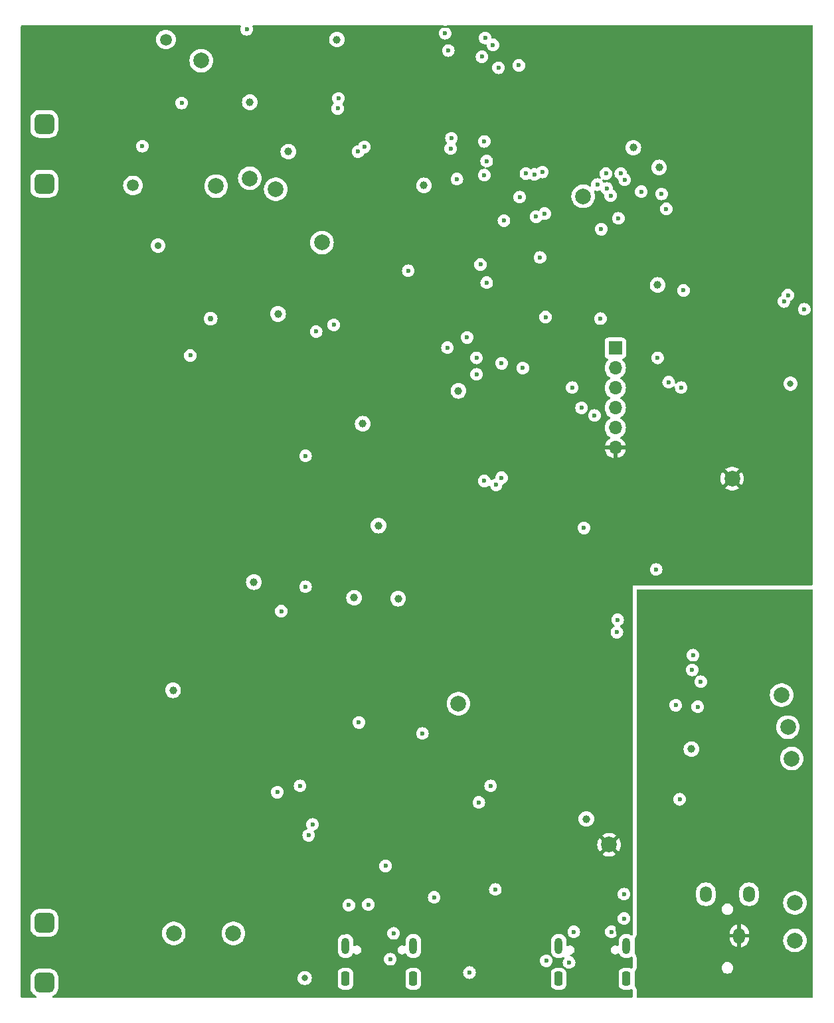
<source format=gbr>
%TF.GenerationSoftware,KiCad,Pcbnew,8.0.4*%
%TF.CreationDate,2025-02-20T16:09:48-05:00*%
%TF.ProjectId,Radiation2,52616469-6174-4696-9f6e-322e6b696361,rev?*%
%TF.SameCoordinates,Original*%
%TF.FileFunction,Copper,L2,Inr*%
%TF.FilePolarity,Positive*%
%FSLAX46Y46*%
G04 Gerber Fmt 4.6, Leading zero omitted, Abs format (unit mm)*
G04 Created by KiCad (PCBNEW 8.0.4) date 2025-02-20 16:09:48*
%MOMM*%
%LPD*%
G01*
G04 APERTURE LIST*
G04 Aperture macros list*
%AMRoundRect*
0 Rectangle with rounded corners*
0 $1 Rounding radius*
0 $2 $3 $4 $5 $6 $7 $8 $9 X,Y pos of 4 corners*
0 Add a 4 corners polygon primitive as box body*
4,1,4,$2,$3,$4,$5,$6,$7,$8,$9,$2,$3,0*
0 Add four circle primitives for the rounded corners*
1,1,$1+$1,$2,$3*
1,1,$1+$1,$4,$5*
1,1,$1+$1,$6,$7*
1,1,$1+$1,$8,$9*
0 Add four rect primitives between the rounded corners*
20,1,$1+$1,$2,$3,$4,$5,0*
20,1,$1+$1,$4,$5,$6,$7,0*
20,1,$1+$1,$6,$7,$8,$9,0*
20,1,$1+$1,$8,$9,$2,$3,0*%
G04 Aperture macros list end*
%TA.AperFunction,ComponentPad*%
%ADD10RoundRect,0.635000X-0.635000X-0.635000X0.635000X-0.635000X0.635000X0.635000X-0.635000X0.635000X0*%
%TD*%
%TA.AperFunction,ComponentPad*%
%ADD11RoundRect,0.635000X0.635000X0.635000X-0.635000X0.635000X-0.635000X-0.635000X0.635000X-0.635000X0*%
%TD*%
%TA.AperFunction,ComponentPad*%
%ADD12C,2.000000*%
%TD*%
%TA.AperFunction,ComponentPad*%
%ADD13O,1.498600X2.006600*%
%TD*%
%TA.AperFunction,ComponentPad*%
%ADD14O,1.000000X2.100000*%
%TD*%
%TA.AperFunction,ComponentPad*%
%ADD15RoundRect,0.250000X-0.250000X-0.650000X0.250000X-0.650000X0.250000X0.650000X-0.250000X0.650000X0*%
%TD*%
%TA.AperFunction,ComponentPad*%
%ADD16R,1.700000X1.700000*%
%TD*%
%TA.AperFunction,ComponentPad*%
%ADD17O,1.700000X1.700000*%
%TD*%
%TA.AperFunction,ViaPad*%
%ADD18C,1.000000*%
%TD*%
%TA.AperFunction,ViaPad*%
%ADD19C,0.600000*%
%TD*%
%TA.AperFunction,ViaPad*%
%ADD20C,0.800000*%
%TD*%
%TA.AperFunction,ViaPad*%
%ADD21C,0.889000*%
%TD*%
%TA.AperFunction,ViaPad*%
%ADD22C,1.500000*%
%TD*%
%TA.AperFunction,ViaPad*%
%ADD23C,0.762000*%
%TD*%
%TA.AperFunction,Conductor*%
%ADD24C,0.254000*%
%TD*%
%TA.AperFunction,Conductor*%
%ADD25C,0.600000*%
%TD*%
%TA.AperFunction,Conductor*%
%ADD26C,0.400000*%
%TD*%
%TA.AperFunction,Conductor*%
%ADD27C,0.200000*%
%TD*%
%TA.AperFunction,Conductor*%
%ADD28C,1.000000*%
%TD*%
G04 APERTURE END LIST*
D10*
%TO.N,/Power2/ANODE*%
%TO.C,F1*%
X40700000Y-184477500D03*
X40700000Y-176857500D03*
D11*
%TO.N,/Power2/CATHODE*%
X40695000Y-82582500D03*
X40695000Y-74962500D03*
%TD*%
D12*
%TO.N,VBUS*%
%TO.C,VBUS1*%
X76100000Y-90100000D03*
%TD*%
%TO.N,/Audio2/OUTL*%
%TO.C,OUTL1*%
X136400000Y-179100000D03*
%TD*%
%TO.N,GND*%
%TO.C,GND1*%
X112700000Y-166900000D03*
%TD*%
%TO.N,+5V*%
%TO.C,5V1*%
X93500000Y-148900000D03*
%TD*%
%TO.N,/I2S_LRCK*%
%TO.C,LRCK1*%
X134700000Y-147800000D03*
%TD*%
%TO.N,Net-(JP1-A)*%
%TO.C,DRAIN1*%
X60700000Y-66900000D03*
%TD*%
D13*
%TO.N,AGND*%
%TO.C,J3*%
X129300124Y-178500000D03*
%TO.N,/Audio2/OUTL*%
X125049942Y-173199998D03*
%TO.N,/Audio2/OUTR*%
X130549941Y-173199998D03*
%TD*%
D12*
%TO.N,/Audio2/OUTR*%
%TO.C,OUTR1*%
X136400000Y-174300000D03*
%TD*%
%TO.N,/Power2/CATHODE*%
%TO.C,HIV-1*%
X66900000Y-81900000D03*
%TD*%
%TO.N,/I2S_DOUT*%
%TO.C,DOUT1*%
X135500000Y-151900000D03*
%TD*%
D14*
%TO.N,/MCU2/SHELL_GND*%
%TO.C,J2*%
X79102500Y-179820000D03*
X87742500Y-179820000D03*
D15*
X79102500Y-184000000D03*
X87742500Y-184000000D03*
%TD*%
D12*
%TO.N,/I2S_BCK*%
%TO.C,BCK1*%
X136000000Y-155900000D03*
%TD*%
%TO.N,Net-(D1-A)*%
%TO.C,STG1*%
X70200000Y-83300000D03*
%TD*%
D14*
%TO.N,/MCU2/SHELL_GND*%
%TO.C,J1*%
X106280000Y-179820000D03*
X114920000Y-179820000D03*
D15*
X106280000Y-184000000D03*
X114920000Y-184000000D03*
%TD*%
D12*
%TO.N,Net-(Q1-G)*%
%TO.C,PWM1*%
X109400000Y-84200000D03*
%TD*%
%TO.N,GND*%
%TO.C,GND2*%
X128400000Y-120200000D03*
%TD*%
D16*
%TO.N,/CS*%
%TO.C,J5*%
X113500000Y-103560000D03*
D17*
%TO.N,/MOSI*%
X113500000Y-106100000D03*
%TO.N,/MISO*%
X113500000Y-108640000D03*
%TO.N,/SCK*%
X113500000Y-111180000D03*
%TO.N,+3.3V*%
X113500000Y-113720000D03*
%TO.N,GND*%
X113500000Y-116260000D03*
%TD*%
D12*
%TO.N,Net-(D1-K)*%
%TO.C,HIV+1*%
X62600000Y-82900000D03*
%TD*%
%TO.N,Net-(Q4-C)*%
%TO.C,LS1*%
X64800000Y-178200000D03*
%TO.N,+3.3V*%
X57200000Y-178200000D03*
%TD*%
D18*
%TO.N,+3.3V*%
X80200000Y-135400000D03*
X85800000Y-135500000D03*
%TO.N,VBUS*%
X66900000Y-72200000D03*
D19*
%TO.N,+3.3V*%
X98200000Y-172600000D03*
%TO.N,GND*%
X51500000Y-74500000D03*
X131900000Y-94300000D03*
%TO.N,Net-(Q1-G)*%
X58200000Y-72300000D03*
D20*
%TO.N,VBUS*%
X73900000Y-183900000D03*
D19*
%TO.N,/RAD_IN*%
X104600000Y-99600000D03*
X111600000Y-99800000D03*
X92100000Y-103500000D03*
X111700000Y-88400000D03*
X111200000Y-82700000D03*
%TO.N,/GPIO16*%
X78100000Y-73000000D03*
%TO.N,GND*%
X66000000Y-78400000D03*
D18*
%TO.N,+3.3V*%
X81300000Y-113200000D03*
X93500000Y-109000000D03*
D19*
%TO.N,Net-(C30-Pad2)*%
X77600000Y-100600000D03*
X59300000Y-104500000D03*
D18*
%TO.N,VBUS*%
X57100000Y-147200000D03*
D19*
%TO.N,GND*%
X106800000Y-126000000D03*
%TO.N,+3.3V*%
X109500000Y-126500000D03*
%TO.N,GND*%
X79750000Y-103650000D03*
D18*
X81100000Y-119500000D03*
X89400000Y-106300000D03*
X84000000Y-112900000D03*
%TO.N,VBUS*%
X70500000Y-99200000D03*
D19*
%TO.N,GND*%
X125600000Y-68800000D03*
D18*
X130800000Y-79500000D03*
D19*
X79100000Y-177900000D03*
X82250000Y-145250000D03*
D20*
X90000000Y-182500000D03*
D19*
X89600000Y-171000000D03*
X80600000Y-63700000D03*
D20*
X94900000Y-180700000D03*
D19*
X113900000Y-178100000D03*
X96400000Y-62800000D03*
X74600000Y-172500000D03*
X136028401Y-101500000D03*
X86622500Y-178000000D03*
%TO.N,Net-(Q1-G)*%
X53200000Y-77800000D03*
%TO.N,GND*%
X58800000Y-167300000D03*
X132800000Y-74100000D03*
X83922500Y-174300000D03*
D18*
X94698100Y-138800000D03*
D19*
X120400000Y-100000000D03*
X118200000Y-66600000D03*
X110300000Y-171400000D03*
X131928401Y-105900000D03*
X73922500Y-177500000D03*
X118800000Y-74700000D03*
X94850000Y-89000000D03*
D20*
X102400000Y-181000000D03*
D19*
X82250000Y-150650000D03*
X67100000Y-65200000D03*
X132400000Y-68700000D03*
X86400000Y-71970000D03*
X83300000Y-166400000D03*
X113500000Y-134500000D03*
X125900000Y-74300000D03*
%TO.N,+5V*%
X80800000Y-151300000D03*
X120000000Y-85800000D03*
X88900000Y-152700000D03*
%TO.N,/MCU2/SHELL_GND*%
X94900000Y-183200000D03*
%TO.N,/Audio2/OUTL*%
X121700000Y-161100000D03*
X123400000Y-142725000D03*
D21*
%TO.N,Net-(D1-A)*%
X55200000Y-90500000D03*
D18*
X67400000Y-133400000D03*
D19*
%TO.N,/MCU2/RX_LED*%
X113800000Y-138200000D03*
X97600000Y-159400000D03*
%TO.N,Net-(Q1-G)*%
X66500000Y-62900000D03*
X101300000Y-84300000D03*
X91800000Y-63400000D03*
X92200000Y-65600000D03*
%TO.N,/MOSI*%
X120300000Y-107900000D03*
X101700000Y-106100000D03*
%TO.N,/I2S_LRCK*%
X103200000Y-81400000D03*
X135000000Y-97600000D03*
%TO.N,/I2S_DOUT*%
X135500000Y-96800000D03*
X104200000Y-81100000D03*
%TO.N,/I2S_BCK*%
X102100000Y-81300000D03*
X137600000Y-98600000D03*
%TO.N,/MUTE*%
X118700000Y-131800000D03*
X124400000Y-146100000D03*
%TO.N,/MCU2/TX_LED*%
X113700000Y-139800000D03*
X96100000Y-161500000D03*
%TO.N,/MISO*%
X108000000Y-108600000D03*
%TO.N,/CS*%
X118900000Y-104800000D03*
X121900000Y-108600000D03*
X99000000Y-105500000D03*
X99000000Y-120100000D03*
%TO.N,Net-(Q3-G)*%
X73300000Y-159400000D03*
X70400000Y-160200000D03*
%TO.N,/EN*%
X114700000Y-82100000D03*
X81500000Y-77900000D03*
X96800000Y-81500000D03*
X74900000Y-164300000D03*
X112900000Y-84100000D03*
%TO.N,/GPIO16*%
X97900000Y-64900000D03*
%TO.N,/RAD_IN2*%
X78200000Y-71700000D03*
X96900000Y-64000000D03*
%TO.N,/BEEP*%
X75350000Y-101450000D03*
X80700000Y-78500000D03*
X74000000Y-117300000D03*
X74000000Y-134000000D03*
X70900000Y-137100000D03*
%TO.N,/SCK*%
X109200000Y-111180000D03*
%TO.N,Net-(J1-CC2)*%
X104700000Y-181700000D03*
X107600000Y-181900000D03*
%TO.N,Net-(J2-CC2)*%
X85222500Y-178200000D03*
X79522500Y-174600000D03*
%TO.N,Net-(U4-IO35)*%
X97100000Y-79700000D03*
X110850000Y-112150000D03*
X92500000Y-78100000D03*
%TO.N,Net-(U4-IO36)*%
X92600000Y-76800000D03*
X96800000Y-77200000D03*
D18*
%TO.N,+3.3V*%
X109800000Y-163600000D03*
D19*
X123300000Y-144600000D03*
D18*
X123200000Y-154700000D03*
X89100000Y-82800000D03*
X71800000Y-78500000D03*
D20*
X135828401Y-108100000D03*
D18*
X118900000Y-95500000D03*
X78000000Y-64200000D03*
D19*
X124000000Y-149300000D03*
X121200000Y-149100000D03*
X112300000Y-81300000D03*
%TO.N,/USB_D+*%
X95800000Y-106900000D03*
X114600000Y-173200000D03*
X114600000Y-176300000D03*
X95800000Y-104800000D03*
%TO.N,/GPIO0*%
X93300000Y-82000000D03*
X113900000Y-87000000D03*
X74400000Y-165700000D03*
X99300000Y-87300000D03*
X116800000Y-83600000D03*
X103400000Y-86800000D03*
%TO.N,VBUS*%
X84800000Y-181500000D03*
D18*
X115800000Y-78000000D03*
X119075000Y-80525000D03*
D19*
X108200000Y-178000000D03*
X113000000Y-178000000D03*
D18*
X83298100Y-126200000D03*
D19*
X90400000Y-173600000D03*
%TO.N,/GPIO46*%
X97100000Y-95200000D03*
X103900000Y-92000000D03*
X112400000Y-83200000D03*
X94600000Y-102200000D03*
X114200000Y-81300000D03*
X104500000Y-86400000D03*
%TO.N,Net-(U5-3V3OUT)*%
X82001765Y-174520735D03*
X84200000Y-169600000D03*
%TO.N,AGND*%
X117700000Y-151300000D03*
X128100000Y-152300000D03*
X131362500Y-141325000D03*
X128000000Y-154500000D03*
X117900000Y-135500000D03*
X128100000Y-147200000D03*
X118500000Y-145900000D03*
X118600000Y-150700000D03*
X128062500Y-139225000D03*
X127200000Y-145200000D03*
%TO.N,/MCU2/TX*%
X96500000Y-66400000D03*
X96800000Y-120500000D03*
%TO.N,/MCU2/RX*%
X98600000Y-67800000D03*
X98300000Y-121000000D03*
D22*
%TO.N,Net-(C1-Pad1)*%
X56200000Y-64200000D03*
D23*
X61900000Y-99800000D03*
D22*
X52000000Y-82800000D03*
D19*
%TO.N,/BLINK*%
X122200000Y-96200000D03*
X101200000Y-67500000D03*
%TO.N,/BAT_SENSE*%
X87100000Y-93700000D03*
X119400000Y-83900000D03*
X96300000Y-92900000D03*
%TD*%
D24*
%TO.N,GND*%
X81500000Y-62800000D02*
X80600000Y-63700000D01*
X86622500Y-178000000D02*
X85261250Y-176638750D01*
D25*
X135828401Y-101300000D02*
X136028401Y-101500000D01*
D26*
X83300000Y-169100000D02*
X83300000Y-166400000D01*
X58700000Y-167400000D02*
X58800000Y-167300000D01*
D24*
X63300000Y-148500000D02*
X63300000Y-150700000D01*
X86722500Y-178100000D02*
X86622500Y-178000000D01*
X84722500Y-176100000D02*
X84200000Y-176100000D01*
D27*
X83922500Y-171977500D02*
X84600000Y-171300000D01*
D26*
X79100000Y-177900000D02*
X78900000Y-178100000D01*
D24*
X130800000Y-79500000D02*
X130800000Y-76400000D01*
X113600000Y-177800000D02*
X113900000Y-178100000D01*
X113600000Y-172500000D02*
X113600000Y-177800000D01*
X132400000Y-68700000D02*
X132800000Y-69100000D01*
X125600000Y-68800000D02*
X125600000Y-74000000D01*
D26*
X74522500Y-178100000D02*
X73922500Y-177500000D01*
X80361250Y-176638750D02*
X85261250Y-176638750D01*
D25*
X131400000Y-101300000D02*
X135828401Y-101300000D01*
D24*
X128700000Y-74300000D02*
X125900000Y-74300000D01*
D25*
X131400000Y-101300000D02*
X131700000Y-101600000D01*
D26*
X74600000Y-172500000D02*
X61300000Y-172500000D01*
D25*
X131700000Y-101600000D02*
X131928401Y-101828401D01*
D24*
X83300000Y-166400000D02*
X83300000Y-151700000D01*
X92177500Y-180800000D02*
X102200000Y-180800000D01*
X102400000Y-179300000D02*
X110300000Y-171400000D01*
X132800000Y-69100000D02*
X132800000Y-74100000D01*
D25*
X131928401Y-101828401D02*
X131928401Y-105900000D01*
X120400000Y-100000000D02*
X122600000Y-100000000D01*
D27*
X83922500Y-175822500D02*
X84200000Y-176100000D01*
D24*
X131150000Y-76750000D02*
X131150000Y-75750000D01*
D26*
X61300000Y-172500000D02*
X58700000Y-169900000D01*
D24*
X113500000Y-116260000D02*
X113500000Y-134500000D01*
X63700000Y-151100000D02*
X64500000Y-151100000D01*
X91500000Y-180800000D02*
X88800000Y-178100000D01*
X131150000Y-75750000D02*
X132800000Y-74100000D01*
X92177500Y-180800000D02*
X91500000Y-180800000D01*
D27*
X83922500Y-174300000D02*
X83922500Y-175822500D01*
D24*
X102400000Y-181000000D02*
X102400000Y-179300000D01*
X96400000Y-62800000D02*
X92673000Y-62800000D01*
D28*
X131500000Y-80200000D02*
X131500000Y-101400000D01*
D25*
X123900000Y-101300000D02*
X131400000Y-101300000D01*
D24*
X63900000Y-147900000D02*
X63300000Y-148500000D01*
X102200000Y-180800000D02*
X102400000Y-181000000D01*
X90800000Y-62800000D02*
X81500000Y-62800000D01*
D27*
X89300000Y-171300000D02*
X89600000Y-171000000D01*
D25*
X122600000Y-100000000D02*
X123900000Y-101300000D01*
D24*
X91073000Y-62527000D02*
X90800000Y-62800000D01*
D26*
X77300000Y-169800000D02*
X82600000Y-169800000D01*
D24*
X92400000Y-62527000D02*
X91073000Y-62527000D01*
D26*
X74600000Y-172500000D02*
X77300000Y-169800000D01*
D24*
X125600000Y-74000000D02*
X125900000Y-74300000D01*
X64500000Y-151100000D02*
X64600000Y-151000000D01*
X112500000Y-171400000D02*
X113600000Y-172500000D01*
X83300000Y-151700000D02*
X82250000Y-150650000D01*
D26*
X58700000Y-169900000D02*
X58700000Y-167400000D01*
D24*
X88800000Y-178100000D02*
X86722500Y-178100000D01*
D28*
X130800000Y-79500000D02*
X131500000Y-80200000D01*
D24*
X92673000Y-62800000D02*
X92400000Y-62527000D01*
D27*
X84600000Y-171300000D02*
X89300000Y-171300000D01*
X83922500Y-174300000D02*
X83922500Y-171977500D01*
D24*
X64500000Y-147900000D02*
X63900000Y-147900000D01*
X63300000Y-150700000D02*
X63700000Y-151100000D01*
X130800000Y-76400000D02*
X128700000Y-74300000D01*
D26*
X82600000Y-169800000D02*
X83300000Y-169100000D01*
D24*
X110300000Y-171400000D02*
X112500000Y-171400000D01*
X85261250Y-176638750D02*
X84722500Y-176100000D01*
D28*
X131500000Y-101400000D02*
X131700000Y-101600000D01*
D26*
X78900000Y-178100000D02*
X74522500Y-178100000D01*
X79100000Y-177900000D02*
X80361250Y-176638750D01*
D24*
%TO.N,AGND*%
X128100000Y-146100000D02*
X127200000Y-145200000D01*
X131362500Y-143025000D02*
X131362500Y-141325000D01*
X128100000Y-146287500D02*
X131362500Y-143025000D01*
X128100000Y-147200000D02*
X128100000Y-146100000D01*
X117700000Y-151300000D02*
X118300000Y-150700000D01*
X118300000Y-150700000D02*
X118600000Y-150700000D01*
X128100000Y-147200000D02*
X128100000Y-146287500D01*
%TD*%
%TA.AperFunction,Conductor*%
%TO.N,AGND*%
G36*
X138642539Y-134325185D02*
G01*
X138688294Y-134377989D01*
X138699500Y-134429500D01*
X138699500Y-186275500D01*
X138679815Y-186342539D01*
X138627011Y-186388294D01*
X138575500Y-186399500D01*
X116329500Y-186399500D01*
X116262461Y-186379815D01*
X116216706Y-186327011D01*
X116205500Y-186275500D01*
X116205500Y-185427049D01*
X116205500Y-185427048D01*
X116194921Y-185324170D01*
X116184649Y-185274754D01*
X116153352Y-185176181D01*
X116124408Y-185129257D01*
X116077817Y-185053722D01*
X116030209Y-184996682D01*
X116031473Y-184995626D01*
X116002359Y-184939837D01*
X116000000Y-184915765D01*
X116000000Y-183081365D01*
X116019685Y-183014326D01*
X116030281Y-183000170D01*
X116105567Y-182913287D01*
X116165338Y-182782410D01*
X116185023Y-182715371D01*
X116185024Y-182715367D01*
X116205500Y-182572951D01*
X116205500Y-182526540D01*
X127054200Y-182526540D01*
X127054200Y-182673459D01*
X127082858Y-182817534D01*
X127082861Y-182817544D01*
X127139078Y-182953266D01*
X127139083Y-182953275D01*
X127220698Y-183075419D01*
X127220701Y-183075423D01*
X127324576Y-183179298D01*
X127324580Y-183179301D01*
X127446724Y-183260916D01*
X127446733Y-183260921D01*
X127471800Y-183271304D01*
X127582458Y-183317140D01*
X127726540Y-183345799D01*
X127726544Y-183345800D01*
X127726545Y-183345800D01*
X127873456Y-183345800D01*
X127873457Y-183345799D01*
X128017542Y-183317140D01*
X128153269Y-183260920D01*
X128275420Y-183179301D01*
X128379301Y-183075420D01*
X128460920Y-182953269D01*
X128517140Y-182817542D01*
X128545800Y-182673455D01*
X128545800Y-182526545D01*
X128517140Y-182382458D01*
X128460920Y-182246731D01*
X128460919Y-182246730D01*
X128460916Y-182246724D01*
X128379301Y-182124580D01*
X128379298Y-182124576D01*
X128275423Y-182020701D01*
X128275419Y-182020698D01*
X128153275Y-181939083D01*
X128153266Y-181939078D01*
X128042611Y-181893244D01*
X128017542Y-181882860D01*
X128017538Y-181882859D01*
X128017534Y-181882858D01*
X127873459Y-181854200D01*
X127873455Y-181854200D01*
X127726545Y-181854200D01*
X127726540Y-181854200D01*
X127582465Y-181882858D01*
X127582455Y-181882861D01*
X127446733Y-181939078D01*
X127446724Y-181939083D01*
X127324580Y-182020698D01*
X127324576Y-182020701D01*
X127220701Y-182124576D01*
X127220698Y-182124580D01*
X127139083Y-182246724D01*
X127139078Y-182246733D01*
X127082861Y-182382455D01*
X127082858Y-182382465D01*
X127054200Y-182526540D01*
X116205500Y-182526540D01*
X116205500Y-181284100D01*
X116192969Y-181172245D01*
X116192967Y-181172236D01*
X116180830Y-181118743D01*
X116180826Y-181118730D01*
X116180826Y-181118728D01*
X116143853Y-181012414D01*
X116063917Y-180892782D01*
X116031751Y-180856972D01*
X116001597Y-180793945D01*
X116000000Y-180774110D01*
X116000000Y-178864313D01*
X116019685Y-178797274D01*
X116030281Y-178783118D01*
X116105567Y-178696235D01*
X116165338Y-178565358D01*
X116185023Y-178498319D01*
X116185024Y-178498315D01*
X116205500Y-178355899D01*
X116205500Y-178147678D01*
X128050824Y-178147678D01*
X128050824Y-178250000D01*
X128800124Y-178250000D01*
X128800124Y-178750000D01*
X128050824Y-178750000D01*
X128050824Y-178852321D01*
X128081586Y-179046546D01*
X128142350Y-179233562D01*
X128142351Y-179233565D01*
X128231627Y-179408776D01*
X128347213Y-179567866D01*
X128486257Y-179706910D01*
X128645347Y-179822496D01*
X128820558Y-179911772D01*
X128820561Y-179911773D01*
X129007571Y-179972535D01*
X129050124Y-179979275D01*
X129050124Y-179183012D01*
X129107131Y-179215925D01*
X129234298Y-179250000D01*
X129365950Y-179250000D01*
X129493117Y-179215925D01*
X129550124Y-179183012D01*
X129550124Y-179979274D01*
X129592676Y-179972535D01*
X129779686Y-179911773D01*
X129779689Y-179911772D01*
X129954900Y-179822496D01*
X130113990Y-179706910D01*
X130253034Y-179567866D01*
X130368620Y-179408776D01*
X130457896Y-179233565D01*
X130457897Y-179233562D01*
X130501295Y-179099994D01*
X134894357Y-179099994D01*
X134894357Y-179100005D01*
X134914890Y-179347812D01*
X134914892Y-179347824D01*
X134975936Y-179588881D01*
X135075826Y-179816606D01*
X135211833Y-180024782D01*
X135211836Y-180024785D01*
X135380256Y-180207738D01*
X135576491Y-180360474D01*
X135795190Y-180478828D01*
X136030386Y-180559571D01*
X136275665Y-180600500D01*
X136524335Y-180600500D01*
X136769614Y-180559571D01*
X137004810Y-180478828D01*
X137223509Y-180360474D01*
X137419744Y-180207738D01*
X137588164Y-180024785D01*
X137724173Y-179816607D01*
X137824063Y-179588881D01*
X137885108Y-179347821D01*
X137895597Y-179221242D01*
X137905643Y-179100005D01*
X137905643Y-179099994D01*
X137885109Y-178852187D01*
X137885107Y-178852175D01*
X137824063Y-178611118D01*
X137724173Y-178383393D01*
X137588166Y-178175217D01*
X137562814Y-178147678D01*
X137419744Y-177992262D01*
X137223509Y-177839526D01*
X137223507Y-177839525D01*
X137223506Y-177839524D01*
X137004811Y-177721172D01*
X137004802Y-177721169D01*
X136769616Y-177640429D01*
X136524335Y-177599500D01*
X136275665Y-177599500D01*
X136030383Y-177640429D01*
X135795197Y-177721169D01*
X135795188Y-177721172D01*
X135576493Y-177839524D01*
X135380257Y-177992261D01*
X135211833Y-178175217D01*
X135075826Y-178383393D01*
X134975936Y-178611118D01*
X134914892Y-178852175D01*
X134914890Y-178852187D01*
X134894357Y-179099994D01*
X130501295Y-179099994D01*
X130518661Y-179046546D01*
X130549424Y-178852321D01*
X130549424Y-178750000D01*
X129800124Y-178750000D01*
X129800124Y-178250000D01*
X130549424Y-178250000D01*
X130549424Y-178147678D01*
X130518661Y-177953453D01*
X130457897Y-177766437D01*
X130457896Y-177766434D01*
X130368620Y-177591223D01*
X130253034Y-177432133D01*
X130113990Y-177293089D01*
X129954900Y-177177503D01*
X129779689Y-177088227D01*
X129779683Y-177088225D01*
X129592667Y-177027461D01*
X129550124Y-177020723D01*
X129550124Y-177816988D01*
X129493117Y-177784075D01*
X129365950Y-177750000D01*
X129234298Y-177750000D01*
X129107131Y-177784075D01*
X129050124Y-177816988D01*
X129050124Y-177020723D01*
X129050123Y-177020723D01*
X129007580Y-177027461D01*
X128820564Y-177088225D01*
X128820558Y-177088227D01*
X128645347Y-177177503D01*
X128486257Y-177293089D01*
X128347213Y-177432133D01*
X128231627Y-177591223D01*
X128142351Y-177766434D01*
X128142350Y-177766437D01*
X128081586Y-177953453D01*
X128050824Y-178147678D01*
X116205500Y-178147678D01*
X116205500Y-175026540D01*
X127054200Y-175026540D01*
X127054200Y-175173459D01*
X127082858Y-175317534D01*
X127082861Y-175317544D01*
X127139078Y-175453266D01*
X127139083Y-175453275D01*
X127220698Y-175575419D01*
X127220701Y-175575423D01*
X127324576Y-175679298D01*
X127324580Y-175679301D01*
X127446724Y-175760916D01*
X127446730Y-175760919D01*
X127446731Y-175760920D01*
X127582458Y-175817140D01*
X127726540Y-175845799D01*
X127726544Y-175845800D01*
X127726545Y-175845800D01*
X127873456Y-175845800D01*
X127873457Y-175845799D01*
X128017542Y-175817140D01*
X128153269Y-175760920D01*
X128275420Y-175679301D01*
X128379301Y-175575420D01*
X128460920Y-175453269D01*
X128517140Y-175317542D01*
X128545800Y-175173455D01*
X128545800Y-175026545D01*
X128517140Y-174882458D01*
X128460920Y-174746731D01*
X128460919Y-174746730D01*
X128460916Y-174746724D01*
X128379301Y-174624580D01*
X128379298Y-174624576D01*
X128275423Y-174520701D01*
X128275419Y-174520698D01*
X128153275Y-174439083D01*
X128153266Y-174439078D01*
X128017544Y-174382861D01*
X128017545Y-174382861D01*
X128017542Y-174382860D01*
X128017538Y-174382859D01*
X128017534Y-174382858D01*
X127873459Y-174354200D01*
X127873455Y-174354200D01*
X127726545Y-174354200D01*
X127726540Y-174354200D01*
X127582465Y-174382858D01*
X127582455Y-174382861D01*
X127446733Y-174439078D01*
X127446724Y-174439083D01*
X127324580Y-174520698D01*
X127324576Y-174520701D01*
X127220701Y-174624576D01*
X127220698Y-174624580D01*
X127139083Y-174746724D01*
X127139078Y-174746733D01*
X127082861Y-174882455D01*
X127082858Y-174882465D01*
X127054200Y-175026540D01*
X116205500Y-175026540D01*
X116205500Y-172847631D01*
X123800142Y-172847631D01*
X123800142Y-173552364D01*
X123830915Y-173746660D01*
X123891708Y-173933759D01*
X123952045Y-174052175D01*
X123981017Y-174109036D01*
X124096648Y-174268188D01*
X124235752Y-174407292D01*
X124394904Y-174522923D01*
X124443775Y-174547824D01*
X124570180Y-174612231D01*
X124570182Y-174612231D01*
X124570185Y-174612233D01*
X124666067Y-174643387D01*
X124757279Y-174673024D01*
X124951576Y-174703798D01*
X124951581Y-174703798D01*
X125148308Y-174703798D01*
X125342604Y-174673024D01*
X125364049Y-174666056D01*
X125529699Y-174612233D01*
X125704980Y-174522923D01*
X125864132Y-174407292D01*
X126003236Y-174268188D01*
X126118867Y-174109036D01*
X126208177Y-173933755D01*
X126268968Y-173746660D01*
X126281734Y-173666061D01*
X126299742Y-173552364D01*
X126299742Y-172847631D01*
X129300141Y-172847631D01*
X129300141Y-173552364D01*
X129330914Y-173746660D01*
X129391707Y-173933759D01*
X129452044Y-174052175D01*
X129481016Y-174109036D01*
X129596647Y-174268188D01*
X129735751Y-174407292D01*
X129894903Y-174522923D01*
X129943774Y-174547824D01*
X130070179Y-174612231D01*
X130070181Y-174612231D01*
X130070184Y-174612233D01*
X130166066Y-174643387D01*
X130257278Y-174673024D01*
X130451575Y-174703798D01*
X130451580Y-174703798D01*
X130648307Y-174703798D01*
X130842603Y-174673024D01*
X130864048Y-174666056D01*
X131029698Y-174612233D01*
X131204979Y-174522923D01*
X131364131Y-174407292D01*
X131471429Y-174299994D01*
X134894357Y-174299994D01*
X134894357Y-174300005D01*
X134914890Y-174547812D01*
X134914892Y-174547824D01*
X134975936Y-174788881D01*
X135075826Y-175016606D01*
X135211833Y-175224782D01*
X135211836Y-175224785D01*
X135380256Y-175407738D01*
X135576491Y-175560474D01*
X135795190Y-175678828D01*
X136030386Y-175759571D01*
X136275665Y-175800500D01*
X136524335Y-175800500D01*
X136769614Y-175759571D01*
X137004810Y-175678828D01*
X137223509Y-175560474D01*
X137419744Y-175407738D01*
X137588164Y-175224785D01*
X137724173Y-175016607D01*
X137824063Y-174788881D01*
X137885108Y-174547821D01*
X137887171Y-174522922D01*
X137905643Y-174300005D01*
X137905643Y-174299994D01*
X137885109Y-174052187D01*
X137885107Y-174052175D01*
X137824063Y-173811118D01*
X137724173Y-173583393D01*
X137588166Y-173375217D01*
X137564205Y-173349189D01*
X137419744Y-173192262D01*
X137223509Y-173039526D01*
X137223507Y-173039525D01*
X137223506Y-173039524D01*
X137004811Y-172921172D01*
X137004802Y-172921169D01*
X136769616Y-172840429D01*
X136524335Y-172799500D01*
X136275665Y-172799500D01*
X136030383Y-172840429D01*
X135795197Y-172921169D01*
X135795188Y-172921172D01*
X135576493Y-173039524D01*
X135380257Y-173192261D01*
X135211833Y-173375217D01*
X135075826Y-173583393D01*
X134975936Y-173811118D01*
X134914892Y-174052175D01*
X134914890Y-174052187D01*
X134894357Y-174299994D01*
X131471429Y-174299994D01*
X131503235Y-174268188D01*
X131618866Y-174109036D01*
X131708176Y-173933755D01*
X131768967Y-173746660D01*
X131781733Y-173666061D01*
X131799741Y-173552364D01*
X131799741Y-172847631D01*
X131768967Y-172653335D01*
X131730173Y-172533940D01*
X131708176Y-172466241D01*
X131708174Y-172466238D01*
X131708174Y-172466236D01*
X131618865Y-172290959D01*
X131503235Y-172131808D01*
X131364131Y-171992704D01*
X131204979Y-171877073D01*
X131029702Y-171787764D01*
X130842603Y-171726971D01*
X130648307Y-171696198D01*
X130648302Y-171696198D01*
X130451580Y-171696198D01*
X130451575Y-171696198D01*
X130257278Y-171726971D01*
X130070179Y-171787764D01*
X129894902Y-171877073D01*
X129804100Y-171943045D01*
X129735751Y-171992704D01*
X129735749Y-171992706D01*
X129735748Y-171992706D01*
X129596649Y-172131805D01*
X129596649Y-172131806D01*
X129596647Y-172131808D01*
X129546988Y-172200157D01*
X129481016Y-172290959D01*
X129391707Y-172466236D01*
X129330914Y-172653335D01*
X129300141Y-172847631D01*
X126299742Y-172847631D01*
X126268968Y-172653335D01*
X126230174Y-172533940D01*
X126208177Y-172466241D01*
X126208175Y-172466238D01*
X126208175Y-172466236D01*
X126118866Y-172290959D01*
X126003236Y-172131808D01*
X125864132Y-171992704D01*
X125704980Y-171877073D01*
X125529703Y-171787764D01*
X125342604Y-171726971D01*
X125148308Y-171696198D01*
X125148303Y-171696198D01*
X124951581Y-171696198D01*
X124951576Y-171696198D01*
X124757279Y-171726971D01*
X124570180Y-171787764D01*
X124394903Y-171877073D01*
X124304101Y-171943045D01*
X124235752Y-171992704D01*
X124235750Y-171992706D01*
X124235749Y-171992706D01*
X124096650Y-172131805D01*
X124096650Y-172131806D01*
X124096648Y-172131808D01*
X124046989Y-172200157D01*
X123981017Y-172290959D01*
X123891708Y-172466236D01*
X123830915Y-172653335D01*
X123800142Y-172847631D01*
X116205500Y-172847631D01*
X116205500Y-161099996D01*
X120894435Y-161099996D01*
X120894435Y-161100003D01*
X120914630Y-161279249D01*
X120914631Y-161279254D01*
X120974211Y-161449523D01*
X121005926Y-161499996D01*
X121070184Y-161602262D01*
X121197738Y-161729816D01*
X121350478Y-161825789D01*
X121520745Y-161885368D01*
X121520750Y-161885369D01*
X121699996Y-161905565D01*
X121700000Y-161905565D01*
X121700004Y-161905565D01*
X121879249Y-161885369D01*
X121879252Y-161885368D01*
X121879255Y-161885368D01*
X122049522Y-161825789D01*
X122202262Y-161729816D01*
X122329816Y-161602262D01*
X122425789Y-161449522D01*
X122485368Y-161279255D01*
X122486647Y-161267902D01*
X122505565Y-161100003D01*
X122505565Y-161099996D01*
X122485369Y-160920750D01*
X122485368Y-160920745D01*
X122425788Y-160750476D01*
X122329815Y-160597737D01*
X122202262Y-160470184D01*
X122049523Y-160374211D01*
X121879254Y-160314631D01*
X121879249Y-160314630D01*
X121700004Y-160294435D01*
X121699996Y-160294435D01*
X121520750Y-160314630D01*
X121520745Y-160314631D01*
X121350476Y-160374211D01*
X121197737Y-160470184D01*
X121070184Y-160597737D01*
X120974211Y-160750476D01*
X120914631Y-160920745D01*
X120914630Y-160920750D01*
X120894435Y-161099996D01*
X116205500Y-161099996D01*
X116205500Y-155899994D01*
X134494357Y-155899994D01*
X134494357Y-155900005D01*
X134514890Y-156147812D01*
X134514892Y-156147824D01*
X134575936Y-156388881D01*
X134675826Y-156616606D01*
X134811833Y-156824782D01*
X134811836Y-156824785D01*
X134980256Y-157007738D01*
X135176491Y-157160474D01*
X135395190Y-157278828D01*
X135630386Y-157359571D01*
X135875665Y-157400500D01*
X136124335Y-157400500D01*
X136369614Y-157359571D01*
X136604810Y-157278828D01*
X136823509Y-157160474D01*
X137019744Y-157007738D01*
X137188164Y-156824785D01*
X137324173Y-156616607D01*
X137424063Y-156388881D01*
X137485108Y-156147821D01*
X137505643Y-155900000D01*
X137487912Y-155686024D01*
X137485109Y-155652187D01*
X137485107Y-155652175D01*
X137424063Y-155411118D01*
X137324173Y-155183393D01*
X137188166Y-154975217D01*
X137115360Y-154896129D01*
X137019744Y-154792262D01*
X136823509Y-154639526D01*
X136823507Y-154639525D01*
X136823506Y-154639524D01*
X136604811Y-154521172D01*
X136604802Y-154521169D01*
X136369616Y-154440429D01*
X136124335Y-154399500D01*
X135875665Y-154399500D01*
X135630383Y-154440429D01*
X135395197Y-154521169D01*
X135395188Y-154521172D01*
X135176493Y-154639524D01*
X134980257Y-154792261D01*
X134811833Y-154975217D01*
X134675826Y-155183393D01*
X134575936Y-155411118D01*
X134514892Y-155652175D01*
X134514890Y-155652187D01*
X134494357Y-155899994D01*
X116205500Y-155899994D01*
X116205500Y-154700000D01*
X122194659Y-154700000D01*
X122213975Y-154896129D01*
X122271188Y-155084733D01*
X122364086Y-155258532D01*
X122364090Y-155258539D01*
X122489116Y-155410883D01*
X122641460Y-155535909D01*
X122641467Y-155535913D01*
X122815266Y-155628811D01*
X122815269Y-155628811D01*
X122815273Y-155628814D01*
X123003868Y-155686024D01*
X123200000Y-155705341D01*
X123396132Y-155686024D01*
X123584727Y-155628814D01*
X123758538Y-155535910D01*
X123910883Y-155410883D01*
X124035910Y-155258538D01*
X124128814Y-155084727D01*
X124186024Y-154896132D01*
X124205341Y-154700000D01*
X124186024Y-154503868D01*
X124128814Y-154315273D01*
X124128811Y-154315269D01*
X124128811Y-154315266D01*
X124035913Y-154141467D01*
X124035909Y-154141460D01*
X123910883Y-153989116D01*
X123758539Y-153864090D01*
X123758532Y-153864086D01*
X123584733Y-153771188D01*
X123584727Y-153771186D01*
X123396132Y-153713976D01*
X123396129Y-153713975D01*
X123200000Y-153694659D01*
X123003870Y-153713975D01*
X122815266Y-153771188D01*
X122641467Y-153864086D01*
X122641460Y-153864090D01*
X122489116Y-153989116D01*
X122364090Y-154141460D01*
X122364086Y-154141467D01*
X122271188Y-154315266D01*
X122213975Y-154503870D01*
X122194659Y-154700000D01*
X116205500Y-154700000D01*
X116205500Y-151899994D01*
X133994357Y-151899994D01*
X133994357Y-151900005D01*
X134014890Y-152147812D01*
X134014892Y-152147824D01*
X134075936Y-152388881D01*
X134175826Y-152616606D01*
X134311833Y-152824782D01*
X134322731Y-152836620D01*
X134480256Y-153007738D01*
X134676491Y-153160474D01*
X134895190Y-153278828D01*
X135130386Y-153359571D01*
X135375665Y-153400500D01*
X135624335Y-153400500D01*
X135869614Y-153359571D01*
X136104810Y-153278828D01*
X136323509Y-153160474D01*
X136519744Y-153007738D01*
X136688164Y-152824785D01*
X136824173Y-152616607D01*
X136924063Y-152388881D01*
X136985108Y-152147821D01*
X137005643Y-151900000D01*
X136985108Y-151652179D01*
X136954699Y-151532098D01*
X136924063Y-151411118D01*
X136824173Y-151183393D01*
X136688166Y-150975217D01*
X136666557Y-150951744D01*
X136519744Y-150792262D01*
X136323509Y-150639526D01*
X136323507Y-150639525D01*
X136323506Y-150639524D01*
X136104811Y-150521172D01*
X136104802Y-150521169D01*
X135869616Y-150440429D01*
X135624335Y-150399500D01*
X135375665Y-150399500D01*
X135130383Y-150440429D01*
X134895197Y-150521169D01*
X134895188Y-150521172D01*
X134676493Y-150639524D01*
X134480257Y-150792261D01*
X134311833Y-150975217D01*
X134175826Y-151183393D01*
X134075936Y-151411118D01*
X134014892Y-151652175D01*
X134014890Y-151652187D01*
X133994357Y-151899994D01*
X116205500Y-151899994D01*
X116205500Y-149099996D01*
X120394435Y-149099996D01*
X120394435Y-149100003D01*
X120414630Y-149279249D01*
X120414631Y-149279254D01*
X120474211Y-149449523D01*
X120514244Y-149513234D01*
X120570184Y-149602262D01*
X120697738Y-149729816D01*
X120850478Y-149825789D01*
X120970707Y-149867859D01*
X121020745Y-149885368D01*
X121020750Y-149885369D01*
X121199996Y-149905565D01*
X121200000Y-149905565D01*
X121200004Y-149905565D01*
X121379249Y-149885369D01*
X121379252Y-149885368D01*
X121379255Y-149885368D01*
X121549522Y-149825789D01*
X121702262Y-149729816D01*
X121829816Y-149602262D01*
X121925789Y-149449522D01*
X121978110Y-149299996D01*
X123194435Y-149299996D01*
X123194435Y-149300003D01*
X123214630Y-149479249D01*
X123214631Y-149479254D01*
X123274211Y-149649523D01*
X123370184Y-149802262D01*
X123497738Y-149929816D01*
X123650478Y-150025789D01*
X123820745Y-150085368D01*
X123820750Y-150085369D01*
X123999996Y-150105565D01*
X124000000Y-150105565D01*
X124000004Y-150105565D01*
X124179249Y-150085369D01*
X124179252Y-150085368D01*
X124179255Y-150085368D01*
X124349522Y-150025789D01*
X124502262Y-149929816D01*
X124629816Y-149802262D01*
X124725789Y-149649522D01*
X124785368Y-149479255D01*
X124788718Y-149449522D01*
X124805565Y-149300003D01*
X124805565Y-149299996D01*
X124785369Y-149120750D01*
X124785368Y-149120745D01*
X124725788Y-148950476D01*
X124629815Y-148797737D01*
X124502262Y-148670184D01*
X124349523Y-148574211D01*
X124179254Y-148514631D01*
X124179249Y-148514630D01*
X124000004Y-148494435D01*
X123999996Y-148494435D01*
X123820750Y-148514630D01*
X123820745Y-148514631D01*
X123650476Y-148574211D01*
X123497737Y-148670184D01*
X123370184Y-148797737D01*
X123274211Y-148950476D01*
X123214631Y-149120745D01*
X123214630Y-149120750D01*
X123194435Y-149299996D01*
X121978110Y-149299996D01*
X121985368Y-149279255D01*
X121996683Y-149178830D01*
X122005565Y-149100003D01*
X122005565Y-149099996D01*
X121985369Y-148920750D01*
X121985368Y-148920745D01*
X121942326Y-148797738D01*
X121925789Y-148750478D01*
X121829816Y-148597738D01*
X121702262Y-148470184D01*
X121630050Y-148424810D01*
X121549523Y-148374211D01*
X121379254Y-148314631D01*
X121379249Y-148314630D01*
X121200004Y-148294435D01*
X121199996Y-148294435D01*
X121020750Y-148314630D01*
X121020745Y-148314631D01*
X120850476Y-148374211D01*
X120697737Y-148470184D01*
X120570184Y-148597737D01*
X120474211Y-148750476D01*
X120414631Y-148920745D01*
X120414630Y-148920750D01*
X120394435Y-149099996D01*
X116205500Y-149099996D01*
X116205500Y-147799994D01*
X133194357Y-147799994D01*
X133194357Y-147800005D01*
X133214890Y-148047812D01*
X133214892Y-148047824D01*
X133275936Y-148288881D01*
X133375826Y-148516606D01*
X133511833Y-148724782D01*
X133521858Y-148735672D01*
X133680256Y-148907738D01*
X133876491Y-149060474D01*
X134095190Y-149178828D01*
X134330386Y-149259571D01*
X134575665Y-149300500D01*
X134824335Y-149300500D01*
X135069614Y-149259571D01*
X135304810Y-149178828D01*
X135523509Y-149060474D01*
X135719744Y-148907738D01*
X135888164Y-148724785D01*
X136024173Y-148516607D01*
X136124063Y-148288881D01*
X136185108Y-148047821D01*
X136194694Y-147932140D01*
X136205643Y-147800005D01*
X136205643Y-147799994D01*
X136185109Y-147552187D01*
X136185107Y-147552175D01*
X136124063Y-147311118D01*
X136024173Y-147083393D01*
X135888166Y-146875217D01*
X135842663Y-146825788D01*
X135719744Y-146692262D01*
X135523509Y-146539526D01*
X135523507Y-146539525D01*
X135523506Y-146539524D01*
X135304811Y-146421172D01*
X135304802Y-146421169D01*
X135069616Y-146340429D01*
X134824335Y-146299500D01*
X134575665Y-146299500D01*
X134330383Y-146340429D01*
X134095197Y-146421169D01*
X134095188Y-146421172D01*
X133876493Y-146539524D01*
X133680257Y-146692261D01*
X133511833Y-146875217D01*
X133375826Y-147083393D01*
X133275936Y-147311118D01*
X133214892Y-147552175D01*
X133214890Y-147552187D01*
X133194357Y-147799994D01*
X116205500Y-147799994D01*
X116205500Y-146099996D01*
X123594435Y-146099996D01*
X123594435Y-146100003D01*
X123614630Y-146279249D01*
X123614631Y-146279254D01*
X123674211Y-146449523D01*
X123730763Y-146539524D01*
X123770184Y-146602262D01*
X123897738Y-146729816D01*
X124050478Y-146825789D01*
X124191735Y-146875217D01*
X124220745Y-146885368D01*
X124220750Y-146885369D01*
X124399996Y-146905565D01*
X124400000Y-146905565D01*
X124400004Y-146905565D01*
X124579249Y-146885369D01*
X124579252Y-146885368D01*
X124579255Y-146885368D01*
X124749522Y-146825789D01*
X124902262Y-146729816D01*
X125029816Y-146602262D01*
X125125789Y-146449522D01*
X125185368Y-146279255D01*
X125205565Y-146100000D01*
X125185368Y-145920745D01*
X125125789Y-145750478D01*
X125029816Y-145597738D01*
X124902262Y-145470184D01*
X124799422Y-145405565D01*
X124749523Y-145374211D01*
X124579254Y-145314631D01*
X124579249Y-145314630D01*
X124400004Y-145294435D01*
X124399996Y-145294435D01*
X124220750Y-145314630D01*
X124220745Y-145314631D01*
X124050476Y-145374211D01*
X123897737Y-145470184D01*
X123770184Y-145597737D01*
X123674211Y-145750476D01*
X123614631Y-145920745D01*
X123614630Y-145920750D01*
X123594435Y-146099996D01*
X116205500Y-146099996D01*
X116205500Y-144599996D01*
X122494435Y-144599996D01*
X122494435Y-144600003D01*
X122514630Y-144779249D01*
X122514631Y-144779254D01*
X122574211Y-144949523D01*
X122670184Y-145102262D01*
X122797738Y-145229816D01*
X122888080Y-145286582D01*
X122932721Y-145314632D01*
X122950478Y-145325789D01*
X123088860Y-145374211D01*
X123120745Y-145385368D01*
X123120750Y-145385369D01*
X123299996Y-145405565D01*
X123300000Y-145405565D01*
X123300004Y-145405565D01*
X123479249Y-145385369D01*
X123479252Y-145385368D01*
X123479255Y-145385368D01*
X123649522Y-145325789D01*
X123802262Y-145229816D01*
X123929816Y-145102262D01*
X124025789Y-144949522D01*
X124085368Y-144779255D01*
X124105565Y-144600000D01*
X124085368Y-144420745D01*
X124025789Y-144250478D01*
X123929816Y-144097738D01*
X123802262Y-143970184D01*
X123649523Y-143874211D01*
X123479254Y-143814631D01*
X123479249Y-143814630D01*
X123300004Y-143794435D01*
X123299996Y-143794435D01*
X123120750Y-143814630D01*
X123120745Y-143814631D01*
X122950476Y-143874211D01*
X122797737Y-143970184D01*
X122670184Y-144097737D01*
X122574211Y-144250476D01*
X122514631Y-144420745D01*
X122514630Y-144420750D01*
X122494435Y-144599996D01*
X116205500Y-144599996D01*
X116205500Y-142724996D01*
X122594435Y-142724996D01*
X122594435Y-142725003D01*
X122614630Y-142904249D01*
X122614631Y-142904254D01*
X122674211Y-143074523D01*
X122770184Y-143227262D01*
X122897738Y-143354816D01*
X123050478Y-143450789D01*
X123220745Y-143510368D01*
X123220750Y-143510369D01*
X123399996Y-143530565D01*
X123400000Y-143530565D01*
X123400004Y-143530565D01*
X123579249Y-143510369D01*
X123579252Y-143510368D01*
X123579255Y-143510368D01*
X123749522Y-143450789D01*
X123902262Y-143354816D01*
X124029816Y-143227262D01*
X124125789Y-143074522D01*
X124185368Y-142904255D01*
X124205565Y-142725000D01*
X124185368Y-142545745D01*
X124125789Y-142375478D01*
X124029816Y-142222738D01*
X123902262Y-142095184D01*
X123749523Y-141999211D01*
X123579254Y-141939631D01*
X123579249Y-141939630D01*
X123400004Y-141919435D01*
X123399996Y-141919435D01*
X123220750Y-141939630D01*
X123220745Y-141939631D01*
X123050476Y-141999211D01*
X122897737Y-142095184D01*
X122770184Y-142222737D01*
X122674211Y-142375476D01*
X122614631Y-142545745D01*
X122614630Y-142545750D01*
X122594435Y-142724996D01*
X116205500Y-142724996D01*
X116205500Y-134429500D01*
X116225185Y-134362461D01*
X116277989Y-134316706D01*
X116329500Y-134305500D01*
X138575500Y-134305500D01*
X138642539Y-134325185D01*
G37*
%TD.AperFunction*%
%TD*%
%TA.AperFunction,Conductor*%
%TO.N,GND*%
G36*
X65718967Y-62420185D02*
G01*
X65764722Y-62472989D01*
X65774666Y-62542147D01*
X65768970Y-62565454D01*
X65714632Y-62720742D01*
X65714630Y-62720750D01*
X65694435Y-62899996D01*
X65694435Y-62900003D01*
X65714630Y-63079249D01*
X65714631Y-63079254D01*
X65774211Y-63249523D01*
X65789724Y-63274211D01*
X65870184Y-63402262D01*
X65997738Y-63529816D01*
X66150478Y-63625789D01*
X66320745Y-63685368D01*
X66320750Y-63685369D01*
X66499996Y-63705565D01*
X66500000Y-63705565D01*
X66500004Y-63705565D01*
X66679249Y-63685369D01*
X66679252Y-63685368D01*
X66679255Y-63685368D01*
X66849522Y-63625789D01*
X67002262Y-63529816D01*
X67129816Y-63402262D01*
X67225789Y-63249522D01*
X67285368Y-63079255D01*
X67285369Y-63079249D01*
X67305565Y-62900003D01*
X67305565Y-62899996D01*
X67285369Y-62720750D01*
X67285367Y-62720742D01*
X67231030Y-62565454D01*
X67227469Y-62495676D01*
X67262198Y-62435048D01*
X67324191Y-62402821D01*
X67348072Y-62400500D01*
X91502886Y-62400500D01*
X91569925Y-62420185D01*
X91615680Y-62472989D01*
X91625624Y-62542147D01*
X91596599Y-62605703D01*
X91543840Y-62641542D01*
X91450478Y-62674210D01*
X91297737Y-62770184D01*
X91170184Y-62897737D01*
X91074211Y-63050476D01*
X91014631Y-63220745D01*
X91014630Y-63220750D01*
X90994435Y-63399996D01*
X90994435Y-63400003D01*
X91014630Y-63579249D01*
X91014631Y-63579254D01*
X91074211Y-63749523D01*
X91170184Y-63902262D01*
X91297738Y-64029816D01*
X91316483Y-64041594D01*
X91432721Y-64114632D01*
X91450478Y-64125789D01*
X91588860Y-64174211D01*
X91620745Y-64185368D01*
X91620750Y-64185369D01*
X91799996Y-64205565D01*
X91800000Y-64205565D01*
X91800004Y-64205565D01*
X91979249Y-64185369D01*
X91979252Y-64185368D01*
X91979255Y-64185368D01*
X92149522Y-64125789D01*
X92302262Y-64029816D01*
X92332082Y-63999996D01*
X96094435Y-63999996D01*
X96094435Y-64000003D01*
X96114630Y-64179249D01*
X96114631Y-64179254D01*
X96174211Y-64349523D01*
X96204507Y-64397738D01*
X96270184Y-64502262D01*
X96397738Y-64629816D01*
X96488080Y-64686582D01*
X96542450Y-64720745D01*
X96550478Y-64725789D01*
X96691495Y-64775133D01*
X96720745Y-64785368D01*
X96720750Y-64785369D01*
X96899996Y-64805565D01*
X96900000Y-64805565D01*
X96900003Y-64805565D01*
X96958269Y-64799000D01*
X97027091Y-64811054D01*
X97078471Y-64858404D01*
X97095373Y-64908336D01*
X97114630Y-65079250D01*
X97114631Y-65079254D01*
X97174211Y-65249523D01*
X97255929Y-65379575D01*
X97270184Y-65402262D01*
X97397738Y-65529816D01*
X97488080Y-65586582D01*
X97532721Y-65614632D01*
X97550478Y-65625789D01*
X97688860Y-65674211D01*
X97720745Y-65685368D01*
X97720750Y-65685369D01*
X97899996Y-65705565D01*
X97900000Y-65705565D01*
X97900004Y-65705565D01*
X98079249Y-65685369D01*
X98079252Y-65685368D01*
X98079255Y-65685368D01*
X98249522Y-65625789D01*
X98402262Y-65529816D01*
X98529816Y-65402262D01*
X98625789Y-65249522D01*
X98685368Y-65079255D01*
X98685369Y-65079249D01*
X98705565Y-64900003D01*
X98705565Y-64899996D01*
X98685369Y-64720750D01*
X98685368Y-64720745D01*
X98625789Y-64550478D01*
X98529816Y-64397738D01*
X98402262Y-64270184D01*
X98299422Y-64205565D01*
X98249523Y-64174211D01*
X98079254Y-64114631D01*
X98079249Y-64114630D01*
X97900004Y-64094435D01*
X97900002Y-64094435D01*
X97900000Y-64094435D01*
X97886244Y-64095984D01*
X97841727Y-64101000D01*
X97772906Y-64088944D01*
X97721527Y-64041594D01*
X97704626Y-63991662D01*
X97685369Y-63820750D01*
X97685368Y-63820745D01*
X97637998Y-63685369D01*
X97625789Y-63650478D01*
X97529816Y-63497738D01*
X97402262Y-63370184D01*
X97249523Y-63274211D01*
X97079254Y-63214631D01*
X97079249Y-63214630D01*
X96900004Y-63194435D01*
X96899996Y-63194435D01*
X96720750Y-63214630D01*
X96720745Y-63214631D01*
X96550476Y-63274211D01*
X96397737Y-63370184D01*
X96270184Y-63497737D01*
X96174211Y-63650476D01*
X96114631Y-63820745D01*
X96114630Y-63820750D01*
X96094435Y-63999996D01*
X92332082Y-63999996D01*
X92429816Y-63902262D01*
X92525789Y-63749522D01*
X92585368Y-63579255D01*
X92586145Y-63572361D01*
X92605565Y-63400003D01*
X92605565Y-63399996D01*
X92585369Y-63220750D01*
X92585368Y-63220745D01*
X92547630Y-63112897D01*
X92525789Y-63050478D01*
X92506905Y-63020425D01*
X92471321Y-62963793D01*
X92429816Y-62897738D01*
X92302262Y-62770184D01*
X92149521Y-62674210D01*
X92056160Y-62641542D01*
X91999383Y-62600820D01*
X91973636Y-62535867D01*
X91987092Y-62467306D01*
X92035479Y-62416903D01*
X92097114Y-62400500D01*
X138575500Y-62400500D01*
X138642539Y-62420185D01*
X138688294Y-62472989D01*
X138699500Y-62524500D01*
X138699500Y-133676000D01*
X138679815Y-133743039D01*
X138627011Y-133788794D01*
X138575500Y-133800000D01*
X115700000Y-133800000D01*
X115700000Y-178355899D01*
X115680315Y-178422938D01*
X115627511Y-178468693D01*
X115558353Y-178478637D01*
X115507110Y-178459002D01*
X115393918Y-178383370D01*
X115393907Y-178383364D01*
X115211839Y-178307950D01*
X115211829Y-178307947D01*
X115018543Y-178269500D01*
X115018541Y-178269500D01*
X114821459Y-178269500D01*
X114821457Y-178269500D01*
X114628170Y-178307947D01*
X114628160Y-178307950D01*
X114446092Y-178383364D01*
X114446079Y-178383371D01*
X114282218Y-178492860D01*
X114282214Y-178492863D01*
X114142863Y-178632214D01*
X114142860Y-178632218D01*
X114033371Y-178796079D01*
X114033364Y-178796092D01*
X113957950Y-178978160D01*
X113957947Y-178978170D01*
X113919500Y-179171456D01*
X113919500Y-179688666D01*
X113899815Y-179755705D01*
X113847011Y-179801460D01*
X113777853Y-179811404D01*
X113733501Y-179796054D01*
X113712137Y-179783719D01*
X113607584Y-179755705D01*
X113565766Y-179744500D01*
X113414234Y-179744500D01*
X113267863Y-179783719D01*
X113136635Y-179859485D01*
X113136632Y-179859487D01*
X113029487Y-179966632D01*
X113029485Y-179966635D01*
X112953719Y-180097863D01*
X112914500Y-180244234D01*
X112914500Y-180395765D01*
X112953719Y-180542136D01*
X112987416Y-180600500D01*
X113029485Y-180673365D01*
X113136635Y-180780515D01*
X113267865Y-180856281D01*
X113414234Y-180895500D01*
X113414236Y-180895500D01*
X113565764Y-180895500D01*
X113565766Y-180895500D01*
X113712135Y-180856281D01*
X113843365Y-180780515D01*
X113843366Y-180780513D01*
X113850403Y-180776451D01*
X113851749Y-180778783D01*
X113904553Y-180758357D01*
X113973001Y-180772381D01*
X114023001Y-180821185D01*
X114029458Y-180834474D01*
X114033367Y-180843913D01*
X114033371Y-180843920D01*
X114142860Y-181007781D01*
X114142863Y-181007785D01*
X114282214Y-181147136D01*
X114282218Y-181147139D01*
X114446079Y-181256628D01*
X114446092Y-181256635D01*
X114628160Y-181332049D01*
X114628165Y-181332051D01*
X114628169Y-181332051D01*
X114628170Y-181332052D01*
X114821456Y-181370500D01*
X114821459Y-181370500D01*
X115018543Y-181370500D01*
X115148582Y-181344632D01*
X115211835Y-181332051D01*
X115393914Y-181256632D01*
X115436680Y-181228057D01*
X115507109Y-181180998D01*
X115573787Y-181160120D01*
X115641167Y-181178605D01*
X115687857Y-181230583D01*
X115700000Y-181284100D01*
X115700000Y-182572951D01*
X115680315Y-182639990D01*
X115627511Y-182685745D01*
X115558353Y-182695689D01*
X115510904Y-182678490D01*
X115489340Y-182665190D01*
X115489334Y-182665186D01*
X115322797Y-182610001D01*
X115322795Y-182610000D01*
X115220010Y-182599500D01*
X114619998Y-182599500D01*
X114619980Y-182599501D01*
X114517203Y-182610000D01*
X114517200Y-182610001D01*
X114350668Y-182665185D01*
X114350663Y-182665187D01*
X114201342Y-182757289D01*
X114077289Y-182881342D01*
X113985187Y-183030663D01*
X113985185Y-183030668D01*
X113970356Y-183075420D01*
X113930001Y-183197203D01*
X113930001Y-183197204D01*
X113930000Y-183197204D01*
X113919500Y-183299983D01*
X113919500Y-184700001D01*
X113919501Y-184700018D01*
X113930000Y-184802796D01*
X113930001Y-184802799D01*
X113985185Y-184969331D01*
X113985186Y-184969334D01*
X114077288Y-185118656D01*
X114201344Y-185242712D01*
X114350666Y-185334814D01*
X114517203Y-185389999D01*
X114619991Y-185400500D01*
X115220008Y-185400499D01*
X115220016Y-185400498D01*
X115220019Y-185400498D01*
X115276302Y-185394748D01*
X115322797Y-185389999D01*
X115489334Y-185334814D01*
X115510905Y-185321508D01*
X115578294Y-185303069D01*
X115644957Y-185323990D01*
X115689728Y-185377632D01*
X115700000Y-185427048D01*
X115700000Y-186275500D01*
X115680315Y-186342539D01*
X115627511Y-186388294D01*
X115576000Y-186399500D01*
X41818679Y-186399500D01*
X41751640Y-186379815D01*
X41705885Y-186327011D01*
X41695941Y-186257853D01*
X41724966Y-186194297D01*
X41769866Y-186161512D01*
X41804664Y-186146610D01*
X41881663Y-186113638D01*
X42061250Y-185992089D01*
X42214589Y-185838750D01*
X42336138Y-185659163D01*
X42421502Y-185459817D01*
X42467598Y-185247919D01*
X42470500Y-185199204D01*
X42470500Y-183900000D01*
X72994540Y-183900000D01*
X73014326Y-184088256D01*
X73014327Y-184088259D01*
X73072818Y-184268277D01*
X73072821Y-184268284D01*
X73167467Y-184432216D01*
X73294129Y-184572888D01*
X73447265Y-184684148D01*
X73447270Y-184684151D01*
X73620192Y-184761142D01*
X73620197Y-184761144D01*
X73805354Y-184800500D01*
X73805355Y-184800500D01*
X73994644Y-184800500D01*
X73994646Y-184800500D01*
X74179803Y-184761144D01*
X74352730Y-184684151D01*
X74505871Y-184572888D01*
X74632533Y-184432216D01*
X74727179Y-184268284D01*
X74785674Y-184088256D01*
X74805460Y-183900000D01*
X74785674Y-183711744D01*
X74727179Y-183531716D01*
X74632533Y-183367784D01*
X74571485Y-183299983D01*
X78102000Y-183299983D01*
X78102000Y-184700001D01*
X78102001Y-184700018D01*
X78112500Y-184802796D01*
X78112501Y-184802799D01*
X78167685Y-184969331D01*
X78167686Y-184969334D01*
X78259788Y-185118656D01*
X78383844Y-185242712D01*
X78533166Y-185334814D01*
X78699703Y-185389999D01*
X78802491Y-185400500D01*
X79402508Y-185400499D01*
X79402516Y-185400498D01*
X79402519Y-185400498D01*
X79458802Y-185394748D01*
X79505297Y-185389999D01*
X79671834Y-185334814D01*
X79821156Y-185242712D01*
X79945212Y-185118656D01*
X80037314Y-184969334D01*
X80092499Y-184802797D01*
X80103000Y-184700009D01*
X80102999Y-183299992D01*
X80102998Y-183299983D01*
X86742000Y-183299983D01*
X86742000Y-184700001D01*
X86742001Y-184700018D01*
X86752500Y-184802796D01*
X86752501Y-184802799D01*
X86807685Y-184969331D01*
X86807686Y-184969334D01*
X86899788Y-185118656D01*
X87023844Y-185242712D01*
X87173166Y-185334814D01*
X87339703Y-185389999D01*
X87442491Y-185400500D01*
X88042508Y-185400499D01*
X88042516Y-185400498D01*
X88042519Y-185400498D01*
X88098802Y-185394748D01*
X88145297Y-185389999D01*
X88311834Y-185334814D01*
X88461156Y-185242712D01*
X88585212Y-185118656D01*
X88677314Y-184969334D01*
X88732499Y-184802797D01*
X88743000Y-184700009D01*
X88742999Y-183299992D01*
X88742575Y-183295846D01*
X88732784Y-183199996D01*
X94094435Y-183199996D01*
X94094435Y-183200003D01*
X94114630Y-183379249D01*
X94114631Y-183379254D01*
X94174211Y-183549523D01*
X94270184Y-183702262D01*
X94397738Y-183829816D01*
X94550478Y-183925789D01*
X94720745Y-183985368D01*
X94720750Y-183985369D01*
X94899996Y-184005565D01*
X94900000Y-184005565D01*
X94900004Y-184005565D01*
X95079249Y-183985369D01*
X95079252Y-183985368D01*
X95079255Y-183985368D01*
X95249522Y-183925789D01*
X95402262Y-183829816D01*
X95529816Y-183702262D01*
X95625789Y-183549522D01*
X95685368Y-183379255D01*
X95685369Y-183379249D01*
X95694300Y-183299983D01*
X105279500Y-183299983D01*
X105279500Y-184700001D01*
X105279501Y-184700018D01*
X105290000Y-184802796D01*
X105290001Y-184802799D01*
X105345185Y-184969331D01*
X105345186Y-184969334D01*
X105437288Y-185118656D01*
X105561344Y-185242712D01*
X105710666Y-185334814D01*
X105877203Y-185389999D01*
X105979991Y-185400500D01*
X106580008Y-185400499D01*
X106580016Y-185400498D01*
X106580019Y-185400498D01*
X106636302Y-185394748D01*
X106682797Y-185389999D01*
X106849334Y-185334814D01*
X106998656Y-185242712D01*
X107122712Y-185118656D01*
X107214814Y-184969334D01*
X107269999Y-184802797D01*
X107280500Y-184700009D01*
X107280499Y-183299992D01*
X107280075Y-183295846D01*
X107269999Y-183197203D01*
X107269998Y-183197200D01*
X107264067Y-183179301D01*
X107214814Y-183030666D01*
X107122712Y-182881344D01*
X106998656Y-182757288D01*
X106997289Y-182755921D01*
X106986675Y-182736483D01*
X106953586Y-182729285D01*
X106947929Y-182726000D01*
X106862740Y-182673455D01*
X106849336Y-182665187D01*
X106849331Y-182665185D01*
X106847862Y-182664698D01*
X106682797Y-182610001D01*
X106682795Y-182610000D01*
X106580010Y-182599500D01*
X105979998Y-182599500D01*
X105979980Y-182599501D01*
X105877203Y-182610000D01*
X105877200Y-182610001D01*
X105710668Y-182665185D01*
X105710663Y-182665187D01*
X105561342Y-182757289D01*
X105437289Y-182881342D01*
X105345187Y-183030663D01*
X105345185Y-183030668D01*
X105330356Y-183075420D01*
X105290001Y-183197203D01*
X105290001Y-183197204D01*
X105290000Y-183197204D01*
X105279500Y-183299983D01*
X95694300Y-183299983D01*
X95705565Y-183200003D01*
X95705565Y-183199996D01*
X95685369Y-183020750D01*
X95685368Y-183020745D01*
X95625788Y-182850476D01*
X95547569Y-182725992D01*
X95529816Y-182697738D01*
X95402262Y-182570184D01*
X95373655Y-182552209D01*
X95249523Y-182474211D01*
X95079254Y-182414631D01*
X95079249Y-182414630D01*
X94900004Y-182394435D01*
X94899996Y-182394435D01*
X94720750Y-182414630D01*
X94720745Y-182414631D01*
X94550476Y-182474211D01*
X94397737Y-182570184D01*
X94270184Y-182697737D01*
X94174211Y-182850476D01*
X94114631Y-183020745D01*
X94114630Y-183020750D01*
X94094435Y-183199996D01*
X88732784Y-183199996D01*
X88732499Y-183197203D01*
X88732498Y-183197200D01*
X88726567Y-183179301D01*
X88677314Y-183030666D01*
X88585212Y-182881344D01*
X88461156Y-182757288D01*
X88344556Y-182685369D01*
X88311836Y-182665187D01*
X88311831Y-182665185D01*
X88310362Y-182664698D01*
X88145297Y-182610001D01*
X88145295Y-182610000D01*
X88042510Y-182599500D01*
X87442498Y-182599500D01*
X87442480Y-182599501D01*
X87339703Y-182610000D01*
X87339700Y-182610001D01*
X87173168Y-182665185D01*
X87173163Y-182665187D01*
X87023842Y-182757289D01*
X86899789Y-182881342D01*
X86807687Y-183030663D01*
X86807685Y-183030668D01*
X86792856Y-183075420D01*
X86752501Y-183197203D01*
X86752501Y-183197204D01*
X86752500Y-183197204D01*
X86742000Y-183299983D01*
X80102998Y-183299983D01*
X80102575Y-183295846D01*
X80092499Y-183197203D01*
X80092498Y-183197200D01*
X80086567Y-183179301D01*
X80037314Y-183030666D01*
X79945212Y-182881344D01*
X79821156Y-182757288D01*
X79704556Y-182685369D01*
X79671836Y-182665187D01*
X79671831Y-182665185D01*
X79670362Y-182664698D01*
X79505297Y-182610001D01*
X79505295Y-182610000D01*
X79402510Y-182599500D01*
X78802498Y-182599500D01*
X78802480Y-182599501D01*
X78699703Y-182610000D01*
X78699700Y-182610001D01*
X78533168Y-182665185D01*
X78533163Y-182665187D01*
X78383842Y-182757289D01*
X78259789Y-182881342D01*
X78167687Y-183030663D01*
X78167685Y-183030668D01*
X78152856Y-183075420D01*
X78112501Y-183197203D01*
X78112501Y-183197204D01*
X78112500Y-183197204D01*
X78102000Y-183299983D01*
X74571485Y-183299983D01*
X74505871Y-183227112D01*
X74468559Y-183200003D01*
X74352734Y-183115851D01*
X74352729Y-183115848D01*
X74179807Y-183038857D01*
X74179802Y-183038855D01*
X74034001Y-183007865D01*
X73994646Y-182999500D01*
X73805354Y-182999500D01*
X73772897Y-183006398D01*
X73620197Y-183038855D01*
X73620192Y-183038857D01*
X73447270Y-183115848D01*
X73447265Y-183115851D01*
X73294129Y-183227111D01*
X73167466Y-183367785D01*
X73072821Y-183531715D01*
X73072818Y-183531722D01*
X73017407Y-183702262D01*
X73014326Y-183711744D01*
X72994540Y-183900000D01*
X42470500Y-183900000D01*
X42470500Y-183755796D01*
X42467598Y-183707081D01*
X42429451Y-183531722D01*
X42421504Y-183495190D01*
X42421499Y-183495174D01*
X42336142Y-183295846D01*
X42336141Y-183295844D01*
X42336138Y-183295837D01*
X42214589Y-183116250D01*
X42214587Y-183116247D01*
X42061252Y-182962912D01*
X41881669Y-182841366D01*
X41881668Y-182841365D01*
X41881663Y-182841362D01*
X41881658Y-182841360D01*
X41881653Y-182841357D01*
X41682325Y-182756000D01*
X41682309Y-182755995D01*
X41470424Y-182709903D01*
X41470423Y-182709902D01*
X41470419Y-182709902D01*
X41421704Y-182707000D01*
X39978296Y-182707000D01*
X39929581Y-182709902D01*
X39929576Y-182709902D01*
X39929575Y-182709903D01*
X39717690Y-182755995D01*
X39717674Y-182756000D01*
X39518346Y-182841357D01*
X39518330Y-182841366D01*
X39338747Y-182962912D01*
X39185412Y-183116247D01*
X39063866Y-183295830D01*
X39063857Y-183295846D01*
X38978500Y-183495174D01*
X38978495Y-183495190D01*
X38933450Y-183702262D01*
X38932402Y-183707081D01*
X38929500Y-183755796D01*
X38929500Y-185199204D01*
X38932402Y-185247919D01*
X38932402Y-185247923D01*
X38932403Y-185247924D01*
X38978495Y-185459809D01*
X38978500Y-185459825D01*
X39063857Y-185659153D01*
X39063860Y-185659158D01*
X39063862Y-185659163D01*
X39063865Y-185659168D01*
X39063866Y-185659169D01*
X39185412Y-185838752D01*
X39338747Y-185992087D01*
X39338750Y-185992089D01*
X39518337Y-186113638D01*
X39518342Y-186113640D01*
X39630134Y-186161512D01*
X39684011Y-186205997D01*
X39705286Y-186272549D01*
X39687202Y-186340038D01*
X39635502Y-186387037D01*
X39581321Y-186399500D01*
X37824500Y-186399500D01*
X37757461Y-186379815D01*
X37711706Y-186327011D01*
X37700500Y-186275500D01*
X37700500Y-181499996D01*
X83994435Y-181499996D01*
X83994435Y-181500003D01*
X84014630Y-181679249D01*
X84014631Y-181679254D01*
X84074211Y-181849523D01*
X84105926Y-181899996D01*
X84170184Y-182002262D01*
X84297738Y-182129816D01*
X84450478Y-182225789D01*
X84518306Y-182249523D01*
X84620745Y-182285368D01*
X84620750Y-182285369D01*
X84799996Y-182305565D01*
X84800000Y-182305565D01*
X84800004Y-182305565D01*
X84979249Y-182285369D01*
X84979252Y-182285368D01*
X84979255Y-182285368D01*
X85149522Y-182225789D01*
X85302262Y-182129816D01*
X85429816Y-182002262D01*
X85525789Y-181849522D01*
X85578110Y-181699996D01*
X103894435Y-181699996D01*
X103894435Y-181700003D01*
X103914630Y-181879249D01*
X103914631Y-181879254D01*
X103974211Y-182049523D01*
X104021373Y-182124580D01*
X104070184Y-182202262D01*
X104197738Y-182329816D01*
X104281517Y-182382458D01*
X104332721Y-182414632D01*
X104350478Y-182425789D01*
X104488860Y-182474211D01*
X104520745Y-182485368D01*
X104520750Y-182485369D01*
X104699996Y-182505565D01*
X104700000Y-182505565D01*
X104700004Y-182505565D01*
X104879249Y-182485369D01*
X104879252Y-182485368D01*
X104879255Y-182485368D01*
X105049522Y-182425789D01*
X105202262Y-182329816D01*
X105329816Y-182202262D01*
X105425789Y-182049522D01*
X105485368Y-181879255D01*
X105505565Y-181700000D01*
X105488718Y-181550478D01*
X105485369Y-181520750D01*
X105485368Y-181520745D01*
X105442326Y-181397738D01*
X105425789Y-181350478D01*
X105407106Y-181320745D01*
X105366823Y-181256635D01*
X105329816Y-181197738D01*
X105202262Y-181070184D01*
X105141171Y-181031798D01*
X105049523Y-180974211D01*
X104879254Y-180914631D01*
X104879249Y-180914630D01*
X104700004Y-180894435D01*
X104699996Y-180894435D01*
X104520750Y-180914630D01*
X104520745Y-180914631D01*
X104350476Y-180974211D01*
X104197737Y-181070184D01*
X104070184Y-181197737D01*
X103974211Y-181350476D01*
X103914631Y-181520745D01*
X103914630Y-181520750D01*
X103894435Y-181699996D01*
X85578110Y-181699996D01*
X85585368Y-181679255D01*
X85605565Y-181500000D01*
X85593974Y-181397130D01*
X85585369Y-181320750D01*
X85585368Y-181320745D01*
X85572545Y-181284100D01*
X85525789Y-181150478D01*
X85503265Y-181114632D01*
X85442934Y-181018615D01*
X85429816Y-180997738D01*
X85302262Y-180870184D01*
X85260452Y-180843913D01*
X85149523Y-180774211D01*
X84979254Y-180714631D01*
X84979249Y-180714630D01*
X84800004Y-180694435D01*
X84799996Y-180694435D01*
X84620750Y-180714630D01*
X84620745Y-180714631D01*
X84450476Y-180774211D01*
X84297737Y-180870184D01*
X84170184Y-180997737D01*
X84074211Y-181150476D01*
X84014631Y-181320745D01*
X84014630Y-181320750D01*
X83994435Y-181499996D01*
X37700500Y-181499996D01*
X37700500Y-180468543D01*
X78101999Y-180468543D01*
X78140447Y-180661829D01*
X78140450Y-180661839D01*
X78215864Y-180843907D01*
X78215871Y-180843920D01*
X78325360Y-181007781D01*
X78325363Y-181007785D01*
X78464714Y-181147136D01*
X78464718Y-181147139D01*
X78628579Y-181256628D01*
X78628592Y-181256635D01*
X78810660Y-181332049D01*
X78810665Y-181332051D01*
X78810669Y-181332051D01*
X78810670Y-181332052D01*
X79003956Y-181370500D01*
X79003959Y-181370500D01*
X79201043Y-181370500D01*
X79331082Y-181344632D01*
X79394335Y-181332051D01*
X79576414Y-181256632D01*
X79740282Y-181147139D01*
X79879639Y-181007782D01*
X79989132Y-180843914D01*
X79993040Y-180834478D01*
X80036876Y-180780074D01*
X80103169Y-180758004D01*
X80170869Y-180775279D01*
X80175528Y-180778432D01*
X80179133Y-180780513D01*
X80179135Y-180780515D01*
X80310365Y-180856281D01*
X80456734Y-180895500D01*
X80456736Y-180895500D01*
X80608264Y-180895500D01*
X80608266Y-180895500D01*
X80754635Y-180856281D01*
X80885865Y-180780515D01*
X80993015Y-180673365D01*
X81068781Y-180542135D01*
X81108000Y-180395766D01*
X81108000Y-180244234D01*
X85737000Y-180244234D01*
X85737000Y-180395765D01*
X85776219Y-180542136D01*
X85809916Y-180600500D01*
X85851985Y-180673365D01*
X85959135Y-180780515D01*
X86090365Y-180856281D01*
X86236734Y-180895500D01*
X86236736Y-180895500D01*
X86388264Y-180895500D01*
X86388266Y-180895500D01*
X86534635Y-180856281D01*
X86665865Y-180780515D01*
X86665866Y-180780513D01*
X86672903Y-180776451D01*
X86674249Y-180778783D01*
X86727053Y-180758357D01*
X86795501Y-180772381D01*
X86845501Y-180821185D01*
X86851958Y-180834474D01*
X86855867Y-180843913D01*
X86855871Y-180843920D01*
X86965360Y-181007781D01*
X86965363Y-181007785D01*
X87104714Y-181147136D01*
X87104718Y-181147139D01*
X87268579Y-181256628D01*
X87268592Y-181256635D01*
X87450660Y-181332049D01*
X87450665Y-181332051D01*
X87450669Y-181332051D01*
X87450670Y-181332052D01*
X87643956Y-181370500D01*
X87643959Y-181370500D01*
X87841043Y-181370500D01*
X87971082Y-181344632D01*
X88034335Y-181332051D01*
X88216414Y-181256632D01*
X88380282Y-181147139D01*
X88519639Y-181007782D01*
X88629132Y-180843914D01*
X88704551Y-180661835D01*
X88743000Y-180468543D01*
X105279499Y-180468543D01*
X105317947Y-180661829D01*
X105317950Y-180661839D01*
X105393364Y-180843907D01*
X105393371Y-180843920D01*
X105502860Y-181007781D01*
X105502863Y-181007785D01*
X105642214Y-181147136D01*
X105642218Y-181147139D01*
X105806079Y-181256628D01*
X105806092Y-181256635D01*
X105988160Y-181332049D01*
X105988165Y-181332051D01*
X105988169Y-181332051D01*
X105988170Y-181332052D01*
X106181456Y-181370500D01*
X106181459Y-181370500D01*
X106378543Y-181370500D01*
X106508582Y-181344632D01*
X106571835Y-181332051D01*
X106753914Y-181256632D01*
X106796680Y-181228056D01*
X106863355Y-181207178D01*
X106930736Y-181225661D01*
X106977427Y-181277639D01*
X106988605Y-181346609D01*
X106970565Y-181397130D01*
X106874211Y-181550476D01*
X106814631Y-181720745D01*
X106814630Y-181720750D01*
X106794435Y-181899996D01*
X106794435Y-181900003D01*
X106814630Y-182079249D01*
X106814631Y-182079254D01*
X106874211Y-182249523D01*
X106970184Y-182402262D01*
X107100694Y-182532772D01*
X107111307Y-182552209D01*
X107144397Y-182559408D01*
X107150942Y-182563247D01*
X107250473Y-182625787D01*
X107250477Y-182625788D01*
X107250478Y-182625789D01*
X107363068Y-182665186D01*
X107420745Y-182685368D01*
X107420750Y-182685369D01*
X107599996Y-182705565D01*
X107600000Y-182705565D01*
X107600004Y-182705565D01*
X107779249Y-182685369D01*
X107779252Y-182685368D01*
X107779255Y-182685368D01*
X107949522Y-182625789D01*
X108102262Y-182529816D01*
X108229816Y-182402262D01*
X108325789Y-182249522D01*
X108385368Y-182079255D01*
X108405565Y-181900000D01*
X108385368Y-181720745D01*
X108325789Y-181550478D01*
X108307106Y-181520745D01*
X108229815Y-181397737D01*
X108102262Y-181270184D01*
X107949519Y-181174209D01*
X107806857Y-181124289D01*
X107750081Y-181083568D01*
X107724334Y-181018615D01*
X107737790Y-180950053D01*
X107786178Y-180899651D01*
X107815713Y-180887475D01*
X107932135Y-180856281D01*
X108063365Y-180780515D01*
X108170515Y-180673365D01*
X108246281Y-180542135D01*
X108285500Y-180395766D01*
X108285500Y-180244234D01*
X108246281Y-180097865D01*
X108170515Y-179966635D01*
X108063365Y-179859485D01*
X107997750Y-179821602D01*
X107932136Y-179783719D01*
X107827584Y-179755705D01*
X107785766Y-179744500D01*
X107634234Y-179744500D01*
X107487862Y-179783719D01*
X107466499Y-179796054D01*
X107398598Y-179812525D01*
X107332572Y-179789673D01*
X107289382Y-179734751D01*
X107280500Y-179688666D01*
X107280500Y-179171456D01*
X107242052Y-178978170D01*
X107242051Y-178978169D01*
X107242051Y-178978165D01*
X107242049Y-178978160D01*
X107166635Y-178796092D01*
X107166628Y-178796079D01*
X107057139Y-178632218D01*
X107057136Y-178632214D01*
X106917785Y-178492863D01*
X106917781Y-178492860D01*
X106753920Y-178383371D01*
X106753907Y-178383364D01*
X106571839Y-178307950D01*
X106571829Y-178307947D01*
X106378543Y-178269500D01*
X106378541Y-178269500D01*
X106181459Y-178269500D01*
X106181457Y-178269500D01*
X105988170Y-178307947D01*
X105988160Y-178307950D01*
X105806092Y-178383364D01*
X105806079Y-178383371D01*
X105642218Y-178492860D01*
X105642214Y-178492863D01*
X105502863Y-178632214D01*
X105502860Y-178632218D01*
X105393371Y-178796079D01*
X105393364Y-178796092D01*
X105317950Y-178978160D01*
X105317947Y-178978170D01*
X105279500Y-179171456D01*
X105279500Y-179171459D01*
X105279500Y-180468541D01*
X105279500Y-180468543D01*
X105279499Y-180468543D01*
X88743000Y-180468543D01*
X88743000Y-180468541D01*
X88743000Y-179171459D01*
X88743000Y-179171456D01*
X88704552Y-178978170D01*
X88704551Y-178978169D01*
X88704551Y-178978165D01*
X88704549Y-178978160D01*
X88629135Y-178796092D01*
X88629128Y-178796079D01*
X88519639Y-178632218D01*
X88519636Y-178632214D01*
X88380285Y-178492863D01*
X88380281Y-178492860D01*
X88216420Y-178383371D01*
X88216407Y-178383364D01*
X88034339Y-178307950D01*
X88034329Y-178307947D01*
X87841043Y-178269500D01*
X87841041Y-178269500D01*
X87643959Y-178269500D01*
X87643957Y-178269500D01*
X87450670Y-178307947D01*
X87450660Y-178307950D01*
X87268592Y-178383364D01*
X87268579Y-178383371D01*
X87104718Y-178492860D01*
X87104714Y-178492863D01*
X86965363Y-178632214D01*
X86965360Y-178632218D01*
X86855871Y-178796079D01*
X86855864Y-178796092D01*
X86780450Y-178978160D01*
X86780447Y-178978170D01*
X86742000Y-179171456D01*
X86742000Y-179688666D01*
X86722315Y-179755705D01*
X86669511Y-179801460D01*
X86600353Y-179811404D01*
X86556001Y-179796054D01*
X86534637Y-179783719D01*
X86430084Y-179755705D01*
X86388266Y-179744500D01*
X86236734Y-179744500D01*
X86090363Y-179783719D01*
X85959135Y-179859485D01*
X85959132Y-179859487D01*
X85851987Y-179966632D01*
X85851985Y-179966635D01*
X85776219Y-180097863D01*
X85737000Y-180244234D01*
X81108000Y-180244234D01*
X81068781Y-180097865D01*
X80993015Y-179966635D01*
X80885865Y-179859485D01*
X80820250Y-179821602D01*
X80754636Y-179783719D01*
X80650084Y-179755705D01*
X80608266Y-179744500D01*
X80456734Y-179744500D01*
X80310362Y-179783719D01*
X80288999Y-179796054D01*
X80221098Y-179812525D01*
X80155072Y-179789673D01*
X80111882Y-179734751D01*
X80103000Y-179688666D01*
X80103000Y-179171456D01*
X80064552Y-178978170D01*
X80064551Y-178978169D01*
X80064551Y-178978165D01*
X80064549Y-178978160D01*
X79989135Y-178796092D01*
X79989128Y-178796079D01*
X79879639Y-178632218D01*
X79879636Y-178632214D01*
X79740285Y-178492863D01*
X79740281Y-178492860D01*
X79576420Y-178383371D01*
X79576407Y-178383364D01*
X79394339Y-178307950D01*
X79394329Y-178307947D01*
X79201043Y-178269500D01*
X79201041Y-178269500D01*
X79003959Y-178269500D01*
X79003957Y-178269500D01*
X78810670Y-178307947D01*
X78810660Y-178307950D01*
X78628592Y-178383364D01*
X78628579Y-178383371D01*
X78464718Y-178492860D01*
X78464714Y-178492863D01*
X78325363Y-178632214D01*
X78325360Y-178632218D01*
X78215871Y-178796079D01*
X78215864Y-178796092D01*
X78140450Y-178978160D01*
X78140447Y-178978170D01*
X78102000Y-179171456D01*
X78102000Y-179171459D01*
X78102000Y-180468541D01*
X78102000Y-180468543D01*
X78101999Y-180468543D01*
X37700500Y-180468543D01*
X37700500Y-176135796D01*
X38929500Y-176135796D01*
X38929500Y-177579204D01*
X38932402Y-177627919D01*
X38932402Y-177627923D01*
X38932403Y-177627924D01*
X38978495Y-177839809D01*
X38978500Y-177839825D01*
X39063857Y-178039153D01*
X39063860Y-178039158D01*
X39063862Y-178039163D01*
X39063865Y-178039168D01*
X39063866Y-178039169D01*
X39185412Y-178218752D01*
X39338747Y-178372087D01*
X39338750Y-178372089D01*
X39518337Y-178493638D01*
X39518344Y-178493641D01*
X39518346Y-178493642D01*
X39717674Y-178578999D01*
X39717681Y-178579001D01*
X39717683Y-178579002D01*
X39717684Y-178579002D01*
X39717690Y-178579004D01*
X39803968Y-178597772D01*
X39929581Y-178625098D01*
X39978296Y-178628000D01*
X39978308Y-178628000D01*
X41421692Y-178628000D01*
X41421704Y-178628000D01*
X41470419Y-178625098D01*
X41635359Y-178589217D01*
X41682309Y-178579004D01*
X41682311Y-178579003D01*
X41682317Y-178579002D01*
X41682321Y-178579000D01*
X41682325Y-178578999D01*
X41802198Y-178527666D01*
X41881663Y-178493638D01*
X42061250Y-178372089D01*
X42214589Y-178218750D01*
X42227284Y-178199994D01*
X55694357Y-178199994D01*
X55694357Y-178200005D01*
X55714890Y-178447812D01*
X55714892Y-178447824D01*
X55775936Y-178688881D01*
X55875826Y-178916606D01*
X56011833Y-179124782D01*
X56011836Y-179124785D01*
X56180256Y-179307738D01*
X56376491Y-179460474D01*
X56595190Y-179578828D01*
X56830386Y-179659571D01*
X57075665Y-179700500D01*
X57324335Y-179700500D01*
X57569614Y-179659571D01*
X57804810Y-179578828D01*
X58023509Y-179460474D01*
X58219744Y-179307738D01*
X58388164Y-179124785D01*
X58524173Y-178916607D01*
X58624063Y-178688881D01*
X58685108Y-178447821D01*
X58690447Y-178383393D01*
X58705643Y-178200005D01*
X58705643Y-178199994D01*
X63294357Y-178199994D01*
X63294357Y-178200005D01*
X63314890Y-178447812D01*
X63314892Y-178447824D01*
X63375936Y-178688881D01*
X63475826Y-178916606D01*
X63611833Y-179124782D01*
X63611836Y-179124785D01*
X63780256Y-179307738D01*
X63976491Y-179460474D01*
X64195190Y-179578828D01*
X64430386Y-179659571D01*
X64675665Y-179700500D01*
X64924335Y-179700500D01*
X65169614Y-179659571D01*
X65404810Y-179578828D01*
X65623509Y-179460474D01*
X65819744Y-179307738D01*
X65988164Y-179124785D01*
X66124173Y-178916607D01*
X66224063Y-178688881D01*
X66285108Y-178447821D01*
X66290447Y-178383393D01*
X66305643Y-178200005D01*
X66305643Y-178199996D01*
X84416935Y-178199996D01*
X84416935Y-178200003D01*
X84437130Y-178379249D01*
X84437131Y-178379254D01*
X84496711Y-178549523D01*
X84546022Y-178628000D01*
X84592684Y-178702262D01*
X84720238Y-178829816D01*
X84872978Y-178925789D01*
X85022646Y-178978160D01*
X85043245Y-178985368D01*
X85043250Y-178985369D01*
X85222496Y-179005565D01*
X85222500Y-179005565D01*
X85222504Y-179005565D01*
X85401749Y-178985369D01*
X85401752Y-178985368D01*
X85401755Y-178985368D01*
X85572022Y-178925789D01*
X85724762Y-178829816D01*
X85852316Y-178702262D01*
X85948289Y-178549522D01*
X86007868Y-178379255D01*
X86007869Y-178379249D01*
X86028065Y-178200003D01*
X86028065Y-178199996D01*
X86007869Y-178020750D01*
X86007868Y-178020745D01*
X86000608Y-177999996D01*
X107394435Y-177999996D01*
X107394435Y-178000003D01*
X107414630Y-178179249D01*
X107414631Y-178179254D01*
X107474211Y-178349523D01*
X107520341Y-178422938D01*
X107570184Y-178502262D01*
X107697738Y-178629816D01*
X107850478Y-178725789D01*
X108020745Y-178785368D01*
X108020750Y-178785369D01*
X108199996Y-178805565D01*
X108200000Y-178805565D01*
X108200004Y-178805565D01*
X108379249Y-178785369D01*
X108379252Y-178785368D01*
X108379255Y-178785368D01*
X108549522Y-178725789D01*
X108702262Y-178629816D01*
X108829816Y-178502262D01*
X108925789Y-178349522D01*
X108985368Y-178179255D01*
X108985369Y-178179249D01*
X109005565Y-178000003D01*
X109005565Y-177999996D01*
X112194435Y-177999996D01*
X112194435Y-178000003D01*
X112214630Y-178179249D01*
X112214631Y-178179254D01*
X112274211Y-178349523D01*
X112320341Y-178422938D01*
X112370184Y-178502262D01*
X112497738Y-178629816D01*
X112650478Y-178725789D01*
X112820745Y-178785368D01*
X112820750Y-178785369D01*
X112999996Y-178805565D01*
X113000000Y-178805565D01*
X113000004Y-178805565D01*
X113179249Y-178785369D01*
X113179252Y-178785368D01*
X113179255Y-178785368D01*
X113349522Y-178725789D01*
X113502262Y-178629816D01*
X113629816Y-178502262D01*
X113725789Y-178349522D01*
X113785368Y-178179255D01*
X113785369Y-178179249D01*
X113805565Y-178000003D01*
X113805565Y-177999996D01*
X113785369Y-177820750D01*
X113785368Y-177820745D01*
X113742326Y-177697738D01*
X113725789Y-177650478D01*
X113711617Y-177627924D01*
X113686582Y-177588080D01*
X113629816Y-177497738D01*
X113502262Y-177370184D01*
X113378957Y-177292706D01*
X113349523Y-177274211D01*
X113179254Y-177214631D01*
X113179249Y-177214630D01*
X113000004Y-177194435D01*
X112999996Y-177194435D01*
X112820750Y-177214630D01*
X112820745Y-177214631D01*
X112650476Y-177274211D01*
X112497737Y-177370184D01*
X112370184Y-177497737D01*
X112274211Y-177650476D01*
X112214631Y-177820745D01*
X112214630Y-177820750D01*
X112194435Y-177999996D01*
X109005565Y-177999996D01*
X108985369Y-177820750D01*
X108985368Y-177820745D01*
X108942326Y-177697738D01*
X108925789Y-177650478D01*
X108911617Y-177627924D01*
X108886582Y-177588080D01*
X108829816Y-177497738D01*
X108702262Y-177370184D01*
X108578957Y-177292706D01*
X108549523Y-177274211D01*
X108379254Y-177214631D01*
X108379249Y-177214630D01*
X108200004Y-177194435D01*
X108199996Y-177194435D01*
X108020750Y-177214630D01*
X108020745Y-177214631D01*
X107850476Y-177274211D01*
X107697737Y-177370184D01*
X107570184Y-177497737D01*
X107474211Y-177650476D01*
X107414631Y-177820745D01*
X107414630Y-177820750D01*
X107394435Y-177999996D01*
X86000608Y-177999996D01*
X85984281Y-177953338D01*
X85948289Y-177850478D01*
X85941407Y-177839526D01*
X85909082Y-177788080D01*
X85852316Y-177697738D01*
X85724762Y-177570184D01*
X85572023Y-177474211D01*
X85401754Y-177414631D01*
X85401749Y-177414630D01*
X85222504Y-177394435D01*
X85222496Y-177394435D01*
X85043250Y-177414630D01*
X85043245Y-177414631D01*
X84872976Y-177474211D01*
X84720237Y-177570184D01*
X84592684Y-177697737D01*
X84496711Y-177850476D01*
X84437131Y-178020745D01*
X84437130Y-178020750D01*
X84416935Y-178199996D01*
X66305643Y-178199996D01*
X66305643Y-178199994D01*
X66285109Y-177952187D01*
X66285107Y-177952175D01*
X66224063Y-177711118D01*
X66124173Y-177483393D01*
X65988166Y-177275217D01*
X65932393Y-177214632D01*
X65819744Y-177092262D01*
X65623509Y-176939526D01*
X65623507Y-176939525D01*
X65623506Y-176939524D01*
X65404811Y-176821172D01*
X65404802Y-176821169D01*
X65169616Y-176740429D01*
X64924335Y-176699500D01*
X64675665Y-176699500D01*
X64430383Y-176740429D01*
X64195197Y-176821169D01*
X64195188Y-176821172D01*
X63976493Y-176939524D01*
X63780257Y-177092261D01*
X63611833Y-177275217D01*
X63475826Y-177483393D01*
X63375936Y-177711118D01*
X63314892Y-177952175D01*
X63314890Y-177952187D01*
X63294357Y-178199994D01*
X58705643Y-178199994D01*
X58685109Y-177952187D01*
X58685107Y-177952175D01*
X58624063Y-177711118D01*
X58524173Y-177483393D01*
X58388166Y-177275217D01*
X58332393Y-177214632D01*
X58219744Y-177092262D01*
X58023509Y-176939526D01*
X58023507Y-176939525D01*
X58023506Y-176939524D01*
X57804811Y-176821172D01*
X57804802Y-176821169D01*
X57569616Y-176740429D01*
X57324335Y-176699500D01*
X57075665Y-176699500D01*
X56830383Y-176740429D01*
X56595197Y-176821169D01*
X56595188Y-176821172D01*
X56376493Y-176939524D01*
X56180257Y-177092261D01*
X56011833Y-177275217D01*
X55875826Y-177483393D01*
X55775936Y-177711118D01*
X55714892Y-177952175D01*
X55714890Y-177952187D01*
X55694357Y-178199994D01*
X42227284Y-178199994D01*
X42336138Y-178039163D01*
X42421502Y-177839817D01*
X42421566Y-177839526D01*
X42437507Y-177766243D01*
X42467598Y-177627919D01*
X42470500Y-177579204D01*
X42470500Y-176299996D01*
X113794435Y-176299996D01*
X113794435Y-176300003D01*
X113814630Y-176479249D01*
X113814631Y-176479254D01*
X113874211Y-176649523D01*
X113970184Y-176802262D01*
X114097738Y-176929816D01*
X114250478Y-177025789D01*
X114253865Y-177026974D01*
X114420745Y-177085368D01*
X114420750Y-177085369D01*
X114599996Y-177105565D01*
X114600000Y-177105565D01*
X114600004Y-177105565D01*
X114779249Y-177085369D01*
X114779252Y-177085368D01*
X114779255Y-177085368D01*
X114949522Y-177025789D01*
X115102262Y-176929816D01*
X115229816Y-176802262D01*
X115325789Y-176649522D01*
X115385368Y-176479255D01*
X115405565Y-176300000D01*
X115387065Y-176135808D01*
X115385369Y-176120750D01*
X115385368Y-176120745D01*
X115325788Y-175950476D01*
X115229815Y-175797737D01*
X115102262Y-175670184D01*
X114949523Y-175574211D01*
X114779254Y-175514631D01*
X114779249Y-175514630D01*
X114600004Y-175494435D01*
X114599996Y-175494435D01*
X114420750Y-175514630D01*
X114420745Y-175514631D01*
X114250476Y-175574211D01*
X114097737Y-175670184D01*
X113970184Y-175797737D01*
X113874211Y-175950476D01*
X113814631Y-176120745D01*
X113814630Y-176120750D01*
X113794435Y-176299996D01*
X42470500Y-176299996D01*
X42470500Y-176135796D01*
X42467598Y-176087081D01*
X42421502Y-175875183D01*
X42421501Y-175875181D01*
X42421499Y-175875174D01*
X42336142Y-175675846D01*
X42336141Y-175675844D01*
X42336138Y-175675837D01*
X42214589Y-175496250D01*
X42214587Y-175496247D01*
X42061252Y-175342912D01*
X41881669Y-175221366D01*
X41881668Y-175221365D01*
X41881663Y-175221362D01*
X41881658Y-175221360D01*
X41881653Y-175221357D01*
X41682325Y-175136000D01*
X41682309Y-175135995D01*
X41470424Y-175089903D01*
X41470423Y-175089902D01*
X41470419Y-175089902D01*
X41421704Y-175087000D01*
X39978296Y-175087000D01*
X39929581Y-175089902D01*
X39929576Y-175089902D01*
X39929575Y-175089903D01*
X39717690Y-175135995D01*
X39717674Y-175136000D01*
X39518346Y-175221357D01*
X39518330Y-175221366D01*
X39338747Y-175342912D01*
X39185412Y-175496247D01*
X39063866Y-175675830D01*
X39063857Y-175675846D01*
X38978500Y-175875174D01*
X38978495Y-175875190D01*
X38932403Y-176087075D01*
X38932402Y-176087081D01*
X38929500Y-176135796D01*
X37700500Y-176135796D01*
X37700500Y-174599996D01*
X78716935Y-174599996D01*
X78716935Y-174600003D01*
X78737130Y-174779249D01*
X78737131Y-174779254D01*
X78796711Y-174949523D01*
X78883094Y-175087000D01*
X78892684Y-175102262D01*
X79020238Y-175229816D01*
X79046827Y-175246523D01*
X79141649Y-175306104D01*
X79172978Y-175325789D01*
X79221910Y-175342911D01*
X79343245Y-175385368D01*
X79343250Y-175385369D01*
X79522496Y-175405565D01*
X79522500Y-175405565D01*
X79522504Y-175405565D01*
X79701749Y-175385369D01*
X79701752Y-175385368D01*
X79701755Y-175385368D01*
X79872022Y-175325789D01*
X80024762Y-175229816D01*
X80152316Y-175102262D01*
X80248289Y-174949522D01*
X80307868Y-174779255D01*
X80316800Y-174699984D01*
X80328065Y-174600003D01*
X80328065Y-174599996D01*
X80319134Y-174520731D01*
X81196200Y-174520731D01*
X81196200Y-174520738D01*
X81216395Y-174699984D01*
X81216396Y-174699989D01*
X81275976Y-174870258D01*
X81325782Y-174949523D01*
X81371949Y-175022997D01*
X81499503Y-175150551D01*
X81589845Y-175207317D01*
X81617645Y-175224785D01*
X81652243Y-175246524D01*
X81822510Y-175306103D01*
X81822515Y-175306104D01*
X82001761Y-175326300D01*
X82001765Y-175326300D01*
X82001769Y-175326300D01*
X82181014Y-175306104D01*
X82181017Y-175306103D01*
X82181020Y-175306103D01*
X82351287Y-175246524D01*
X82504027Y-175150551D01*
X82631581Y-175022997D01*
X82727554Y-174870257D01*
X82787133Y-174699990D01*
X82787134Y-174699984D01*
X82807330Y-174520738D01*
X82807330Y-174520731D01*
X82787134Y-174341485D01*
X82787133Y-174341480D01*
X82781642Y-174325788D01*
X82727554Y-174171213D01*
X82631581Y-174018473D01*
X82504027Y-173890919D01*
X82351288Y-173794946D01*
X82181019Y-173735366D01*
X82181014Y-173735365D01*
X82001769Y-173715170D01*
X82001761Y-173715170D01*
X81822515Y-173735365D01*
X81822510Y-173735366D01*
X81652241Y-173794946D01*
X81499502Y-173890919D01*
X81371949Y-174018472D01*
X81275976Y-174171211D01*
X81216396Y-174341480D01*
X81216395Y-174341485D01*
X81196200Y-174520731D01*
X80319134Y-174520731D01*
X80307869Y-174420750D01*
X80307868Y-174420745D01*
X80248288Y-174250476D01*
X80159415Y-174109036D01*
X80152316Y-174097738D01*
X80024762Y-173970184D01*
X79954108Y-173925789D01*
X79872023Y-173874211D01*
X79701754Y-173814631D01*
X79701749Y-173814630D01*
X79522504Y-173794435D01*
X79522496Y-173794435D01*
X79343250Y-173814630D01*
X79343245Y-173814631D01*
X79172976Y-173874211D01*
X79020237Y-173970184D01*
X78892684Y-174097737D01*
X78796711Y-174250476D01*
X78737131Y-174420745D01*
X78737130Y-174420750D01*
X78716935Y-174599996D01*
X37700500Y-174599996D01*
X37700500Y-173599996D01*
X89594435Y-173599996D01*
X89594435Y-173600003D01*
X89614630Y-173779249D01*
X89614631Y-173779254D01*
X89674211Y-173949523D01*
X89738715Y-174052179D01*
X89770184Y-174102262D01*
X89897738Y-174229816D01*
X90050478Y-174325789D01*
X90095335Y-174341485D01*
X90220745Y-174385368D01*
X90220750Y-174385369D01*
X90399996Y-174405565D01*
X90400000Y-174405565D01*
X90400004Y-174405565D01*
X90579249Y-174385369D01*
X90579252Y-174385368D01*
X90579255Y-174385368D01*
X90749522Y-174325789D01*
X90902262Y-174229816D01*
X91029816Y-174102262D01*
X91125789Y-173949522D01*
X91185368Y-173779255D01*
X91205565Y-173600000D01*
X91200197Y-173552359D01*
X91185369Y-173420750D01*
X91185368Y-173420745D01*
X91125788Y-173250476D01*
X91086582Y-173188080D01*
X91029816Y-173097738D01*
X90902262Y-172970184D01*
X90824260Y-172921172D01*
X90749523Y-172874211D01*
X90579254Y-172814631D01*
X90579249Y-172814630D01*
X90400004Y-172794435D01*
X90399996Y-172794435D01*
X90220750Y-172814630D01*
X90220745Y-172814631D01*
X90050476Y-172874211D01*
X89897737Y-172970184D01*
X89770184Y-173097737D01*
X89674211Y-173250476D01*
X89614631Y-173420745D01*
X89614630Y-173420750D01*
X89594435Y-173599996D01*
X37700500Y-173599996D01*
X37700500Y-172599996D01*
X97394435Y-172599996D01*
X97394435Y-172600003D01*
X97414630Y-172779249D01*
X97414631Y-172779254D01*
X97474211Y-172949523D01*
X97530764Y-173039526D01*
X97570184Y-173102262D01*
X97697738Y-173229816D01*
X97850478Y-173325789D01*
X98003258Y-173379249D01*
X98020745Y-173385368D01*
X98020750Y-173385369D01*
X98199996Y-173405565D01*
X98200000Y-173405565D01*
X98200004Y-173405565D01*
X98379249Y-173385369D01*
X98379252Y-173385368D01*
X98379255Y-173385368D01*
X98549522Y-173325789D01*
X98702262Y-173229816D01*
X98732082Y-173199996D01*
X113794435Y-173199996D01*
X113794435Y-173200003D01*
X113814630Y-173379249D01*
X113814631Y-173379254D01*
X113874211Y-173549523D01*
X113905926Y-173599996D01*
X113970184Y-173702262D01*
X114097738Y-173829816D01*
X114250478Y-173925789D01*
X114318306Y-173949523D01*
X114420745Y-173985368D01*
X114420750Y-173985369D01*
X114599996Y-174005565D01*
X114600000Y-174005565D01*
X114600004Y-174005565D01*
X114779249Y-173985369D01*
X114779252Y-173985368D01*
X114779255Y-173985368D01*
X114949522Y-173925789D01*
X115102262Y-173829816D01*
X115229816Y-173702262D01*
X115325789Y-173549522D01*
X115385368Y-173379255D01*
X115385369Y-173379249D01*
X115405565Y-173200003D01*
X115405565Y-173199996D01*
X115385369Y-173020750D01*
X115385368Y-173020745D01*
X115350526Y-172921172D01*
X115325789Y-172850478D01*
X115303265Y-172814632D01*
X115229815Y-172697737D01*
X115102262Y-172570184D01*
X114949523Y-172474211D01*
X114779254Y-172414631D01*
X114779249Y-172414630D01*
X114600004Y-172394435D01*
X114599996Y-172394435D01*
X114420750Y-172414630D01*
X114420745Y-172414631D01*
X114250476Y-172474211D01*
X114097737Y-172570184D01*
X113970184Y-172697737D01*
X113874211Y-172850476D01*
X113814631Y-173020745D01*
X113814630Y-173020750D01*
X113794435Y-173199996D01*
X98732082Y-173199996D01*
X98829816Y-173102262D01*
X98925789Y-172949522D01*
X98985368Y-172779255D01*
X99005565Y-172600000D01*
X98991392Y-172474211D01*
X98985369Y-172420750D01*
X98985368Y-172420745D01*
X98925788Y-172250476D01*
X98886582Y-172188080D01*
X98829816Y-172097738D01*
X98702262Y-171970184D01*
X98549523Y-171874211D01*
X98379254Y-171814631D01*
X98379249Y-171814630D01*
X98200004Y-171794435D01*
X98199996Y-171794435D01*
X98020750Y-171814630D01*
X98020745Y-171814631D01*
X97850476Y-171874211D01*
X97697737Y-171970184D01*
X97570184Y-172097737D01*
X97474211Y-172250476D01*
X97414631Y-172420745D01*
X97414630Y-172420750D01*
X97394435Y-172599996D01*
X37700500Y-172599996D01*
X37700500Y-169599996D01*
X83394435Y-169599996D01*
X83394435Y-169600003D01*
X83414630Y-169779249D01*
X83414631Y-169779254D01*
X83474211Y-169949523D01*
X83570184Y-170102262D01*
X83697738Y-170229816D01*
X83850478Y-170325789D01*
X84020745Y-170385368D01*
X84020750Y-170385369D01*
X84199996Y-170405565D01*
X84200000Y-170405565D01*
X84200004Y-170405565D01*
X84379249Y-170385369D01*
X84379252Y-170385368D01*
X84379255Y-170385368D01*
X84549522Y-170325789D01*
X84702262Y-170229816D01*
X84829816Y-170102262D01*
X84925789Y-169949522D01*
X84985368Y-169779255D01*
X85005565Y-169600000D01*
X84985368Y-169420745D01*
X84925789Y-169250478D01*
X84829816Y-169097738D01*
X84702262Y-168970184D01*
X84549523Y-168874211D01*
X84379254Y-168814631D01*
X84379249Y-168814630D01*
X84200004Y-168794435D01*
X84199996Y-168794435D01*
X84020750Y-168814630D01*
X84020745Y-168814631D01*
X83850476Y-168874211D01*
X83697737Y-168970184D01*
X83570184Y-169097737D01*
X83474211Y-169250476D01*
X83414631Y-169420745D01*
X83414630Y-169420750D01*
X83394435Y-169599996D01*
X37700500Y-169599996D01*
X37700500Y-166899994D01*
X111194859Y-166899994D01*
X111194859Y-166900005D01*
X111215385Y-167147729D01*
X111215387Y-167147738D01*
X111276412Y-167388717D01*
X111376266Y-167616364D01*
X111476564Y-167769882D01*
X112217037Y-167029409D01*
X112234075Y-167092993D01*
X112299901Y-167207007D01*
X112392993Y-167300099D01*
X112507007Y-167365925D01*
X112570590Y-167382962D01*
X111829942Y-168123609D01*
X111876768Y-168160055D01*
X111876770Y-168160056D01*
X112095385Y-168278364D01*
X112095396Y-168278369D01*
X112330506Y-168359083D01*
X112575707Y-168400000D01*
X112824293Y-168400000D01*
X113069493Y-168359083D01*
X113304603Y-168278369D01*
X113304614Y-168278364D01*
X113523228Y-168160057D01*
X113523231Y-168160055D01*
X113570056Y-168123609D01*
X112829409Y-167382962D01*
X112892993Y-167365925D01*
X113007007Y-167300099D01*
X113100099Y-167207007D01*
X113165925Y-167092993D01*
X113182962Y-167029410D01*
X113923434Y-167769882D01*
X114023731Y-167616369D01*
X114123587Y-167388717D01*
X114184612Y-167147738D01*
X114184614Y-167147729D01*
X114205141Y-166900005D01*
X114205141Y-166899994D01*
X114184614Y-166652270D01*
X114184612Y-166652261D01*
X114123587Y-166411282D01*
X114023731Y-166183630D01*
X113923434Y-166030116D01*
X113182962Y-166770589D01*
X113165925Y-166707007D01*
X113100099Y-166592993D01*
X113007007Y-166499901D01*
X112892993Y-166434075D01*
X112829410Y-166417037D01*
X113570057Y-165676390D01*
X113570056Y-165676389D01*
X113523229Y-165639943D01*
X113304614Y-165521635D01*
X113304603Y-165521630D01*
X113069493Y-165440916D01*
X112824293Y-165400000D01*
X112575707Y-165400000D01*
X112330506Y-165440916D01*
X112095396Y-165521630D01*
X112095390Y-165521632D01*
X111876761Y-165639949D01*
X111829942Y-165676388D01*
X111829942Y-165676390D01*
X112570590Y-166417037D01*
X112507007Y-166434075D01*
X112392993Y-166499901D01*
X112299901Y-166592993D01*
X112234075Y-166707007D01*
X112217037Y-166770589D01*
X111476564Y-166030116D01*
X111376267Y-166183632D01*
X111276412Y-166411282D01*
X111215387Y-166652261D01*
X111215385Y-166652270D01*
X111194859Y-166899994D01*
X37700500Y-166899994D01*
X37700500Y-165699996D01*
X73594435Y-165699996D01*
X73594435Y-165700003D01*
X73614630Y-165879249D01*
X73614631Y-165879254D01*
X73674211Y-166049523D01*
X73758477Y-166183630D01*
X73770184Y-166202262D01*
X73897738Y-166329816D01*
X74050478Y-166425789D01*
X74220745Y-166485368D01*
X74220750Y-166485369D01*
X74399996Y-166505565D01*
X74400000Y-166505565D01*
X74400004Y-166505565D01*
X74579249Y-166485369D01*
X74579252Y-166485368D01*
X74579255Y-166485368D01*
X74749522Y-166425789D01*
X74902262Y-166329816D01*
X75029816Y-166202262D01*
X75125789Y-166049522D01*
X75185368Y-165879255D01*
X75205565Y-165700000D01*
X75198798Y-165639943D01*
X75185369Y-165520750D01*
X75185368Y-165520745D01*
X75125788Y-165350475D01*
X75063573Y-165251462D01*
X75044572Y-165184225D01*
X75064939Y-165117390D01*
X75118207Y-165072175D01*
X75127612Y-165068447D01*
X75249522Y-165025789D01*
X75402262Y-164929816D01*
X75529816Y-164802262D01*
X75625789Y-164649522D01*
X75685368Y-164479255D01*
X75685369Y-164479249D01*
X75705565Y-164300003D01*
X75705565Y-164299996D01*
X75685369Y-164120750D01*
X75685368Y-164120745D01*
X75625788Y-163950476D01*
X75529815Y-163797737D01*
X75402262Y-163670184D01*
X75290566Y-163600000D01*
X108794659Y-163600000D01*
X108813975Y-163796129D01*
X108871188Y-163984733D01*
X108964086Y-164158532D01*
X108964090Y-164158539D01*
X109089116Y-164310883D01*
X109241460Y-164435909D01*
X109241467Y-164435913D01*
X109415266Y-164528811D01*
X109415269Y-164528811D01*
X109415273Y-164528814D01*
X109603868Y-164586024D01*
X109800000Y-164605341D01*
X109996132Y-164586024D01*
X110184727Y-164528814D01*
X110358538Y-164435910D01*
X110510883Y-164310883D01*
X110635910Y-164158538D01*
X110728814Y-163984727D01*
X110786024Y-163796132D01*
X110805341Y-163600000D01*
X110786024Y-163403868D01*
X110728814Y-163215273D01*
X110728811Y-163215269D01*
X110728811Y-163215266D01*
X110635913Y-163041467D01*
X110635909Y-163041460D01*
X110510883Y-162889116D01*
X110358539Y-162764090D01*
X110358532Y-162764086D01*
X110184733Y-162671188D01*
X110184727Y-162671186D01*
X109996132Y-162613976D01*
X109996129Y-162613975D01*
X109800000Y-162594659D01*
X109603870Y-162613975D01*
X109415266Y-162671188D01*
X109241467Y-162764086D01*
X109241460Y-162764090D01*
X109089116Y-162889116D01*
X108964090Y-163041460D01*
X108964086Y-163041467D01*
X108871188Y-163215266D01*
X108813975Y-163403870D01*
X108794659Y-163600000D01*
X75290566Y-163600000D01*
X75249523Y-163574211D01*
X75079254Y-163514631D01*
X75079249Y-163514630D01*
X74900004Y-163494435D01*
X74899996Y-163494435D01*
X74720750Y-163514630D01*
X74720745Y-163514631D01*
X74550476Y-163574211D01*
X74397737Y-163670184D01*
X74270184Y-163797737D01*
X74174211Y-163950476D01*
X74114631Y-164120745D01*
X74114630Y-164120750D01*
X74094435Y-164299996D01*
X74094435Y-164300003D01*
X74114630Y-164479249D01*
X74114631Y-164479254D01*
X74174211Y-164649523D01*
X74236427Y-164748539D01*
X74255427Y-164815776D01*
X74235059Y-164882611D01*
X74181791Y-164927825D01*
X74172387Y-164931553D01*
X74050478Y-164974210D01*
X73897737Y-165070184D01*
X73770184Y-165197737D01*
X73674211Y-165350476D01*
X73614631Y-165520745D01*
X73614630Y-165520750D01*
X73594435Y-165699996D01*
X37700500Y-165699996D01*
X37700500Y-161499996D01*
X95294435Y-161499996D01*
X95294435Y-161500003D01*
X95314630Y-161679249D01*
X95314631Y-161679254D01*
X95374211Y-161849523D01*
X95409425Y-161905565D01*
X95470184Y-162002262D01*
X95597738Y-162129816D01*
X95750478Y-162225789D01*
X95920745Y-162285368D01*
X95920750Y-162285369D01*
X96099996Y-162305565D01*
X96100000Y-162305565D01*
X96100004Y-162305565D01*
X96279249Y-162285369D01*
X96279252Y-162285368D01*
X96279255Y-162285368D01*
X96449522Y-162225789D01*
X96602262Y-162129816D01*
X96729816Y-162002262D01*
X96825789Y-161849522D01*
X96885368Y-161679255D01*
X96905565Y-161500000D01*
X96885368Y-161320745D01*
X96825789Y-161150478D01*
X96729816Y-160997738D01*
X96602262Y-160870184D01*
X96538017Y-160829816D01*
X96449523Y-160774211D01*
X96279254Y-160714631D01*
X96279249Y-160714630D01*
X96100004Y-160694435D01*
X96099996Y-160694435D01*
X95920750Y-160714630D01*
X95920745Y-160714631D01*
X95750476Y-160774211D01*
X95597737Y-160870184D01*
X95470184Y-160997737D01*
X95374211Y-161150476D01*
X95314631Y-161320745D01*
X95314630Y-161320750D01*
X95294435Y-161499996D01*
X37700500Y-161499996D01*
X37700500Y-160199996D01*
X69594435Y-160199996D01*
X69594435Y-160200003D01*
X69614630Y-160379249D01*
X69614631Y-160379254D01*
X69674211Y-160549523D01*
X69704507Y-160597738D01*
X69770184Y-160702262D01*
X69897738Y-160829816D01*
X69961983Y-160870184D01*
X70042450Y-160920745D01*
X70050478Y-160925789D01*
X70220745Y-160985368D01*
X70220750Y-160985369D01*
X70399996Y-161005565D01*
X70400000Y-161005565D01*
X70400004Y-161005565D01*
X70579249Y-160985369D01*
X70579252Y-160985368D01*
X70579255Y-160985368D01*
X70749522Y-160925789D01*
X70902262Y-160829816D01*
X71029816Y-160702262D01*
X71125789Y-160549522D01*
X71185368Y-160379255D01*
X71185369Y-160379249D01*
X71205565Y-160200003D01*
X71205565Y-160199996D01*
X71185369Y-160020750D01*
X71185368Y-160020745D01*
X71125788Y-159850476D01*
X71029815Y-159697737D01*
X70902262Y-159570184D01*
X70749523Y-159474211D01*
X70579254Y-159414631D01*
X70579249Y-159414630D01*
X70449362Y-159399996D01*
X72494435Y-159399996D01*
X72494435Y-159400003D01*
X72514630Y-159579249D01*
X72514631Y-159579254D01*
X72574211Y-159749523D01*
X72637646Y-159850478D01*
X72670184Y-159902262D01*
X72797738Y-160029816D01*
X72950478Y-160125789D01*
X73120745Y-160185368D01*
X73120750Y-160185369D01*
X73299996Y-160205565D01*
X73300000Y-160205565D01*
X73300004Y-160205565D01*
X73479249Y-160185369D01*
X73479252Y-160185368D01*
X73479255Y-160185368D01*
X73649522Y-160125789D01*
X73802262Y-160029816D01*
X73929816Y-159902262D01*
X74025789Y-159749522D01*
X74085368Y-159579255D01*
X74097204Y-159474211D01*
X74105565Y-159400003D01*
X74105565Y-159399996D01*
X96794435Y-159399996D01*
X96794435Y-159400003D01*
X96814630Y-159579249D01*
X96814631Y-159579254D01*
X96874211Y-159749523D01*
X96937646Y-159850478D01*
X96970184Y-159902262D01*
X97097738Y-160029816D01*
X97250478Y-160125789D01*
X97420745Y-160185368D01*
X97420750Y-160185369D01*
X97599996Y-160205565D01*
X97600000Y-160205565D01*
X97600004Y-160205565D01*
X97779249Y-160185369D01*
X97779252Y-160185368D01*
X97779255Y-160185368D01*
X97949522Y-160125789D01*
X98102262Y-160029816D01*
X98229816Y-159902262D01*
X98325789Y-159749522D01*
X98385368Y-159579255D01*
X98397204Y-159474211D01*
X98405565Y-159400003D01*
X98405565Y-159399996D01*
X98385369Y-159220750D01*
X98385368Y-159220745D01*
X98325788Y-159050476D01*
X98229815Y-158897737D01*
X98102262Y-158770184D01*
X97949523Y-158674211D01*
X97779254Y-158614631D01*
X97779249Y-158614630D01*
X97600004Y-158594435D01*
X97599996Y-158594435D01*
X97420750Y-158614630D01*
X97420745Y-158614631D01*
X97250476Y-158674211D01*
X97097737Y-158770184D01*
X96970184Y-158897737D01*
X96874211Y-159050476D01*
X96814631Y-159220745D01*
X96814630Y-159220750D01*
X96794435Y-159399996D01*
X74105565Y-159399996D01*
X74085369Y-159220750D01*
X74085368Y-159220745D01*
X74025788Y-159050476D01*
X73929815Y-158897737D01*
X73802262Y-158770184D01*
X73649523Y-158674211D01*
X73479254Y-158614631D01*
X73479249Y-158614630D01*
X73300004Y-158594435D01*
X73299996Y-158594435D01*
X73120750Y-158614630D01*
X73120745Y-158614631D01*
X72950476Y-158674211D01*
X72797737Y-158770184D01*
X72670184Y-158897737D01*
X72574211Y-159050476D01*
X72514631Y-159220745D01*
X72514630Y-159220750D01*
X72494435Y-159399996D01*
X70449362Y-159399996D01*
X70400004Y-159394435D01*
X70399996Y-159394435D01*
X70220750Y-159414630D01*
X70220745Y-159414631D01*
X70050476Y-159474211D01*
X69897737Y-159570184D01*
X69770184Y-159697737D01*
X69674211Y-159850476D01*
X69614631Y-160020745D01*
X69614630Y-160020750D01*
X69594435Y-160199996D01*
X37700500Y-160199996D01*
X37700500Y-152699996D01*
X88094435Y-152699996D01*
X88094435Y-152700003D01*
X88114630Y-152879249D01*
X88114631Y-152879254D01*
X88174211Y-153049523D01*
X88209425Y-153105565D01*
X88270184Y-153202262D01*
X88397738Y-153329816D01*
X88550478Y-153425789D01*
X88720745Y-153485368D01*
X88720750Y-153485369D01*
X88899996Y-153505565D01*
X88900000Y-153505565D01*
X88900004Y-153505565D01*
X89079249Y-153485369D01*
X89079252Y-153485368D01*
X89079255Y-153485368D01*
X89249522Y-153425789D01*
X89402262Y-153329816D01*
X89529816Y-153202262D01*
X89625789Y-153049522D01*
X89685368Y-152879255D01*
X89685369Y-152879249D01*
X89705565Y-152700003D01*
X89705565Y-152699996D01*
X89685369Y-152520750D01*
X89685368Y-152520745D01*
X89625788Y-152350476D01*
X89529815Y-152197737D01*
X89402262Y-152070184D01*
X89249523Y-151974211D01*
X89079254Y-151914631D01*
X89079249Y-151914630D01*
X88900004Y-151894435D01*
X88899996Y-151894435D01*
X88720750Y-151914630D01*
X88720745Y-151914631D01*
X88550476Y-151974211D01*
X88397737Y-152070184D01*
X88270184Y-152197737D01*
X88174211Y-152350476D01*
X88114631Y-152520745D01*
X88114630Y-152520750D01*
X88094435Y-152699996D01*
X37700500Y-152699996D01*
X37700500Y-151299996D01*
X79994435Y-151299996D01*
X79994435Y-151300003D01*
X80014630Y-151479249D01*
X80014631Y-151479254D01*
X80074211Y-151649523D01*
X80167341Y-151797738D01*
X80170184Y-151802262D01*
X80297738Y-151929816D01*
X80450478Y-152025789D01*
X80577352Y-152070184D01*
X80620745Y-152085368D01*
X80620750Y-152085369D01*
X80799996Y-152105565D01*
X80800000Y-152105565D01*
X80800004Y-152105565D01*
X80979249Y-152085369D01*
X80979252Y-152085368D01*
X80979255Y-152085368D01*
X81149522Y-152025789D01*
X81302262Y-151929816D01*
X81429816Y-151802262D01*
X81525789Y-151649522D01*
X81585368Y-151479255D01*
X81605565Y-151300000D01*
X81585368Y-151120745D01*
X81525789Y-150950478D01*
X81429816Y-150797738D01*
X81302262Y-150670184D01*
X81253470Y-150639526D01*
X81149523Y-150574211D01*
X80979254Y-150514631D01*
X80979249Y-150514630D01*
X80800004Y-150494435D01*
X80799996Y-150494435D01*
X80620750Y-150514630D01*
X80620745Y-150514631D01*
X80450476Y-150574211D01*
X80297737Y-150670184D01*
X80170184Y-150797737D01*
X80074211Y-150950476D01*
X80014631Y-151120745D01*
X80014630Y-151120750D01*
X79994435Y-151299996D01*
X37700500Y-151299996D01*
X37700500Y-148899994D01*
X91994357Y-148899994D01*
X91994357Y-148900005D01*
X92014890Y-149147812D01*
X92014892Y-149147824D01*
X92075936Y-149388881D01*
X92175826Y-149616606D01*
X92311833Y-149824782D01*
X92311836Y-149824785D01*
X92480256Y-150007738D01*
X92676491Y-150160474D01*
X92895190Y-150278828D01*
X93130386Y-150359571D01*
X93375665Y-150400500D01*
X93624335Y-150400500D01*
X93869614Y-150359571D01*
X94104810Y-150278828D01*
X94323509Y-150160474D01*
X94519744Y-150007738D01*
X94688164Y-149824785D01*
X94824173Y-149616607D01*
X94924063Y-149388881D01*
X94985108Y-149147821D01*
X94992346Y-149060474D01*
X95005643Y-148900005D01*
X95005643Y-148899994D01*
X94985109Y-148652187D01*
X94985107Y-148652175D01*
X94924063Y-148411118D01*
X94824173Y-148183393D01*
X94688166Y-147975217D01*
X94628942Y-147910883D01*
X94519744Y-147792262D01*
X94323509Y-147639526D01*
X94323507Y-147639525D01*
X94323506Y-147639524D01*
X94104811Y-147521172D01*
X94104802Y-147521169D01*
X93869616Y-147440429D01*
X93624335Y-147399500D01*
X93375665Y-147399500D01*
X93130383Y-147440429D01*
X92895197Y-147521169D01*
X92895188Y-147521172D01*
X92676493Y-147639524D01*
X92480257Y-147792261D01*
X92311833Y-147975217D01*
X92175826Y-148183393D01*
X92075936Y-148411118D01*
X92014892Y-148652175D01*
X92014890Y-148652187D01*
X91994357Y-148899994D01*
X37700500Y-148899994D01*
X37700500Y-147200000D01*
X56094659Y-147200000D01*
X56113975Y-147396129D01*
X56171188Y-147584733D01*
X56264086Y-147758532D01*
X56264090Y-147758539D01*
X56389116Y-147910883D01*
X56541460Y-148035909D01*
X56541467Y-148035913D01*
X56715266Y-148128811D01*
X56715269Y-148128811D01*
X56715273Y-148128814D01*
X56903868Y-148186024D01*
X57100000Y-148205341D01*
X57296132Y-148186024D01*
X57484727Y-148128814D01*
X57658538Y-148035910D01*
X57810883Y-147910883D01*
X57935910Y-147758538D01*
X58028814Y-147584727D01*
X58086024Y-147396132D01*
X58105341Y-147200000D01*
X58086024Y-147003868D01*
X58028814Y-146815273D01*
X58028811Y-146815269D01*
X58028811Y-146815266D01*
X57935913Y-146641467D01*
X57935909Y-146641460D01*
X57810883Y-146489116D01*
X57658539Y-146364090D01*
X57658532Y-146364086D01*
X57484733Y-146271188D01*
X57484727Y-146271186D01*
X57296132Y-146213976D01*
X57296129Y-146213975D01*
X57100000Y-146194659D01*
X56903870Y-146213975D01*
X56715266Y-146271188D01*
X56541467Y-146364086D01*
X56541460Y-146364090D01*
X56389116Y-146489116D01*
X56264090Y-146641460D01*
X56264086Y-146641467D01*
X56171188Y-146815266D01*
X56113975Y-147003870D01*
X56094659Y-147200000D01*
X37700500Y-147200000D01*
X37700500Y-139799996D01*
X112894435Y-139799996D01*
X112894435Y-139800003D01*
X112914630Y-139979249D01*
X112914631Y-139979254D01*
X112974211Y-140149523D01*
X113070184Y-140302262D01*
X113197738Y-140429816D01*
X113288080Y-140486582D01*
X113340365Y-140519435D01*
X113350478Y-140525789D01*
X113520745Y-140585368D01*
X113520750Y-140585369D01*
X113699996Y-140605565D01*
X113700000Y-140605565D01*
X113700004Y-140605565D01*
X113879249Y-140585369D01*
X113879252Y-140585368D01*
X113879255Y-140585368D01*
X114049522Y-140525789D01*
X114202262Y-140429816D01*
X114329816Y-140302262D01*
X114425789Y-140149522D01*
X114485368Y-139979255D01*
X114485369Y-139979249D01*
X114505565Y-139800003D01*
X114505565Y-139799996D01*
X114485369Y-139620750D01*
X114485368Y-139620745D01*
X114425788Y-139450476D01*
X114329815Y-139297737D01*
X114202262Y-139170184D01*
X114202259Y-139170182D01*
X114148511Y-139136410D01*
X114102221Y-139084076D01*
X114091573Y-139015023D01*
X114119948Y-138951174D01*
X114148512Y-138926423D01*
X114149519Y-138925789D01*
X114149522Y-138925789D01*
X114302262Y-138829816D01*
X114429816Y-138702262D01*
X114525789Y-138549522D01*
X114585368Y-138379255D01*
X114605565Y-138200000D01*
X114585368Y-138020745D01*
X114525789Y-137850478D01*
X114429816Y-137697738D01*
X114302262Y-137570184D01*
X114149523Y-137474211D01*
X113979254Y-137414631D01*
X113979249Y-137414630D01*
X113800004Y-137394435D01*
X113799996Y-137394435D01*
X113620750Y-137414630D01*
X113620745Y-137414631D01*
X113450476Y-137474211D01*
X113297737Y-137570184D01*
X113170184Y-137697737D01*
X113074211Y-137850476D01*
X113014631Y-138020745D01*
X113014630Y-138020750D01*
X112994435Y-138199996D01*
X112994435Y-138200003D01*
X113014630Y-138379249D01*
X113014631Y-138379254D01*
X113074211Y-138549523D01*
X113170184Y-138702262D01*
X113297740Y-138829818D01*
X113351486Y-138863588D01*
X113397778Y-138915922D01*
X113408427Y-138984976D01*
X113380052Y-139048824D01*
X113351488Y-139073575D01*
X113197739Y-139170182D01*
X113070184Y-139297737D01*
X112974211Y-139450476D01*
X112914631Y-139620745D01*
X112914630Y-139620750D01*
X112894435Y-139799996D01*
X37700500Y-139799996D01*
X37700500Y-137099996D01*
X70094435Y-137099996D01*
X70094435Y-137100003D01*
X70114630Y-137279249D01*
X70114631Y-137279254D01*
X70174211Y-137449523D01*
X70189724Y-137474211D01*
X70270184Y-137602262D01*
X70397738Y-137729816D01*
X70550478Y-137825789D01*
X70720745Y-137885368D01*
X70720750Y-137885369D01*
X70899996Y-137905565D01*
X70900000Y-137905565D01*
X70900004Y-137905565D01*
X71079249Y-137885369D01*
X71079252Y-137885368D01*
X71079255Y-137885368D01*
X71249522Y-137825789D01*
X71402262Y-137729816D01*
X71529816Y-137602262D01*
X71625789Y-137449522D01*
X71685368Y-137279255D01*
X71705565Y-137100000D01*
X71685368Y-136920745D01*
X71625789Y-136750478D01*
X71529816Y-136597738D01*
X71402262Y-136470184D01*
X71249523Y-136374211D01*
X71079254Y-136314631D01*
X71079249Y-136314630D01*
X70900004Y-136294435D01*
X70899996Y-136294435D01*
X70720750Y-136314630D01*
X70720745Y-136314631D01*
X70550476Y-136374211D01*
X70397737Y-136470184D01*
X70270184Y-136597737D01*
X70174211Y-136750476D01*
X70114631Y-136920745D01*
X70114630Y-136920750D01*
X70094435Y-137099996D01*
X37700500Y-137099996D01*
X37700500Y-135400000D01*
X79194659Y-135400000D01*
X79213975Y-135596129D01*
X79271188Y-135784733D01*
X79364086Y-135958532D01*
X79364090Y-135958539D01*
X79489116Y-136110883D01*
X79641460Y-136235909D01*
X79641467Y-136235913D01*
X79815266Y-136328811D01*
X79815269Y-136328811D01*
X79815273Y-136328814D01*
X80003868Y-136386024D01*
X80200000Y-136405341D01*
X80396132Y-136386024D01*
X80584727Y-136328814D01*
X80611264Y-136314630D01*
X80758532Y-136235913D01*
X80758538Y-136235910D01*
X80910883Y-136110883D01*
X81035910Y-135958538D01*
X81128814Y-135784727D01*
X81186024Y-135596132D01*
X81195492Y-135500000D01*
X84794659Y-135500000D01*
X84813975Y-135696129D01*
X84871188Y-135884733D01*
X84964086Y-136058532D01*
X84964090Y-136058539D01*
X85089116Y-136210883D01*
X85241460Y-136335909D01*
X85241467Y-136335913D01*
X85415266Y-136428811D01*
X85415269Y-136428811D01*
X85415273Y-136428814D01*
X85603868Y-136486024D01*
X85800000Y-136505341D01*
X85996132Y-136486024D01*
X86184727Y-136428814D01*
X86358538Y-136335910D01*
X86510883Y-136210883D01*
X86635910Y-136058538D01*
X86728814Y-135884727D01*
X86786024Y-135696132D01*
X86805341Y-135500000D01*
X86786024Y-135303868D01*
X86728814Y-135115273D01*
X86728811Y-135115269D01*
X86728811Y-135115266D01*
X86635913Y-134941467D01*
X86635909Y-134941460D01*
X86510883Y-134789116D01*
X86358539Y-134664090D01*
X86358532Y-134664086D01*
X86184733Y-134571188D01*
X86184727Y-134571186D01*
X85996132Y-134513976D01*
X85996129Y-134513975D01*
X85800000Y-134494659D01*
X85603870Y-134513975D01*
X85415266Y-134571188D01*
X85241467Y-134664086D01*
X85241460Y-134664090D01*
X85089116Y-134789116D01*
X84964090Y-134941460D01*
X84964086Y-134941467D01*
X84871188Y-135115266D01*
X84813975Y-135303870D01*
X84794659Y-135500000D01*
X81195492Y-135500000D01*
X81205341Y-135400000D01*
X81186024Y-135203868D01*
X81128814Y-135015273D01*
X81128811Y-135015269D01*
X81128811Y-135015266D01*
X81035913Y-134841467D01*
X81035909Y-134841460D01*
X80910883Y-134689116D01*
X80758539Y-134564090D01*
X80758532Y-134564086D01*
X80584733Y-134471188D01*
X80584727Y-134471186D01*
X80396132Y-134413976D01*
X80396129Y-134413975D01*
X80200000Y-134394659D01*
X80003870Y-134413975D01*
X79815266Y-134471188D01*
X79641467Y-134564086D01*
X79641460Y-134564090D01*
X79489116Y-134689116D01*
X79364090Y-134841460D01*
X79364086Y-134841467D01*
X79271188Y-135015266D01*
X79213975Y-135203870D01*
X79194659Y-135400000D01*
X37700500Y-135400000D01*
X37700500Y-133400000D01*
X66394659Y-133400000D01*
X66413975Y-133596129D01*
X66471188Y-133784733D01*
X66564086Y-133958532D01*
X66564090Y-133958539D01*
X66689116Y-134110883D01*
X66841460Y-134235909D01*
X66841467Y-134235913D01*
X67015266Y-134328811D01*
X67015269Y-134328811D01*
X67015273Y-134328814D01*
X67203868Y-134386024D01*
X67400000Y-134405341D01*
X67596132Y-134386024D01*
X67784727Y-134328814D01*
X67958538Y-134235910D01*
X68110883Y-134110883D01*
X68201886Y-133999996D01*
X73194435Y-133999996D01*
X73194435Y-134000003D01*
X73214630Y-134179249D01*
X73214631Y-134179254D01*
X73274211Y-134349523D01*
X73314710Y-134413976D01*
X73370184Y-134502262D01*
X73497738Y-134629816D01*
X73552285Y-134664090D01*
X73632721Y-134714632D01*
X73650478Y-134725789D01*
X73788860Y-134774211D01*
X73820745Y-134785368D01*
X73820750Y-134785369D01*
X73999996Y-134805565D01*
X74000000Y-134805565D01*
X74000004Y-134805565D01*
X74179249Y-134785369D01*
X74179252Y-134785368D01*
X74179255Y-134785368D01*
X74349522Y-134725789D01*
X74502262Y-134629816D01*
X74629816Y-134502262D01*
X74725789Y-134349522D01*
X74785368Y-134179255D01*
X74805565Y-134000000D01*
X74800893Y-133958538D01*
X74785369Y-133820750D01*
X74785368Y-133820745D01*
X74758177Y-133743039D01*
X74725789Y-133650478D01*
X74629816Y-133497738D01*
X74502262Y-133370184D01*
X74349523Y-133274211D01*
X74179254Y-133214631D01*
X74179249Y-133214630D01*
X74000004Y-133194435D01*
X73999996Y-133194435D01*
X73820750Y-133214630D01*
X73820745Y-133214631D01*
X73650476Y-133274211D01*
X73497737Y-133370184D01*
X73370184Y-133497737D01*
X73274211Y-133650476D01*
X73214631Y-133820745D01*
X73214630Y-133820750D01*
X73194435Y-133999996D01*
X68201886Y-133999996D01*
X68235910Y-133958538D01*
X68309562Y-133820745D01*
X68328811Y-133784733D01*
X68328811Y-133784732D01*
X68328814Y-133784727D01*
X68386024Y-133596132D01*
X68405341Y-133400000D01*
X68386024Y-133203868D01*
X68328814Y-133015273D01*
X68328811Y-133015269D01*
X68328811Y-133015266D01*
X68235913Y-132841467D01*
X68235909Y-132841460D01*
X68110883Y-132689116D01*
X67958539Y-132564090D01*
X67958532Y-132564086D01*
X67784733Y-132471188D01*
X67784727Y-132471186D01*
X67596132Y-132413976D01*
X67596129Y-132413975D01*
X67400000Y-132394659D01*
X67203870Y-132413975D01*
X67015266Y-132471188D01*
X66841467Y-132564086D01*
X66841460Y-132564090D01*
X66689116Y-132689116D01*
X66564090Y-132841460D01*
X66564086Y-132841467D01*
X66471188Y-133015266D01*
X66413975Y-133203870D01*
X66394659Y-133400000D01*
X37700500Y-133400000D01*
X37700500Y-131799996D01*
X117894435Y-131799996D01*
X117894435Y-131800003D01*
X117914630Y-131979249D01*
X117914631Y-131979254D01*
X117974211Y-132149523D01*
X118070184Y-132302262D01*
X118197738Y-132429816D01*
X118350478Y-132525789D01*
X118459925Y-132564086D01*
X118520745Y-132585368D01*
X118520750Y-132585369D01*
X118699996Y-132605565D01*
X118700000Y-132605565D01*
X118700004Y-132605565D01*
X118879249Y-132585369D01*
X118879252Y-132585368D01*
X118879255Y-132585368D01*
X119049522Y-132525789D01*
X119202262Y-132429816D01*
X119329816Y-132302262D01*
X119425789Y-132149522D01*
X119485368Y-131979255D01*
X119505565Y-131800000D01*
X119485368Y-131620745D01*
X119425789Y-131450478D01*
X119329816Y-131297738D01*
X119202262Y-131170184D01*
X119049523Y-131074211D01*
X118879254Y-131014631D01*
X118879249Y-131014630D01*
X118700004Y-130994435D01*
X118699996Y-130994435D01*
X118520750Y-131014630D01*
X118520745Y-131014631D01*
X118350476Y-131074211D01*
X118197737Y-131170184D01*
X118070184Y-131297737D01*
X117974211Y-131450476D01*
X117914631Y-131620745D01*
X117914630Y-131620750D01*
X117894435Y-131799996D01*
X37700500Y-131799996D01*
X37700500Y-126200000D01*
X82292759Y-126200000D01*
X82312075Y-126396129D01*
X82369288Y-126584733D01*
X82462186Y-126758532D01*
X82462190Y-126758539D01*
X82587216Y-126910883D01*
X82739560Y-127035909D01*
X82739567Y-127035913D01*
X82913366Y-127128811D01*
X82913369Y-127128811D01*
X82913373Y-127128814D01*
X83101968Y-127186024D01*
X83298100Y-127205341D01*
X83494232Y-127186024D01*
X83682827Y-127128814D01*
X83856638Y-127035910D01*
X84008983Y-126910883D01*
X84134010Y-126758538D01*
X84226914Y-126584727D01*
X84252617Y-126499996D01*
X108694435Y-126499996D01*
X108694435Y-126500003D01*
X108714630Y-126679249D01*
X108714631Y-126679254D01*
X108774211Y-126849523D01*
X108870184Y-127002262D01*
X108997738Y-127129816D01*
X109087192Y-127186024D01*
X109117933Y-127205340D01*
X109150478Y-127225789D01*
X109320745Y-127285368D01*
X109320750Y-127285369D01*
X109499996Y-127305565D01*
X109500000Y-127305565D01*
X109500004Y-127305565D01*
X109679249Y-127285369D01*
X109679252Y-127285368D01*
X109679255Y-127285368D01*
X109849522Y-127225789D01*
X110002262Y-127129816D01*
X110129816Y-127002262D01*
X110225789Y-126849522D01*
X110285368Y-126679255D01*
X110305565Y-126500000D01*
X110285368Y-126320745D01*
X110225789Y-126150478D01*
X110129816Y-125997738D01*
X110002262Y-125870184D01*
X109914861Y-125815266D01*
X109849523Y-125774211D01*
X109679254Y-125714631D01*
X109679249Y-125714630D01*
X109500004Y-125694435D01*
X109499996Y-125694435D01*
X109320750Y-125714630D01*
X109320745Y-125714631D01*
X109150476Y-125774211D01*
X108997737Y-125870184D01*
X108870184Y-125997737D01*
X108774211Y-126150476D01*
X108714631Y-126320745D01*
X108714630Y-126320750D01*
X108694435Y-126499996D01*
X84252617Y-126499996D01*
X84284124Y-126396132D01*
X84303441Y-126200000D01*
X84284124Y-126003868D01*
X84226914Y-125815273D01*
X84226911Y-125815269D01*
X84226911Y-125815266D01*
X84134013Y-125641467D01*
X84134009Y-125641460D01*
X84008983Y-125489116D01*
X83856639Y-125364090D01*
X83856632Y-125364086D01*
X83682833Y-125271188D01*
X83682827Y-125271186D01*
X83494232Y-125213976D01*
X83494229Y-125213975D01*
X83298100Y-125194659D01*
X83101970Y-125213975D01*
X82913366Y-125271188D01*
X82739567Y-125364086D01*
X82739560Y-125364090D01*
X82587216Y-125489116D01*
X82462190Y-125641460D01*
X82462186Y-125641467D01*
X82369288Y-125815266D01*
X82312075Y-126003870D01*
X82292759Y-126200000D01*
X37700500Y-126200000D01*
X37700500Y-120499996D01*
X95994435Y-120499996D01*
X95994435Y-120500003D01*
X96014630Y-120679249D01*
X96014631Y-120679254D01*
X96074211Y-120849523D01*
X96126096Y-120932097D01*
X96170184Y-121002262D01*
X96297738Y-121129816D01*
X96450478Y-121225789D01*
X96620745Y-121285368D01*
X96620750Y-121285369D01*
X96799996Y-121305565D01*
X96800000Y-121305565D01*
X96800004Y-121305565D01*
X96979249Y-121285369D01*
X96979252Y-121285368D01*
X96979255Y-121285368D01*
X97149522Y-121225789D01*
X97302262Y-121129816D01*
X97307331Y-121124746D01*
X97368649Y-121091261D01*
X97438341Y-121096242D01*
X97494276Y-121138111D01*
X97510573Y-121173297D01*
X97512332Y-121172682D01*
X97574211Y-121349523D01*
X97643664Y-121460056D01*
X97670184Y-121502262D01*
X97797738Y-121629816D01*
X97950478Y-121725789D01*
X98120745Y-121785368D01*
X98120750Y-121785369D01*
X98299996Y-121805565D01*
X98300000Y-121805565D01*
X98300004Y-121805565D01*
X98479249Y-121785369D01*
X98479252Y-121785368D01*
X98479255Y-121785368D01*
X98649522Y-121725789D01*
X98802262Y-121629816D01*
X98929816Y-121502262D01*
X99025789Y-121349522D01*
X99085368Y-121179255D01*
X99086040Y-121173297D01*
X99105565Y-121000002D01*
X99105565Y-120999136D01*
X99105723Y-120998596D01*
X99106345Y-120993080D01*
X99107311Y-120993188D01*
X99125250Y-120932097D01*
X99178054Y-120886342D01*
X99188607Y-120882095D01*
X99349522Y-120825789D01*
X99502262Y-120729816D01*
X99629816Y-120602262D01*
X99725789Y-120449522D01*
X99785368Y-120279255D01*
X99785369Y-120279249D01*
X99794299Y-120199994D01*
X126894859Y-120199994D01*
X126894859Y-120200005D01*
X126915385Y-120447729D01*
X126915387Y-120447738D01*
X126976412Y-120688717D01*
X127076266Y-120916364D01*
X127176564Y-121069882D01*
X127917037Y-120329409D01*
X127934075Y-120392993D01*
X127999901Y-120507007D01*
X128092993Y-120600099D01*
X128207007Y-120665925D01*
X128270590Y-120682962D01*
X127529942Y-121423609D01*
X127576768Y-121460055D01*
X127576770Y-121460056D01*
X127795385Y-121578364D01*
X127795396Y-121578369D01*
X128030506Y-121659083D01*
X128275707Y-121700000D01*
X128524293Y-121700000D01*
X128769493Y-121659083D01*
X129004603Y-121578369D01*
X129004614Y-121578364D01*
X129223228Y-121460057D01*
X129223231Y-121460055D01*
X129270056Y-121423609D01*
X128529409Y-120682962D01*
X128592993Y-120665925D01*
X128707007Y-120600099D01*
X128800099Y-120507007D01*
X128865925Y-120392993D01*
X128882962Y-120329410D01*
X129623434Y-121069882D01*
X129723731Y-120916369D01*
X129823587Y-120688717D01*
X129884612Y-120447738D01*
X129884614Y-120447729D01*
X129905141Y-120200005D01*
X129905141Y-120199994D01*
X129884614Y-119952270D01*
X129884612Y-119952261D01*
X129823587Y-119711282D01*
X129723731Y-119483630D01*
X129623434Y-119330116D01*
X128882962Y-120070589D01*
X128865925Y-120007007D01*
X128800099Y-119892993D01*
X128707007Y-119799901D01*
X128592993Y-119734075D01*
X128529410Y-119717037D01*
X129270057Y-118976390D01*
X129270056Y-118976389D01*
X129223229Y-118939943D01*
X129004614Y-118821635D01*
X129004603Y-118821630D01*
X128769493Y-118740916D01*
X128524293Y-118700000D01*
X128275707Y-118700000D01*
X128030506Y-118740916D01*
X127795396Y-118821630D01*
X127795390Y-118821632D01*
X127576761Y-118939949D01*
X127529942Y-118976388D01*
X127529942Y-118976390D01*
X128270590Y-119717037D01*
X128207007Y-119734075D01*
X128092993Y-119799901D01*
X127999901Y-119892993D01*
X127934075Y-120007007D01*
X127917037Y-120070589D01*
X127176564Y-119330116D01*
X127076267Y-119483632D01*
X126976412Y-119711282D01*
X126915387Y-119952261D01*
X126915385Y-119952270D01*
X126894859Y-120199994D01*
X99794299Y-120199994D01*
X99805565Y-120100003D01*
X99805565Y-120099996D01*
X99785369Y-119920750D01*
X99785368Y-119920745D01*
X99743083Y-119799901D01*
X99725789Y-119750478D01*
X99703265Y-119714632D01*
X99629815Y-119597737D01*
X99502262Y-119470184D01*
X99349523Y-119374211D01*
X99179254Y-119314631D01*
X99179249Y-119314630D01*
X99000004Y-119294435D01*
X98999996Y-119294435D01*
X98820750Y-119314630D01*
X98820745Y-119314631D01*
X98650476Y-119374211D01*
X98497737Y-119470184D01*
X98370184Y-119597737D01*
X98274211Y-119750476D01*
X98214631Y-119920745D01*
X98214630Y-119920750D01*
X98194435Y-120099996D01*
X98194435Y-120100864D01*
X98194276Y-120101404D01*
X98193655Y-120106919D01*
X98192688Y-120106810D01*
X98174750Y-120167903D01*
X98121946Y-120213658D01*
X98111392Y-120217904D01*
X98085242Y-120227054D01*
X97950478Y-120274210D01*
X97797738Y-120370183D01*
X97792663Y-120375259D01*
X97731338Y-120408741D01*
X97661647Y-120403753D01*
X97605715Y-120361878D01*
X97589435Y-120326699D01*
X97587668Y-120327318D01*
X97548237Y-120214632D01*
X97525789Y-120150478D01*
X97429816Y-119997738D01*
X97302262Y-119870184D01*
X97264485Y-119846447D01*
X97149523Y-119774211D01*
X96979254Y-119714631D01*
X96979249Y-119714630D01*
X96800004Y-119694435D01*
X96799996Y-119694435D01*
X96620750Y-119714630D01*
X96620745Y-119714631D01*
X96450476Y-119774211D01*
X96297737Y-119870184D01*
X96170184Y-119997737D01*
X96074211Y-120150476D01*
X96014631Y-120320745D01*
X96014630Y-120320750D01*
X95994435Y-120499996D01*
X37700500Y-120499996D01*
X37700500Y-117299996D01*
X73194435Y-117299996D01*
X73194435Y-117300003D01*
X73214630Y-117479249D01*
X73214631Y-117479254D01*
X73274211Y-117649523D01*
X73370184Y-117802262D01*
X73497738Y-117929816D01*
X73650478Y-118025789D01*
X73820745Y-118085368D01*
X73820750Y-118085369D01*
X73999996Y-118105565D01*
X74000000Y-118105565D01*
X74000004Y-118105565D01*
X74179249Y-118085369D01*
X74179252Y-118085368D01*
X74179255Y-118085368D01*
X74349522Y-118025789D01*
X74502262Y-117929816D01*
X74629816Y-117802262D01*
X74725789Y-117649522D01*
X74785368Y-117479255D01*
X74805565Y-117300000D01*
X74805351Y-117298105D01*
X74785369Y-117120750D01*
X74785368Y-117120745D01*
X74725788Y-116950476D01*
X74629815Y-116797737D01*
X74502262Y-116670184D01*
X74349523Y-116574211D01*
X74179254Y-116514631D01*
X74179249Y-116514630D01*
X74000004Y-116494435D01*
X73999996Y-116494435D01*
X73820750Y-116514630D01*
X73820745Y-116514631D01*
X73650476Y-116574211D01*
X73497737Y-116670184D01*
X73370184Y-116797737D01*
X73274211Y-116950476D01*
X73214631Y-117120745D01*
X73214630Y-117120750D01*
X73194435Y-117299996D01*
X37700500Y-117299996D01*
X37700500Y-113200000D01*
X80294659Y-113200000D01*
X80313975Y-113396129D01*
X80371188Y-113584733D01*
X80464086Y-113758532D01*
X80464090Y-113758539D01*
X80589116Y-113910883D01*
X80741460Y-114035909D01*
X80741467Y-114035913D01*
X80915266Y-114128811D01*
X80915269Y-114128811D01*
X80915273Y-114128814D01*
X81103868Y-114186024D01*
X81300000Y-114205341D01*
X81496132Y-114186024D01*
X81684727Y-114128814D01*
X81858538Y-114035910D01*
X82010883Y-113910883D01*
X82135910Y-113758538D01*
X82228814Y-113584727D01*
X82286024Y-113396132D01*
X82305341Y-113200000D01*
X82286024Y-113003868D01*
X82228814Y-112815273D01*
X82228811Y-112815269D01*
X82228811Y-112815266D01*
X82135913Y-112641467D01*
X82135909Y-112641460D01*
X82010883Y-112489116D01*
X81858539Y-112364090D01*
X81858532Y-112364086D01*
X81684733Y-112271188D01*
X81684727Y-112271186D01*
X81511029Y-112218495D01*
X81496129Y-112213975D01*
X81300000Y-112194659D01*
X81103870Y-112213975D01*
X80915266Y-112271188D01*
X80741467Y-112364086D01*
X80741460Y-112364090D01*
X80589116Y-112489116D01*
X80464090Y-112641460D01*
X80464086Y-112641467D01*
X80371188Y-112815266D01*
X80313975Y-113003870D01*
X80294659Y-113200000D01*
X37700500Y-113200000D01*
X37700500Y-112149996D01*
X110044435Y-112149996D01*
X110044435Y-112150003D01*
X110064630Y-112329249D01*
X110064631Y-112329254D01*
X110124211Y-112499523D01*
X110146412Y-112534855D01*
X110220184Y-112652262D01*
X110347738Y-112779816D01*
X110500478Y-112875789D01*
X110670745Y-112935368D01*
X110670750Y-112935369D01*
X110849996Y-112955565D01*
X110850000Y-112955565D01*
X110850004Y-112955565D01*
X111029249Y-112935369D01*
X111029252Y-112935368D01*
X111029255Y-112935368D01*
X111199522Y-112875789D01*
X111352262Y-112779816D01*
X111479816Y-112652262D01*
X111575789Y-112499522D01*
X111635368Y-112329255D01*
X111641911Y-112271186D01*
X111655565Y-112150003D01*
X111655565Y-112149996D01*
X111635369Y-111970750D01*
X111635368Y-111970745D01*
X111633487Y-111965369D01*
X111575789Y-111800478D01*
X111479816Y-111647738D01*
X111352262Y-111520184D01*
X111199523Y-111424211D01*
X111029254Y-111364631D01*
X111029249Y-111364630D01*
X110850004Y-111344435D01*
X110849996Y-111344435D01*
X110670750Y-111364630D01*
X110670745Y-111364631D01*
X110500476Y-111424211D01*
X110347737Y-111520184D01*
X110220184Y-111647737D01*
X110124211Y-111800476D01*
X110064631Y-111970745D01*
X110064630Y-111970750D01*
X110044435Y-112149996D01*
X37700500Y-112149996D01*
X37700500Y-111179996D01*
X108394435Y-111179996D01*
X108394435Y-111180003D01*
X108414630Y-111359249D01*
X108414631Y-111359254D01*
X108474211Y-111529523D01*
X108545931Y-111643664D01*
X108570184Y-111682262D01*
X108697738Y-111809816D01*
X108850478Y-111905789D01*
X109020745Y-111965368D01*
X109020750Y-111965369D01*
X109199996Y-111985565D01*
X109200000Y-111985565D01*
X109200004Y-111985565D01*
X109379249Y-111965369D01*
X109379252Y-111965368D01*
X109379255Y-111965368D01*
X109549522Y-111905789D01*
X109702262Y-111809816D01*
X109829816Y-111682262D01*
X109925789Y-111529522D01*
X109985368Y-111359255D01*
X110005565Y-111180000D01*
X109985368Y-111000745D01*
X109925789Y-110830478D01*
X109829816Y-110677738D01*
X109702262Y-110550184D01*
X109625847Y-110502169D01*
X109549523Y-110454211D01*
X109379254Y-110394631D01*
X109379249Y-110394630D01*
X109200004Y-110374435D01*
X109199996Y-110374435D01*
X109020750Y-110394630D01*
X109020745Y-110394631D01*
X108850476Y-110454211D01*
X108697737Y-110550184D01*
X108570184Y-110677737D01*
X108474211Y-110830476D01*
X108414631Y-111000745D01*
X108414630Y-111000750D01*
X108394435Y-111179996D01*
X37700500Y-111179996D01*
X37700500Y-109000000D01*
X92494659Y-109000000D01*
X92513975Y-109196129D01*
X92571188Y-109384733D01*
X92664086Y-109558532D01*
X92664090Y-109558539D01*
X92789116Y-109710883D01*
X92941460Y-109835909D01*
X92941467Y-109835913D01*
X93115266Y-109928811D01*
X93115269Y-109928811D01*
X93115273Y-109928814D01*
X93303868Y-109986024D01*
X93500000Y-110005341D01*
X93696132Y-109986024D01*
X93884727Y-109928814D01*
X93919926Y-109910000D01*
X94058532Y-109835913D01*
X94058538Y-109835910D01*
X94210883Y-109710883D01*
X94335910Y-109558538D01*
X94428471Y-109385369D01*
X94428811Y-109384733D01*
X94428811Y-109384732D01*
X94428814Y-109384727D01*
X94486024Y-109196132D01*
X94505341Y-109000000D01*
X94486024Y-108803868D01*
X94428814Y-108615273D01*
X94428811Y-108615269D01*
X94428811Y-108615266D01*
X94420649Y-108599996D01*
X107194435Y-108599996D01*
X107194435Y-108600003D01*
X107214630Y-108779249D01*
X107214631Y-108779254D01*
X107274211Y-108949523D01*
X107370184Y-109102262D01*
X107497738Y-109229816D01*
X107588080Y-109286582D01*
X107637817Y-109317834D01*
X107650478Y-109325789D01*
X107818913Y-109384727D01*
X107820745Y-109385368D01*
X107820750Y-109385369D01*
X107999996Y-109405565D01*
X108000000Y-109405565D01*
X108000004Y-109405565D01*
X108179249Y-109385369D01*
X108179252Y-109385368D01*
X108179255Y-109385368D01*
X108349522Y-109325789D01*
X108502262Y-109229816D01*
X108629816Y-109102262D01*
X108725789Y-108949522D01*
X108785368Y-108779255D01*
X108785369Y-108779249D01*
X108805565Y-108600003D01*
X108805565Y-108599996D01*
X108785369Y-108420750D01*
X108785368Y-108420745D01*
X108779714Y-108404586D01*
X108725789Y-108250478D01*
X108725188Y-108249522D01*
X108629815Y-108097737D01*
X108502262Y-107970184D01*
X108349523Y-107874211D01*
X108179254Y-107814631D01*
X108179249Y-107814630D01*
X108000004Y-107794435D01*
X107999996Y-107794435D01*
X107820750Y-107814630D01*
X107820745Y-107814631D01*
X107650476Y-107874211D01*
X107497737Y-107970184D01*
X107370184Y-108097737D01*
X107274211Y-108250476D01*
X107214631Y-108420745D01*
X107214630Y-108420750D01*
X107194435Y-108599996D01*
X94420649Y-108599996D01*
X94335913Y-108441467D01*
X94335909Y-108441460D01*
X94210883Y-108289116D01*
X94058539Y-108164090D01*
X94058532Y-108164086D01*
X93884733Y-108071188D01*
X93884727Y-108071186D01*
X93696132Y-108013976D01*
X93696129Y-108013975D01*
X93500000Y-107994659D01*
X93303870Y-108013975D01*
X93115266Y-108071188D01*
X92941467Y-108164086D01*
X92941460Y-108164090D01*
X92789116Y-108289116D01*
X92664090Y-108441460D01*
X92664086Y-108441467D01*
X92571188Y-108615266D01*
X92513975Y-108803870D01*
X92494659Y-109000000D01*
X37700500Y-109000000D01*
X37700500Y-106899996D01*
X94994435Y-106899996D01*
X94994435Y-106900003D01*
X95014630Y-107079249D01*
X95014631Y-107079254D01*
X95074211Y-107249523D01*
X95149912Y-107370000D01*
X95170184Y-107402262D01*
X95297738Y-107529816D01*
X95450478Y-107625789D01*
X95620745Y-107685368D01*
X95620750Y-107685369D01*
X95799996Y-107705565D01*
X95800000Y-107705565D01*
X95800004Y-107705565D01*
X95979249Y-107685369D01*
X95979252Y-107685368D01*
X95979255Y-107685368D01*
X96149522Y-107625789D01*
X96302262Y-107529816D01*
X96429816Y-107402262D01*
X96525789Y-107249522D01*
X96585368Y-107079255D01*
X96605565Y-106900000D01*
X96603916Y-106885369D01*
X96585369Y-106720750D01*
X96585368Y-106720745D01*
X96530403Y-106563664D01*
X96525789Y-106550478D01*
X96429816Y-106397738D01*
X96302262Y-106270184D01*
X96231608Y-106225789D01*
X96149523Y-106174211D01*
X95979254Y-106114631D01*
X95979249Y-106114630D01*
X95800004Y-106094435D01*
X95799996Y-106094435D01*
X95620750Y-106114630D01*
X95620745Y-106114631D01*
X95450476Y-106174211D01*
X95297737Y-106270184D01*
X95170184Y-106397737D01*
X95074211Y-106550476D01*
X95014631Y-106720745D01*
X95014630Y-106720750D01*
X94994435Y-106899996D01*
X37700500Y-106899996D01*
X37700500Y-104499996D01*
X58494435Y-104499996D01*
X58494435Y-104500003D01*
X58514630Y-104679249D01*
X58514631Y-104679254D01*
X58574211Y-104849523D01*
X58622243Y-104925965D01*
X58670184Y-105002262D01*
X58797738Y-105129816D01*
X58950478Y-105225789D01*
X59120745Y-105285368D01*
X59120750Y-105285369D01*
X59299996Y-105305565D01*
X59300000Y-105305565D01*
X59300004Y-105305565D01*
X59479249Y-105285369D01*
X59479252Y-105285368D01*
X59479255Y-105285368D01*
X59649522Y-105225789D01*
X59802262Y-105129816D01*
X59929816Y-105002262D01*
X60025789Y-104849522D01*
X60043119Y-104799996D01*
X94994435Y-104799996D01*
X94994435Y-104800003D01*
X95014630Y-104979249D01*
X95014631Y-104979254D01*
X95074211Y-105149523D01*
X95123898Y-105228599D01*
X95170184Y-105302262D01*
X95297738Y-105429816D01*
X95450478Y-105525789D01*
X95620745Y-105585368D01*
X95620750Y-105585369D01*
X95799996Y-105605565D01*
X95800000Y-105605565D01*
X95800004Y-105605565D01*
X95979249Y-105585369D01*
X95979252Y-105585368D01*
X95979255Y-105585368D01*
X96149522Y-105525789D01*
X96190571Y-105499996D01*
X98194435Y-105499996D01*
X98194435Y-105500003D01*
X98214630Y-105679249D01*
X98214631Y-105679254D01*
X98274211Y-105849523D01*
X98370184Y-106002262D01*
X98497738Y-106129816D01*
X98650478Y-106225789D01*
X98777352Y-106270184D01*
X98820745Y-106285368D01*
X98820750Y-106285369D01*
X98999996Y-106305565D01*
X99000000Y-106305565D01*
X99000004Y-106305565D01*
X99179249Y-106285369D01*
X99179252Y-106285368D01*
X99179255Y-106285368D01*
X99349522Y-106225789D01*
X99502262Y-106129816D01*
X99532082Y-106099996D01*
X100894435Y-106099996D01*
X100894435Y-106100003D01*
X100914630Y-106279249D01*
X100914631Y-106279254D01*
X100974211Y-106449523D01*
X101045931Y-106563664D01*
X101070184Y-106602262D01*
X101197738Y-106729816D01*
X101350478Y-106825789D01*
X101520745Y-106885368D01*
X101520750Y-106885369D01*
X101699996Y-106905565D01*
X101700000Y-106905565D01*
X101700004Y-106905565D01*
X101879249Y-106885369D01*
X101879252Y-106885368D01*
X101879255Y-106885368D01*
X102049522Y-106825789D01*
X102202262Y-106729816D01*
X102329816Y-106602262D01*
X102425789Y-106449522D01*
X102485368Y-106279255D01*
X102491392Y-106225789D01*
X102505565Y-106100003D01*
X102505565Y-106099999D01*
X112144341Y-106099999D01*
X112144341Y-106100000D01*
X112164936Y-106335403D01*
X112164938Y-106335413D01*
X112226094Y-106563655D01*
X112226096Y-106563659D01*
X112226097Y-106563663D01*
X112244096Y-106602262D01*
X112325965Y-106777830D01*
X112325967Y-106777834D01*
X112461501Y-106971395D01*
X112461506Y-106971402D01*
X112628597Y-107138493D01*
X112628603Y-107138498D01*
X112814158Y-107268425D01*
X112857783Y-107323002D01*
X112864977Y-107392500D01*
X112833454Y-107454855D01*
X112814158Y-107471575D01*
X112628597Y-107601505D01*
X112461505Y-107768597D01*
X112325965Y-107962169D01*
X112325964Y-107962171D01*
X112226098Y-108176335D01*
X112226094Y-108176344D01*
X112164938Y-108404586D01*
X112164936Y-108404596D01*
X112144341Y-108639999D01*
X112144341Y-108640000D01*
X112164936Y-108875403D01*
X112164938Y-108875413D01*
X112226094Y-109103655D01*
X112226096Y-109103659D01*
X112226097Y-109103663D01*
X112269215Y-109196129D01*
X112325965Y-109317830D01*
X112325967Y-109317834D01*
X112461501Y-109511395D01*
X112461506Y-109511402D01*
X112628597Y-109678493D01*
X112628603Y-109678498D01*
X112814158Y-109808425D01*
X112857783Y-109863002D01*
X112864977Y-109932500D01*
X112833454Y-109994855D01*
X112814158Y-110011575D01*
X112628597Y-110141505D01*
X112461505Y-110308597D01*
X112325965Y-110502169D01*
X112325964Y-110502171D01*
X112226098Y-110716335D01*
X112226094Y-110716344D01*
X112164938Y-110944586D01*
X112164936Y-110944596D01*
X112144341Y-111179999D01*
X112144341Y-111180000D01*
X112164936Y-111415403D01*
X112164938Y-111415413D01*
X112226094Y-111643655D01*
X112226096Y-111643659D01*
X112226097Y-111643663D01*
X112244096Y-111682262D01*
X112325965Y-111857830D01*
X112325967Y-111857834D01*
X112461501Y-112051395D01*
X112461506Y-112051402D01*
X112628597Y-112218493D01*
X112628603Y-112218498D01*
X112814158Y-112348425D01*
X112857783Y-112403002D01*
X112864977Y-112472500D01*
X112833454Y-112534855D01*
X112814158Y-112551575D01*
X112628597Y-112681505D01*
X112461505Y-112848597D01*
X112325965Y-113042169D01*
X112325964Y-113042171D01*
X112226098Y-113256335D01*
X112226094Y-113256344D01*
X112164938Y-113484586D01*
X112164936Y-113484596D01*
X112144341Y-113719999D01*
X112144341Y-113720000D01*
X112164936Y-113955403D01*
X112164938Y-113955413D01*
X112226094Y-114183655D01*
X112226096Y-114183659D01*
X112226097Y-114183663D01*
X112236206Y-114205341D01*
X112325965Y-114397830D01*
X112325967Y-114397834D01*
X112461501Y-114591395D01*
X112461506Y-114591402D01*
X112628597Y-114758493D01*
X112628603Y-114758498D01*
X112814594Y-114888730D01*
X112858219Y-114943307D01*
X112865413Y-115012805D01*
X112833890Y-115075160D01*
X112814595Y-115091880D01*
X112628922Y-115221890D01*
X112628920Y-115221891D01*
X112461891Y-115388920D01*
X112461886Y-115388926D01*
X112326400Y-115582420D01*
X112326399Y-115582422D01*
X112226570Y-115796507D01*
X112226567Y-115796513D01*
X112169364Y-116009999D01*
X112169364Y-116010000D01*
X113066988Y-116010000D01*
X113034075Y-116067007D01*
X113000000Y-116194174D01*
X113000000Y-116325826D01*
X113034075Y-116452993D01*
X113066988Y-116510000D01*
X112169364Y-116510000D01*
X112226567Y-116723486D01*
X112226570Y-116723492D01*
X112326399Y-116937578D01*
X112461894Y-117131082D01*
X112628917Y-117298105D01*
X112822421Y-117433600D01*
X113036507Y-117533429D01*
X113036516Y-117533433D01*
X113250000Y-117590634D01*
X113250000Y-116693012D01*
X113307007Y-116725925D01*
X113434174Y-116760000D01*
X113565826Y-116760000D01*
X113692993Y-116725925D01*
X113750000Y-116693012D01*
X113750000Y-117590633D01*
X113963483Y-117533433D01*
X113963492Y-117533429D01*
X114177578Y-117433600D01*
X114371082Y-117298105D01*
X114538105Y-117131082D01*
X114673600Y-116937578D01*
X114773429Y-116723492D01*
X114773432Y-116723486D01*
X114830636Y-116510000D01*
X113933012Y-116510000D01*
X113965925Y-116452993D01*
X114000000Y-116325826D01*
X114000000Y-116194174D01*
X113965925Y-116067007D01*
X113933012Y-116010000D01*
X114830636Y-116010000D01*
X114830635Y-116009999D01*
X114773432Y-115796513D01*
X114773429Y-115796507D01*
X114673600Y-115582422D01*
X114673599Y-115582420D01*
X114538113Y-115388926D01*
X114538108Y-115388920D01*
X114371078Y-115221890D01*
X114185405Y-115091879D01*
X114141780Y-115037302D01*
X114134588Y-114967804D01*
X114166110Y-114905449D01*
X114185406Y-114888730D01*
X114371401Y-114758495D01*
X114538495Y-114591401D01*
X114674035Y-114397830D01*
X114773903Y-114183663D01*
X114835063Y-113955408D01*
X114855659Y-113720000D01*
X114835063Y-113484592D01*
X114773903Y-113256337D01*
X114674035Y-113042171D01*
X114647217Y-113003870D01*
X114538494Y-112848597D01*
X114371402Y-112681506D01*
X114371396Y-112681501D01*
X114185842Y-112551575D01*
X114142217Y-112496998D01*
X114135023Y-112427500D01*
X114166546Y-112365145D01*
X114185842Y-112348425D01*
X114213228Y-112329249D01*
X114371401Y-112218495D01*
X114538495Y-112051401D01*
X114674035Y-111857830D01*
X114773903Y-111643663D01*
X114835063Y-111415408D01*
X114855659Y-111180000D01*
X114835063Y-110944592D01*
X114773903Y-110716337D01*
X114674035Y-110502171D01*
X114640454Y-110454211D01*
X114538494Y-110308597D01*
X114371402Y-110141506D01*
X114371396Y-110141501D01*
X114185842Y-110011575D01*
X114142217Y-109956998D01*
X114135023Y-109887500D01*
X114166546Y-109825145D01*
X114185842Y-109808425D01*
X114325146Y-109710883D01*
X114371401Y-109678495D01*
X114538495Y-109511401D01*
X114674035Y-109317830D01*
X114773903Y-109103663D01*
X114835063Y-108875408D01*
X114855659Y-108640000D01*
X114835063Y-108404592D01*
X114773903Y-108176337D01*
X114674035Y-107962171D01*
X114630500Y-107899996D01*
X119494435Y-107899996D01*
X119494435Y-107900003D01*
X119514630Y-108079249D01*
X119514631Y-108079254D01*
X119574211Y-108249523D01*
X119599090Y-108289117D01*
X119670184Y-108402262D01*
X119797738Y-108529816D01*
X119797740Y-108529817D01*
X119933730Y-108615266D01*
X119950478Y-108625789D01*
X119991091Y-108640000D01*
X120120745Y-108685368D01*
X120120750Y-108685369D01*
X120299996Y-108705565D01*
X120300000Y-108705565D01*
X120300004Y-108705565D01*
X120479249Y-108685369D01*
X120479252Y-108685368D01*
X120479255Y-108685368D01*
X120649522Y-108625789D01*
X120802262Y-108529816D01*
X120889871Y-108442206D01*
X120951190Y-108408724D01*
X121020882Y-108413708D01*
X121076816Y-108455579D01*
X121101233Y-108521043D01*
X121100769Y-108543772D01*
X121094435Y-108599994D01*
X121094435Y-108600003D01*
X121114630Y-108779249D01*
X121114631Y-108779254D01*
X121174211Y-108949523D01*
X121270184Y-109102262D01*
X121397738Y-109229816D01*
X121488080Y-109286582D01*
X121537817Y-109317834D01*
X121550478Y-109325789D01*
X121718913Y-109384727D01*
X121720745Y-109385368D01*
X121720750Y-109385369D01*
X121899996Y-109405565D01*
X121900000Y-109405565D01*
X121900004Y-109405565D01*
X122079249Y-109385369D01*
X122079252Y-109385368D01*
X122079255Y-109385368D01*
X122249522Y-109325789D01*
X122402262Y-109229816D01*
X122529816Y-109102262D01*
X122625789Y-108949522D01*
X122685368Y-108779255D01*
X122685369Y-108779249D01*
X122705565Y-108600003D01*
X122705565Y-108599996D01*
X122685369Y-108420750D01*
X122685368Y-108420745D01*
X122679714Y-108404586D01*
X122625789Y-108250478D01*
X122625188Y-108249522D01*
X122531237Y-108100000D01*
X134922941Y-108100000D01*
X134942727Y-108288256D01*
X134942728Y-108288259D01*
X135001219Y-108468277D01*
X135001222Y-108468284D01*
X135095868Y-108632216D01*
X135161912Y-108705565D01*
X135222530Y-108772888D01*
X135375666Y-108884148D01*
X135375671Y-108884151D01*
X135548593Y-108961142D01*
X135548598Y-108961144D01*
X135733755Y-109000500D01*
X135733756Y-109000500D01*
X135923045Y-109000500D01*
X135923047Y-109000500D01*
X136108204Y-108961144D01*
X136281131Y-108884151D01*
X136434272Y-108772888D01*
X136560934Y-108632216D01*
X136655580Y-108468284D01*
X136714075Y-108288256D01*
X136733861Y-108100000D01*
X136714075Y-107911744D01*
X136655580Y-107731716D01*
X136560934Y-107567784D01*
X136434272Y-107427112D01*
X136434271Y-107427111D01*
X136281135Y-107315851D01*
X136281130Y-107315848D01*
X136108208Y-107238857D01*
X136108203Y-107238855D01*
X135962402Y-107207865D01*
X135923047Y-107199500D01*
X135733755Y-107199500D01*
X135701298Y-107206398D01*
X135548598Y-107238855D01*
X135548593Y-107238857D01*
X135375671Y-107315848D01*
X135375666Y-107315851D01*
X135222530Y-107427111D01*
X135095867Y-107567785D01*
X135001222Y-107731715D01*
X135001219Y-107731722D01*
X134954922Y-107874211D01*
X134942727Y-107911744D01*
X134922941Y-108100000D01*
X122531237Y-108100000D01*
X122529815Y-108097737D01*
X122402262Y-107970184D01*
X122249523Y-107874211D01*
X122079254Y-107814631D01*
X122079249Y-107814630D01*
X121900004Y-107794435D01*
X121899996Y-107794435D01*
X121720750Y-107814630D01*
X121720745Y-107814631D01*
X121550476Y-107874211D01*
X121397739Y-107970183D01*
X121310131Y-108057791D01*
X121248807Y-108091275D01*
X121179116Y-108086291D01*
X121123182Y-108044419D01*
X121098766Y-107978954D01*
X121099230Y-107956225D01*
X121105565Y-107900002D01*
X121105565Y-107899996D01*
X121085369Y-107720750D01*
X121085368Y-107720745D01*
X121031845Y-107567785D01*
X121025789Y-107550478D01*
X120929816Y-107397738D01*
X120802262Y-107270184D01*
X120769379Y-107249522D01*
X120649523Y-107174211D01*
X120479254Y-107114631D01*
X120479249Y-107114630D01*
X120300004Y-107094435D01*
X120299996Y-107094435D01*
X120120750Y-107114630D01*
X120120745Y-107114631D01*
X119950476Y-107174211D01*
X119797737Y-107270184D01*
X119670184Y-107397737D01*
X119574211Y-107550476D01*
X119514631Y-107720745D01*
X119514630Y-107720750D01*
X119494435Y-107899996D01*
X114630500Y-107899996D01*
X114570727Y-107814630D01*
X114538494Y-107768597D01*
X114371402Y-107601506D01*
X114371396Y-107601501D01*
X114185842Y-107471575D01*
X114142217Y-107416998D01*
X114135023Y-107347500D01*
X114166546Y-107285145D01*
X114185842Y-107268425D01*
X114320393Y-107174211D01*
X114371401Y-107138495D01*
X114538495Y-106971401D01*
X114674035Y-106777830D01*
X114773903Y-106563663D01*
X114835063Y-106335408D01*
X114855659Y-106100000D01*
X114835063Y-105864592D01*
X114773903Y-105636337D01*
X114674035Y-105422171D01*
X114640453Y-105374211D01*
X114538496Y-105228600D01*
X114535684Y-105225788D01*
X114416567Y-105106671D01*
X114383084Y-105045351D01*
X114388068Y-104975659D01*
X114429939Y-104919725D01*
X114460915Y-104902810D01*
X114592331Y-104853796D01*
X114664198Y-104799996D01*
X118094435Y-104799996D01*
X118094435Y-104800003D01*
X118114630Y-104979249D01*
X118114631Y-104979254D01*
X118174211Y-105149523D01*
X118223898Y-105228599D01*
X118270184Y-105302262D01*
X118397738Y-105429816D01*
X118550478Y-105525789D01*
X118720745Y-105585368D01*
X118720750Y-105585369D01*
X118899996Y-105605565D01*
X118900000Y-105605565D01*
X118900004Y-105605565D01*
X119079249Y-105585369D01*
X119079252Y-105585368D01*
X119079255Y-105585368D01*
X119249522Y-105525789D01*
X119402262Y-105429816D01*
X119529816Y-105302262D01*
X119625789Y-105149522D01*
X119685368Y-104979255D01*
X119689264Y-104944681D01*
X119705565Y-104800003D01*
X119705565Y-104799996D01*
X119685369Y-104620750D01*
X119685368Y-104620745D01*
X119649235Y-104517482D01*
X119625789Y-104450478D01*
X119529816Y-104297738D01*
X119402262Y-104170184D01*
X119338017Y-104129816D01*
X119249523Y-104074211D01*
X119079254Y-104014631D01*
X119079249Y-104014630D01*
X118900004Y-103994435D01*
X118899996Y-103994435D01*
X118720750Y-104014630D01*
X118720745Y-104014631D01*
X118550476Y-104074211D01*
X118397737Y-104170184D01*
X118270184Y-104297737D01*
X118174211Y-104450476D01*
X118114631Y-104620745D01*
X118114630Y-104620750D01*
X118094435Y-104799996D01*
X114664198Y-104799996D01*
X114707546Y-104767546D01*
X114793796Y-104652331D01*
X114844091Y-104517483D01*
X114850500Y-104457873D01*
X114850499Y-102662128D01*
X114844091Y-102602517D01*
X114793796Y-102467669D01*
X114793795Y-102467668D01*
X114793793Y-102467664D01*
X114707547Y-102352455D01*
X114707544Y-102352452D01*
X114592335Y-102266206D01*
X114592328Y-102266202D01*
X114457482Y-102215908D01*
X114457483Y-102215908D01*
X114397883Y-102209501D01*
X114397881Y-102209500D01*
X114397873Y-102209500D01*
X114397864Y-102209500D01*
X112602129Y-102209500D01*
X112602123Y-102209501D01*
X112542516Y-102215908D01*
X112407671Y-102266202D01*
X112407664Y-102266206D01*
X112292455Y-102352452D01*
X112292452Y-102352455D01*
X112206206Y-102467664D01*
X112206202Y-102467671D01*
X112155908Y-102602517D01*
X112149501Y-102662116D01*
X112149501Y-102662123D01*
X112149500Y-102662135D01*
X112149500Y-104457870D01*
X112149501Y-104457876D01*
X112155908Y-104517483D01*
X112206202Y-104652328D01*
X112206206Y-104652335D01*
X112292452Y-104767544D01*
X112292455Y-104767547D01*
X112407664Y-104853793D01*
X112407671Y-104853797D01*
X112539081Y-104902810D01*
X112595015Y-104944681D01*
X112619432Y-105010145D01*
X112604580Y-105078418D01*
X112583430Y-105106673D01*
X112461503Y-105228600D01*
X112325965Y-105422169D01*
X112325964Y-105422171D01*
X112226098Y-105636335D01*
X112226094Y-105636344D01*
X112164938Y-105864586D01*
X112164936Y-105864596D01*
X112144341Y-106099999D01*
X102505565Y-106099999D01*
X102505565Y-106099996D01*
X102485369Y-105920750D01*
X102485368Y-105920745D01*
X102425788Y-105750476D01*
X102329815Y-105597737D01*
X102202262Y-105470184D01*
X102049523Y-105374211D01*
X101879254Y-105314631D01*
X101879249Y-105314630D01*
X101700004Y-105294435D01*
X101699996Y-105294435D01*
X101520750Y-105314630D01*
X101520745Y-105314631D01*
X101350476Y-105374211D01*
X101197737Y-105470184D01*
X101070184Y-105597737D01*
X100974211Y-105750476D01*
X100914631Y-105920745D01*
X100914630Y-105920750D01*
X100894435Y-106099996D01*
X99532082Y-106099996D01*
X99629816Y-106002262D01*
X99725789Y-105849522D01*
X99785368Y-105679255D01*
X99794553Y-105597737D01*
X99805565Y-105500003D01*
X99805565Y-105499996D01*
X99785369Y-105320750D01*
X99785368Y-105320745D01*
X99780056Y-105305565D01*
X99725789Y-105150478D01*
X99725188Y-105149522D01*
X99680511Y-105078418D01*
X99629816Y-104997738D01*
X99502262Y-104870184D01*
X99390570Y-104800003D01*
X99349523Y-104774211D01*
X99179254Y-104714631D01*
X99179249Y-104714630D01*
X99000004Y-104694435D01*
X98999996Y-104694435D01*
X98820750Y-104714630D01*
X98820745Y-104714631D01*
X98650476Y-104774211D01*
X98497737Y-104870184D01*
X98370184Y-104997737D01*
X98274211Y-105150476D01*
X98214631Y-105320745D01*
X98214630Y-105320750D01*
X98194435Y-105499996D01*
X96190571Y-105499996D01*
X96302262Y-105429816D01*
X96429816Y-105302262D01*
X96525789Y-105149522D01*
X96585368Y-104979255D01*
X96589264Y-104944681D01*
X96605565Y-104800003D01*
X96605565Y-104799996D01*
X96585369Y-104620750D01*
X96585368Y-104620745D01*
X96549235Y-104517482D01*
X96525789Y-104450478D01*
X96429816Y-104297738D01*
X96302262Y-104170184D01*
X96238017Y-104129816D01*
X96149523Y-104074211D01*
X95979254Y-104014631D01*
X95979249Y-104014630D01*
X95800004Y-103994435D01*
X95799996Y-103994435D01*
X95620750Y-104014630D01*
X95620745Y-104014631D01*
X95450476Y-104074211D01*
X95297737Y-104170184D01*
X95170184Y-104297737D01*
X95074211Y-104450476D01*
X95014631Y-104620745D01*
X95014630Y-104620750D01*
X94994435Y-104799996D01*
X60043119Y-104799996D01*
X60085368Y-104679255D01*
X60091960Y-104620750D01*
X60105565Y-104500003D01*
X60105565Y-104499996D01*
X60085369Y-104320750D01*
X60085368Y-104320745D01*
X60080056Y-104305565D01*
X60025789Y-104150478D01*
X59929816Y-103997738D01*
X59802262Y-103870184D01*
X59769379Y-103849522D01*
X59649523Y-103774211D01*
X59479254Y-103714631D01*
X59479249Y-103714630D01*
X59300004Y-103694435D01*
X59299996Y-103694435D01*
X59120750Y-103714630D01*
X59120745Y-103714631D01*
X58950476Y-103774211D01*
X58797737Y-103870184D01*
X58670184Y-103997737D01*
X58574211Y-104150476D01*
X58514631Y-104320745D01*
X58514630Y-104320750D01*
X58494435Y-104499996D01*
X37700500Y-104499996D01*
X37700500Y-103499996D01*
X91294435Y-103499996D01*
X91294435Y-103500003D01*
X91314630Y-103679249D01*
X91314631Y-103679254D01*
X91374211Y-103849523D01*
X91465266Y-103994435D01*
X91470184Y-104002262D01*
X91597738Y-104129816D01*
X91750478Y-104225789D01*
X91920745Y-104285368D01*
X91920750Y-104285369D01*
X92099996Y-104305565D01*
X92100000Y-104305565D01*
X92100004Y-104305565D01*
X92279249Y-104285369D01*
X92279252Y-104285368D01*
X92279255Y-104285368D01*
X92449522Y-104225789D01*
X92602262Y-104129816D01*
X92729816Y-104002262D01*
X92825789Y-103849522D01*
X92885368Y-103679255D01*
X92905565Y-103500000D01*
X92885368Y-103320745D01*
X92825789Y-103150478D01*
X92729816Y-102997738D01*
X92602262Y-102870184D01*
X92538017Y-102829816D01*
X92449523Y-102774211D01*
X92279254Y-102714631D01*
X92279249Y-102714630D01*
X92100004Y-102694435D01*
X92099996Y-102694435D01*
X91920750Y-102714630D01*
X91920745Y-102714631D01*
X91750476Y-102774211D01*
X91597737Y-102870184D01*
X91470184Y-102997737D01*
X91374211Y-103150476D01*
X91314631Y-103320745D01*
X91314630Y-103320750D01*
X91294435Y-103499996D01*
X37700500Y-103499996D01*
X37700500Y-101449996D01*
X74544435Y-101449996D01*
X74544435Y-101450003D01*
X74564630Y-101629249D01*
X74564631Y-101629254D01*
X74624211Y-101799523D01*
X74720184Y-101952262D01*
X74847738Y-102079816D01*
X75000478Y-102175789D01*
X75170745Y-102235368D01*
X75170750Y-102235369D01*
X75349996Y-102255565D01*
X75350000Y-102255565D01*
X75350004Y-102255565D01*
X75529249Y-102235369D01*
X75529252Y-102235368D01*
X75529255Y-102235368D01*
X75630342Y-102199996D01*
X93794435Y-102199996D01*
X93794435Y-102200003D01*
X93814630Y-102379249D01*
X93814631Y-102379254D01*
X93874211Y-102549523D01*
X93965266Y-102694435D01*
X93970184Y-102702262D01*
X94097738Y-102829816D01*
X94250478Y-102925789D01*
X94420745Y-102985368D01*
X94420750Y-102985369D01*
X94599996Y-103005565D01*
X94600000Y-103005565D01*
X94600004Y-103005565D01*
X94779249Y-102985369D01*
X94779252Y-102985368D01*
X94779255Y-102985368D01*
X94949522Y-102925789D01*
X95102262Y-102829816D01*
X95229816Y-102702262D01*
X95325789Y-102549522D01*
X95385368Y-102379255D01*
X95388388Y-102352452D01*
X95405565Y-102200003D01*
X95405565Y-102199996D01*
X95385369Y-102020750D01*
X95385368Y-102020745D01*
X95325788Y-101850476D01*
X95229815Y-101697737D01*
X95102262Y-101570184D01*
X94949523Y-101474211D01*
X94779254Y-101414631D01*
X94779249Y-101414630D01*
X94600004Y-101394435D01*
X94599996Y-101394435D01*
X94420750Y-101414630D01*
X94420745Y-101414631D01*
X94250476Y-101474211D01*
X94097737Y-101570184D01*
X93970184Y-101697737D01*
X93874211Y-101850476D01*
X93814631Y-102020745D01*
X93814630Y-102020750D01*
X93794435Y-102199996D01*
X75630342Y-102199996D01*
X75699522Y-102175789D01*
X75852262Y-102079816D01*
X75979816Y-101952262D01*
X76075789Y-101799522D01*
X76135368Y-101629255D01*
X76155565Y-101450000D01*
X76150558Y-101405565D01*
X76135369Y-101270750D01*
X76135368Y-101270745D01*
X76075788Y-101100476D01*
X76036582Y-101038080D01*
X75979816Y-100947738D01*
X75852262Y-100820184D01*
X75787124Y-100779255D01*
X75699523Y-100724211D01*
X75529254Y-100664631D01*
X75529249Y-100664630D01*
X75350004Y-100644435D01*
X75349996Y-100644435D01*
X75170750Y-100664630D01*
X75170745Y-100664631D01*
X75000476Y-100724211D01*
X74847737Y-100820184D01*
X74720184Y-100947737D01*
X74624211Y-101100476D01*
X74564631Y-101270745D01*
X74564630Y-101270750D01*
X74544435Y-101449996D01*
X37700500Y-101449996D01*
X37700500Y-99800000D01*
X61013644Y-99800000D01*
X61033013Y-99984286D01*
X61033014Y-99984288D01*
X61090274Y-100160514D01*
X61116155Y-100205341D01*
X61182923Y-100320987D01*
X61187247Y-100325789D01*
X61306906Y-100458686D01*
X61306909Y-100458688D01*
X61306912Y-100458691D01*
X61456822Y-100567607D01*
X61626095Y-100642973D01*
X61626098Y-100642973D01*
X61626101Y-100642975D01*
X61807351Y-100681500D01*
X61992649Y-100681500D01*
X62173899Y-100642975D01*
X62173902Y-100642973D01*
X62173904Y-100642973D01*
X62257923Y-100605565D01*
X62270431Y-100599996D01*
X76794435Y-100599996D01*
X76794435Y-100600003D01*
X76814630Y-100779249D01*
X76814631Y-100779254D01*
X76874211Y-100949523D01*
X76969062Y-101100476D01*
X76970184Y-101102262D01*
X77097738Y-101229816D01*
X77250478Y-101325789D01*
X77420745Y-101385368D01*
X77420750Y-101385369D01*
X77599996Y-101405565D01*
X77600000Y-101405565D01*
X77600004Y-101405565D01*
X77779249Y-101385369D01*
X77779252Y-101385368D01*
X77779255Y-101385368D01*
X77949522Y-101325789D01*
X78102262Y-101229816D01*
X78229816Y-101102262D01*
X78325789Y-100949522D01*
X78385368Y-100779255D01*
X78391570Y-100724211D01*
X78405565Y-100600003D01*
X78405565Y-100599996D01*
X78385369Y-100420750D01*
X78385368Y-100420745D01*
X78325788Y-100250476D01*
X78249340Y-100128811D01*
X78229816Y-100097738D01*
X78102262Y-99970184D01*
X78069379Y-99949522D01*
X77949523Y-99874211D01*
X77779254Y-99814631D01*
X77779249Y-99814630D01*
X77600004Y-99794435D01*
X77599996Y-99794435D01*
X77420750Y-99814630D01*
X77420745Y-99814631D01*
X77250476Y-99874211D01*
X77097737Y-99970184D01*
X76970184Y-100097737D01*
X76874211Y-100250476D01*
X76814631Y-100420745D01*
X76814630Y-100420750D01*
X76794435Y-100599996D01*
X62270431Y-100599996D01*
X62343178Y-100567607D01*
X62493088Y-100458691D01*
X62617077Y-100320987D01*
X62709726Y-100160513D01*
X62766987Y-99984284D01*
X62786356Y-99800000D01*
X62766987Y-99615716D01*
X62709726Y-99439487D01*
X62617077Y-99279013D01*
X62545934Y-99200000D01*
X69494659Y-99200000D01*
X69513975Y-99396129D01*
X69571188Y-99584733D01*
X69664086Y-99758532D01*
X69664090Y-99758539D01*
X69789116Y-99910883D01*
X69941460Y-100035909D01*
X69941467Y-100035913D01*
X70115266Y-100128811D01*
X70115269Y-100128811D01*
X70115273Y-100128814D01*
X70303868Y-100186024D01*
X70500000Y-100205341D01*
X70696132Y-100186024D01*
X70884727Y-100128814D01*
X71058538Y-100035910D01*
X71210883Y-99910883D01*
X71335910Y-99758538D01*
X71420649Y-99600003D01*
X71420653Y-99599996D01*
X103794435Y-99599996D01*
X103794435Y-99600003D01*
X103814630Y-99779249D01*
X103814631Y-99779254D01*
X103874211Y-99949523D01*
X103928492Y-100035910D01*
X103970184Y-100102262D01*
X104097738Y-100229816D01*
X104188080Y-100286582D01*
X104242835Y-100320987D01*
X104250478Y-100325789D01*
X104420745Y-100385368D01*
X104420750Y-100385369D01*
X104599996Y-100405565D01*
X104600000Y-100405565D01*
X104600004Y-100405565D01*
X104779249Y-100385369D01*
X104779252Y-100385368D01*
X104779255Y-100385368D01*
X104949522Y-100325789D01*
X105102262Y-100229816D01*
X105229816Y-100102262D01*
X105325789Y-99949522D01*
X105378110Y-99799996D01*
X110794435Y-99799996D01*
X110794435Y-99800003D01*
X110814630Y-99979249D01*
X110814631Y-99979254D01*
X110874211Y-100149523D01*
X110937646Y-100250478D01*
X110970184Y-100302262D01*
X111097738Y-100429816D01*
X111250478Y-100525789D01*
X111369987Y-100567607D01*
X111420745Y-100585368D01*
X111420750Y-100585369D01*
X111599996Y-100605565D01*
X111600000Y-100605565D01*
X111600004Y-100605565D01*
X111779249Y-100585369D01*
X111779252Y-100585368D01*
X111779255Y-100585368D01*
X111949522Y-100525789D01*
X112102262Y-100429816D01*
X112229816Y-100302262D01*
X112325789Y-100149522D01*
X112385368Y-99979255D01*
X112397204Y-99874211D01*
X112405565Y-99800003D01*
X112405565Y-99799996D01*
X112385369Y-99620750D01*
X112385368Y-99620745D01*
X112325788Y-99450476D01*
X112284878Y-99385368D01*
X112229816Y-99297738D01*
X112102262Y-99170184D01*
X112056308Y-99141309D01*
X111949523Y-99074211D01*
X111779254Y-99014631D01*
X111779249Y-99014630D01*
X111600004Y-98994435D01*
X111599996Y-98994435D01*
X111420750Y-99014630D01*
X111420745Y-99014631D01*
X111250476Y-99074211D01*
X111097737Y-99170184D01*
X110970184Y-99297737D01*
X110874211Y-99450476D01*
X110814631Y-99620745D01*
X110814630Y-99620750D01*
X110794435Y-99799996D01*
X105378110Y-99799996D01*
X105385368Y-99779255D01*
X105387702Y-99758539D01*
X105405565Y-99600003D01*
X105405565Y-99599996D01*
X105385369Y-99420750D01*
X105385368Y-99420745D01*
X105380056Y-99405565D01*
X105325789Y-99250478D01*
X105229816Y-99097738D01*
X105102262Y-98970184D01*
X105069379Y-98949522D01*
X104949523Y-98874211D01*
X104779254Y-98814631D01*
X104779249Y-98814630D01*
X104600004Y-98794435D01*
X104599996Y-98794435D01*
X104420750Y-98814630D01*
X104420745Y-98814631D01*
X104250476Y-98874211D01*
X104097737Y-98970184D01*
X103970184Y-99097737D01*
X103874211Y-99250476D01*
X103814631Y-99420745D01*
X103814630Y-99420750D01*
X103794435Y-99599996D01*
X71420653Y-99599996D01*
X71428811Y-99584733D01*
X71428811Y-99584732D01*
X71428814Y-99584727D01*
X71486024Y-99396132D01*
X71505341Y-99200000D01*
X71486024Y-99003868D01*
X71428814Y-98815273D01*
X71428811Y-98815269D01*
X71428811Y-98815266D01*
X71335913Y-98641467D01*
X71335909Y-98641460D01*
X71301880Y-98599996D01*
X136794435Y-98599996D01*
X136794435Y-98600003D01*
X136814630Y-98779249D01*
X136814631Y-98779254D01*
X136874211Y-98949523D01*
X136926282Y-99032393D01*
X136970184Y-99102262D01*
X137097738Y-99229816D01*
X137176036Y-99279014D01*
X137205833Y-99297737D01*
X137250478Y-99325789D01*
X137420745Y-99385368D01*
X137420750Y-99385369D01*
X137599996Y-99405565D01*
X137600000Y-99405565D01*
X137600004Y-99405565D01*
X137779249Y-99385369D01*
X137779252Y-99385368D01*
X137779255Y-99385368D01*
X137949522Y-99325789D01*
X138102262Y-99229816D01*
X138229816Y-99102262D01*
X138325789Y-98949522D01*
X138385368Y-98779255D01*
X138400893Y-98641467D01*
X138405565Y-98600003D01*
X138405565Y-98599996D01*
X138385369Y-98420750D01*
X138385368Y-98420745D01*
X138372989Y-98385368D01*
X138325789Y-98250478D01*
X138229816Y-98097738D01*
X138102262Y-97970184D01*
X138069379Y-97949522D01*
X137949523Y-97874211D01*
X137779254Y-97814631D01*
X137779249Y-97814630D01*
X137600004Y-97794435D01*
X137599996Y-97794435D01*
X137420750Y-97814630D01*
X137420745Y-97814631D01*
X137250476Y-97874211D01*
X137097737Y-97970184D01*
X136970184Y-98097737D01*
X136874211Y-98250476D01*
X136814631Y-98420745D01*
X136814630Y-98420750D01*
X136794435Y-98599996D01*
X71301880Y-98599996D01*
X71210883Y-98489116D01*
X71058539Y-98364090D01*
X71058532Y-98364086D01*
X70884733Y-98271188D01*
X70884727Y-98271186D01*
X70696132Y-98213976D01*
X70696129Y-98213975D01*
X70500000Y-98194659D01*
X70303870Y-98213975D01*
X70115266Y-98271188D01*
X69941467Y-98364086D01*
X69941460Y-98364090D01*
X69789116Y-98489116D01*
X69664090Y-98641460D01*
X69664086Y-98641467D01*
X69571188Y-98815266D01*
X69513975Y-99003870D01*
X69494659Y-99200000D01*
X62545934Y-99200000D01*
X62493093Y-99141313D01*
X62493090Y-99141311D01*
X62493089Y-99141310D01*
X62493088Y-99141309D01*
X62343178Y-99032393D01*
X62343177Y-99032392D01*
X62173904Y-98957026D01*
X62173896Y-98957024D01*
X61992649Y-98918500D01*
X61807351Y-98918500D01*
X61626103Y-98957024D01*
X61626095Y-98957026D01*
X61456822Y-99032392D01*
X61306909Y-99141311D01*
X61306906Y-99141313D01*
X61182922Y-99279014D01*
X61090274Y-99439485D01*
X61033014Y-99615711D01*
X61033013Y-99615713D01*
X61013644Y-99800000D01*
X37700500Y-99800000D01*
X37700500Y-97599996D01*
X134194435Y-97599996D01*
X134194435Y-97600003D01*
X134214630Y-97779249D01*
X134214631Y-97779254D01*
X134274211Y-97949523D01*
X134367341Y-98097737D01*
X134370184Y-98102262D01*
X134497738Y-98229816D01*
X134650478Y-98325789D01*
X134759925Y-98364086D01*
X134820745Y-98385368D01*
X134820750Y-98385369D01*
X134999996Y-98405565D01*
X135000000Y-98405565D01*
X135000004Y-98405565D01*
X135179249Y-98385369D01*
X135179252Y-98385368D01*
X135179255Y-98385368D01*
X135349522Y-98325789D01*
X135502262Y-98229816D01*
X135629816Y-98102262D01*
X135725789Y-97949522D01*
X135785368Y-97779255D01*
X135804528Y-97609197D01*
X135831594Y-97544785D01*
X135861770Y-97518092D01*
X136002262Y-97429816D01*
X136129816Y-97302262D01*
X136225789Y-97149522D01*
X136285368Y-96979255D01*
X136291392Y-96925789D01*
X136305565Y-96800003D01*
X136305565Y-96799996D01*
X136285369Y-96620750D01*
X136285368Y-96620745D01*
X136225788Y-96450476D01*
X136129815Y-96297737D01*
X136002262Y-96170184D01*
X135849523Y-96074211D01*
X135679254Y-96014631D01*
X135679249Y-96014630D01*
X135500004Y-95994435D01*
X135499996Y-95994435D01*
X135320750Y-96014630D01*
X135320745Y-96014631D01*
X135150476Y-96074211D01*
X134997737Y-96170184D01*
X134870184Y-96297737D01*
X134774211Y-96450476D01*
X134714631Y-96620745D01*
X134714630Y-96620750D01*
X134695471Y-96790800D01*
X134668405Y-96855214D01*
X134638223Y-96881911D01*
X134497737Y-96970184D01*
X134370184Y-97097737D01*
X134274211Y-97250476D01*
X134214631Y-97420745D01*
X134214630Y-97420750D01*
X134194435Y-97599996D01*
X37700500Y-97599996D01*
X37700500Y-95199996D01*
X96294435Y-95199996D01*
X96294435Y-95200003D01*
X96314630Y-95379249D01*
X96314631Y-95379254D01*
X96374211Y-95549523D01*
X96466330Y-95696129D01*
X96470184Y-95702262D01*
X96597738Y-95829816D01*
X96750478Y-95925789D01*
X96920745Y-95985368D01*
X96920750Y-95985369D01*
X97099996Y-96005565D01*
X97100000Y-96005565D01*
X97100004Y-96005565D01*
X97279249Y-95985369D01*
X97279252Y-95985368D01*
X97279255Y-95985368D01*
X97449522Y-95925789D01*
X97602262Y-95829816D01*
X97729816Y-95702262D01*
X97825789Y-95549522D01*
X97843117Y-95500000D01*
X117894659Y-95500000D01*
X117913975Y-95696129D01*
X117971188Y-95884733D01*
X118064086Y-96058532D01*
X118064090Y-96058539D01*
X118189116Y-96210883D01*
X118341460Y-96335909D01*
X118341467Y-96335913D01*
X118515266Y-96428811D01*
X118515269Y-96428811D01*
X118515273Y-96428814D01*
X118703868Y-96486024D01*
X118900000Y-96505341D01*
X119096132Y-96486024D01*
X119284727Y-96428814D01*
X119458538Y-96335910D01*
X119610883Y-96210883D01*
X119619818Y-96199996D01*
X121394435Y-96199996D01*
X121394435Y-96200003D01*
X121414630Y-96379249D01*
X121414631Y-96379254D01*
X121474211Y-96549523D01*
X121570184Y-96702262D01*
X121697738Y-96829816D01*
X121850478Y-96925789D01*
X121977352Y-96970184D01*
X122020745Y-96985368D01*
X122020750Y-96985369D01*
X122199996Y-97005565D01*
X122200000Y-97005565D01*
X122200004Y-97005565D01*
X122379249Y-96985369D01*
X122379252Y-96985368D01*
X122379255Y-96985368D01*
X122549522Y-96925789D01*
X122702262Y-96829816D01*
X122829816Y-96702262D01*
X122925789Y-96549522D01*
X122985368Y-96379255D01*
X122985369Y-96379249D01*
X123005565Y-96200003D01*
X123005565Y-96199996D01*
X122985369Y-96020750D01*
X122985368Y-96020745D01*
X122925788Y-95850476D01*
X122886582Y-95788080D01*
X122829816Y-95697738D01*
X122702262Y-95570184D01*
X122669379Y-95549522D01*
X122549523Y-95474211D01*
X122379254Y-95414631D01*
X122379249Y-95414630D01*
X122200004Y-95394435D01*
X122199996Y-95394435D01*
X122020750Y-95414630D01*
X122020745Y-95414631D01*
X121850476Y-95474211D01*
X121697737Y-95570184D01*
X121570184Y-95697737D01*
X121474211Y-95850476D01*
X121414631Y-96020745D01*
X121414630Y-96020750D01*
X121394435Y-96199996D01*
X119619818Y-96199996D01*
X119735910Y-96058538D01*
X119806866Y-95925789D01*
X119828811Y-95884733D01*
X119828811Y-95884732D01*
X119828814Y-95884727D01*
X119886024Y-95696132D01*
X119905341Y-95500000D01*
X119886024Y-95303868D01*
X119828814Y-95115273D01*
X119828811Y-95115269D01*
X119828811Y-95115266D01*
X119735913Y-94941467D01*
X119735909Y-94941460D01*
X119610883Y-94789116D01*
X119458539Y-94664090D01*
X119458532Y-94664086D01*
X119284733Y-94571188D01*
X119284727Y-94571186D01*
X119096132Y-94513976D01*
X119096129Y-94513975D01*
X118900000Y-94494659D01*
X118703870Y-94513975D01*
X118515266Y-94571188D01*
X118341467Y-94664086D01*
X118341460Y-94664090D01*
X118189116Y-94789116D01*
X118064090Y-94941460D01*
X118064086Y-94941467D01*
X117971188Y-95115266D01*
X117913975Y-95303870D01*
X117894659Y-95500000D01*
X97843117Y-95500000D01*
X97885368Y-95379255D01*
X97905565Y-95200000D01*
X97885368Y-95020745D01*
X97825789Y-94850478D01*
X97729816Y-94697738D01*
X97602262Y-94570184D01*
X97512808Y-94513976D01*
X97449523Y-94474211D01*
X97279254Y-94414631D01*
X97279249Y-94414630D01*
X97100004Y-94394435D01*
X97099996Y-94394435D01*
X96920750Y-94414630D01*
X96920745Y-94414631D01*
X96750476Y-94474211D01*
X96597737Y-94570184D01*
X96470184Y-94697737D01*
X96374211Y-94850476D01*
X96314631Y-95020745D01*
X96314630Y-95020750D01*
X96294435Y-95199996D01*
X37700500Y-95199996D01*
X37700500Y-93699996D01*
X86294435Y-93699996D01*
X86294435Y-93700003D01*
X86314630Y-93879249D01*
X86314631Y-93879254D01*
X86374211Y-94049523D01*
X86470184Y-94202262D01*
X86597738Y-94329816D01*
X86688080Y-94386582D01*
X86732721Y-94414632D01*
X86750478Y-94425789D01*
X86888860Y-94474211D01*
X86920745Y-94485368D01*
X86920750Y-94485369D01*
X87099996Y-94505565D01*
X87100000Y-94505565D01*
X87100004Y-94505565D01*
X87279249Y-94485369D01*
X87279252Y-94485368D01*
X87279255Y-94485368D01*
X87449522Y-94425789D01*
X87602262Y-94329816D01*
X87729816Y-94202262D01*
X87825789Y-94049522D01*
X87885368Y-93879255D01*
X87905565Y-93700000D01*
X87903916Y-93685369D01*
X87885369Y-93520750D01*
X87885368Y-93520745D01*
X87825788Y-93350476D01*
X87729815Y-93197737D01*
X87602262Y-93070184D01*
X87449523Y-92974211D01*
X87279254Y-92914631D01*
X87279249Y-92914630D01*
X87149362Y-92899996D01*
X95494435Y-92899996D01*
X95494435Y-92900003D01*
X95514630Y-93079249D01*
X95514631Y-93079254D01*
X95574211Y-93249523D01*
X95637646Y-93350478D01*
X95670184Y-93402262D01*
X95797738Y-93529816D01*
X95950478Y-93625789D01*
X96120745Y-93685368D01*
X96120750Y-93685369D01*
X96299996Y-93705565D01*
X96300000Y-93705565D01*
X96300004Y-93705565D01*
X96479249Y-93685369D01*
X96479252Y-93685368D01*
X96479255Y-93685368D01*
X96649522Y-93625789D01*
X96802262Y-93529816D01*
X96929816Y-93402262D01*
X97025789Y-93249522D01*
X97085368Y-93079255D01*
X97097204Y-92974211D01*
X97105565Y-92900003D01*
X97105565Y-92899996D01*
X97085369Y-92720750D01*
X97085368Y-92720745D01*
X97025789Y-92550478D01*
X96929816Y-92397738D01*
X96802262Y-92270184D01*
X96649523Y-92174211D01*
X96479254Y-92114631D01*
X96479249Y-92114630D01*
X96300004Y-92094435D01*
X96299996Y-92094435D01*
X96120750Y-92114630D01*
X96120745Y-92114631D01*
X95950476Y-92174211D01*
X95797737Y-92270184D01*
X95670184Y-92397737D01*
X95574211Y-92550476D01*
X95514631Y-92720745D01*
X95514630Y-92720750D01*
X95494435Y-92899996D01*
X87149362Y-92899996D01*
X87100004Y-92894435D01*
X87099996Y-92894435D01*
X86920750Y-92914630D01*
X86920745Y-92914631D01*
X86750476Y-92974211D01*
X86597737Y-93070184D01*
X86470184Y-93197737D01*
X86374211Y-93350476D01*
X86314631Y-93520745D01*
X86314630Y-93520750D01*
X86294435Y-93699996D01*
X37700500Y-93699996D01*
X37700500Y-91999996D01*
X103094435Y-91999996D01*
X103094435Y-92000003D01*
X103114630Y-92179249D01*
X103114631Y-92179254D01*
X103174211Y-92349523D01*
X103204507Y-92397738D01*
X103270184Y-92502262D01*
X103397738Y-92629816D01*
X103488080Y-92686582D01*
X103542450Y-92720745D01*
X103550478Y-92725789D01*
X103720745Y-92785368D01*
X103720750Y-92785369D01*
X103899996Y-92805565D01*
X103900000Y-92805565D01*
X103900004Y-92805565D01*
X104079249Y-92785369D01*
X104079252Y-92785368D01*
X104079255Y-92785368D01*
X104249522Y-92725789D01*
X104402262Y-92629816D01*
X104529816Y-92502262D01*
X104625789Y-92349522D01*
X104685368Y-92179255D01*
X104685369Y-92179249D01*
X104705565Y-92000003D01*
X104705565Y-91999996D01*
X104685369Y-91820750D01*
X104685368Y-91820745D01*
X104625788Y-91650476D01*
X104529815Y-91497737D01*
X104402262Y-91370184D01*
X104249523Y-91274211D01*
X104079254Y-91214631D01*
X104079249Y-91214630D01*
X103900004Y-91194435D01*
X103899996Y-91194435D01*
X103720750Y-91214630D01*
X103720745Y-91214631D01*
X103550476Y-91274211D01*
X103397737Y-91370184D01*
X103270184Y-91497737D01*
X103174211Y-91650476D01*
X103114631Y-91820745D01*
X103114630Y-91820750D01*
X103094435Y-91999996D01*
X37700500Y-91999996D01*
X37700500Y-90500000D01*
X54250428Y-90500000D01*
X54268673Y-90685250D01*
X54322711Y-90863389D01*
X54410458Y-91027552D01*
X54410460Y-91027554D01*
X54528550Y-91171449D01*
X54646641Y-91268362D01*
X54653767Y-91274211D01*
X54672445Y-91289539D01*
X54672447Y-91289541D01*
X54836610Y-91377288D01*
X54836612Y-91377288D01*
X54836615Y-91377290D01*
X55014748Y-91431326D01*
X55014747Y-91431326D01*
X55031357Y-91432961D01*
X55200000Y-91449572D01*
X55385252Y-91431326D01*
X55563385Y-91377290D01*
X55576680Y-91370184D01*
X55727552Y-91289541D01*
X55727551Y-91289541D01*
X55727554Y-91289540D01*
X55871449Y-91171449D01*
X55989540Y-91027554D01*
X56077290Y-90863385D01*
X56131326Y-90685252D01*
X56149572Y-90500000D01*
X56131326Y-90314748D01*
X56077290Y-90136615D01*
X56077288Y-90136612D01*
X56077288Y-90136610D01*
X56057716Y-90099994D01*
X74594357Y-90099994D01*
X74594357Y-90100005D01*
X74614890Y-90347812D01*
X74614892Y-90347824D01*
X74675936Y-90588881D01*
X74775826Y-90816606D01*
X74911833Y-91024782D01*
X74911836Y-91024785D01*
X75080256Y-91207738D01*
X75276491Y-91360474D01*
X75495190Y-91478828D01*
X75730386Y-91559571D01*
X75975665Y-91600500D01*
X76224335Y-91600500D01*
X76469614Y-91559571D01*
X76704810Y-91478828D01*
X76923509Y-91360474D01*
X77119744Y-91207738D01*
X77288164Y-91024785D01*
X77424173Y-90816607D01*
X77524063Y-90588881D01*
X77585108Y-90347821D01*
X77585109Y-90347812D01*
X77605643Y-90100005D01*
X77605643Y-90099994D01*
X77585109Y-89852187D01*
X77585107Y-89852175D01*
X77524063Y-89611118D01*
X77424173Y-89383393D01*
X77288166Y-89175217D01*
X77242663Y-89125788D01*
X77119744Y-88992262D01*
X76923509Y-88839526D01*
X76923507Y-88839525D01*
X76923506Y-88839524D01*
X76704811Y-88721172D01*
X76704802Y-88721169D01*
X76469616Y-88640429D01*
X76224335Y-88599500D01*
X75975665Y-88599500D01*
X75730383Y-88640429D01*
X75495197Y-88721169D01*
X75495188Y-88721172D01*
X75276493Y-88839524D01*
X75080257Y-88992261D01*
X74911833Y-89175217D01*
X74775826Y-89383393D01*
X74675936Y-89611118D01*
X74614892Y-89852175D01*
X74614890Y-89852187D01*
X74594357Y-90099994D01*
X56057716Y-90099994D01*
X55989541Y-89972447D01*
X55989539Y-89972445D01*
X55871449Y-89828550D01*
X55727554Y-89710460D01*
X55727552Y-89710458D01*
X55563389Y-89622711D01*
X55474318Y-89595692D01*
X55385252Y-89568674D01*
X55385250Y-89568673D01*
X55385252Y-89568673D01*
X55200000Y-89550428D01*
X55014749Y-89568673D01*
X54836610Y-89622711D01*
X54672447Y-89710458D01*
X54672445Y-89710460D01*
X54528550Y-89828550D01*
X54410460Y-89972445D01*
X54410458Y-89972447D01*
X54322711Y-90136610D01*
X54268673Y-90314749D01*
X54250428Y-90500000D01*
X37700500Y-90500000D01*
X37700500Y-88399996D01*
X110894435Y-88399996D01*
X110894435Y-88400003D01*
X110914630Y-88579249D01*
X110914631Y-88579254D01*
X110974211Y-88749523D01*
X111030763Y-88839524D01*
X111070184Y-88902262D01*
X111197738Y-89029816D01*
X111350478Y-89125789D01*
X111491735Y-89175217D01*
X111520745Y-89185368D01*
X111520750Y-89185369D01*
X111699996Y-89205565D01*
X111700000Y-89205565D01*
X111700004Y-89205565D01*
X111879249Y-89185369D01*
X111879252Y-89185368D01*
X111879255Y-89185368D01*
X112049522Y-89125789D01*
X112202262Y-89029816D01*
X112329816Y-88902262D01*
X112425789Y-88749522D01*
X112485368Y-88579255D01*
X112505565Y-88400000D01*
X112485368Y-88220745D01*
X112425789Y-88050478D01*
X112329816Y-87897738D01*
X112202262Y-87770184D01*
X112131608Y-87725789D01*
X112049523Y-87674211D01*
X111879254Y-87614631D01*
X111879249Y-87614630D01*
X111700004Y-87594435D01*
X111699996Y-87594435D01*
X111520750Y-87614630D01*
X111520745Y-87614631D01*
X111350476Y-87674211D01*
X111197737Y-87770184D01*
X111070184Y-87897737D01*
X110974211Y-88050476D01*
X110914631Y-88220745D01*
X110914630Y-88220750D01*
X110894435Y-88399996D01*
X37700500Y-88399996D01*
X37700500Y-87299996D01*
X98494435Y-87299996D01*
X98494435Y-87300003D01*
X98514630Y-87479249D01*
X98514631Y-87479254D01*
X98574211Y-87649523D01*
X98650028Y-87770184D01*
X98670184Y-87802262D01*
X98797738Y-87929816D01*
X98950478Y-88025789D01*
X99120745Y-88085368D01*
X99120750Y-88085369D01*
X99299996Y-88105565D01*
X99300000Y-88105565D01*
X99300004Y-88105565D01*
X99479249Y-88085369D01*
X99479252Y-88085368D01*
X99479255Y-88085368D01*
X99649522Y-88025789D01*
X99802262Y-87929816D01*
X99929816Y-87802262D01*
X100025789Y-87649522D01*
X100085368Y-87479255D01*
X100085369Y-87479249D01*
X100105565Y-87300003D01*
X100105565Y-87299996D01*
X100085369Y-87120750D01*
X100085368Y-87120745D01*
X100084180Y-87117349D01*
X100025789Y-86950478D01*
X99931235Y-86799996D01*
X102594435Y-86799996D01*
X102594435Y-86800003D01*
X102614630Y-86979249D01*
X102614631Y-86979254D01*
X102674211Y-87149523D01*
X102696735Y-87185369D01*
X102770184Y-87302262D01*
X102897738Y-87429816D01*
X103050478Y-87525789D01*
X103220745Y-87585368D01*
X103220750Y-87585369D01*
X103399996Y-87605565D01*
X103400000Y-87605565D01*
X103400004Y-87605565D01*
X103579249Y-87585369D01*
X103579252Y-87585368D01*
X103579255Y-87585368D01*
X103749522Y-87525789D01*
X103902262Y-87429816D01*
X104029816Y-87302262D01*
X104089853Y-87206712D01*
X104142186Y-87160423D01*
X104211240Y-87149774D01*
X104235802Y-87155645D01*
X104320740Y-87185367D01*
X104320750Y-87185369D01*
X104499996Y-87205565D01*
X104500000Y-87205565D01*
X104500004Y-87205565D01*
X104679249Y-87185369D01*
X104679252Y-87185368D01*
X104679255Y-87185368D01*
X104849522Y-87125789D01*
X105002262Y-87029816D01*
X105032082Y-86999996D01*
X113094435Y-86999996D01*
X113094435Y-87000003D01*
X113114630Y-87179249D01*
X113114631Y-87179254D01*
X113174211Y-87349523D01*
X113224662Y-87429815D01*
X113270184Y-87502262D01*
X113397738Y-87629816D01*
X113550478Y-87725789D01*
X113677352Y-87770184D01*
X113720745Y-87785368D01*
X113720750Y-87785369D01*
X113899996Y-87805565D01*
X113900000Y-87805565D01*
X113900004Y-87805565D01*
X114079249Y-87785369D01*
X114079252Y-87785368D01*
X114079255Y-87785368D01*
X114249522Y-87725789D01*
X114402262Y-87629816D01*
X114529816Y-87502262D01*
X114625789Y-87349522D01*
X114685368Y-87179255D01*
X114687490Y-87160423D01*
X114705565Y-87000003D01*
X114705565Y-86999996D01*
X114685369Y-86820750D01*
X114685368Y-86820745D01*
X114678108Y-86799996D01*
X114625789Y-86650478D01*
X114607106Y-86620745D01*
X114577867Y-86574211D01*
X114529816Y-86497738D01*
X114402262Y-86370184D01*
X114249523Y-86274211D01*
X114079254Y-86214631D01*
X114079249Y-86214630D01*
X113900004Y-86194435D01*
X113899996Y-86194435D01*
X113720750Y-86214630D01*
X113720745Y-86214631D01*
X113550476Y-86274211D01*
X113397737Y-86370184D01*
X113270184Y-86497737D01*
X113174211Y-86650476D01*
X113114631Y-86820745D01*
X113114630Y-86820750D01*
X113094435Y-86999996D01*
X105032082Y-86999996D01*
X105129816Y-86902262D01*
X105225789Y-86749522D01*
X105285368Y-86579255D01*
X105285369Y-86579249D01*
X105305565Y-86400003D01*
X105305565Y-86399996D01*
X105285369Y-86220750D01*
X105285368Y-86220745D01*
X105237046Y-86082650D01*
X105225789Y-86050478D01*
X105225629Y-86050224D01*
X105129815Y-85897737D01*
X105032074Y-85799996D01*
X119194435Y-85799996D01*
X119194435Y-85800003D01*
X119214630Y-85979249D01*
X119214631Y-85979254D01*
X119274211Y-86149523D01*
X119352558Y-86274211D01*
X119370184Y-86302262D01*
X119497738Y-86429816D01*
X119588080Y-86486582D01*
X119632721Y-86514632D01*
X119650478Y-86525789D01*
X119788860Y-86574211D01*
X119820745Y-86585368D01*
X119820750Y-86585369D01*
X119999996Y-86605565D01*
X120000000Y-86605565D01*
X120000004Y-86605565D01*
X120179249Y-86585369D01*
X120179252Y-86585368D01*
X120179255Y-86585368D01*
X120349522Y-86525789D01*
X120502262Y-86429816D01*
X120629816Y-86302262D01*
X120725789Y-86149522D01*
X120785368Y-85979255D01*
X120805565Y-85800000D01*
X120794354Y-85700500D01*
X120785369Y-85620750D01*
X120785368Y-85620745D01*
X120729287Y-85460475D01*
X120725789Y-85450478D01*
X120629816Y-85297738D01*
X120502262Y-85170184D01*
X120430010Y-85124785D01*
X120349523Y-85074211D01*
X120179254Y-85014631D01*
X120179249Y-85014630D01*
X120000004Y-84994435D01*
X119999996Y-84994435D01*
X119820750Y-85014630D01*
X119820745Y-85014631D01*
X119650476Y-85074211D01*
X119497737Y-85170184D01*
X119370184Y-85297737D01*
X119274211Y-85450476D01*
X119214631Y-85620745D01*
X119214630Y-85620750D01*
X119194435Y-85799996D01*
X105032074Y-85799996D01*
X105002262Y-85770184D01*
X104849523Y-85674211D01*
X104679254Y-85614631D01*
X104679249Y-85614630D01*
X104500004Y-85594435D01*
X104499996Y-85594435D01*
X104320750Y-85614630D01*
X104320745Y-85614631D01*
X104150476Y-85674211D01*
X103997737Y-85770184D01*
X103870184Y-85897737D01*
X103825713Y-85968513D01*
X103818964Y-85979255D01*
X103810148Y-85993285D01*
X103757813Y-86039576D01*
X103688760Y-86050224D01*
X103664200Y-86044355D01*
X103579257Y-86014632D01*
X103579249Y-86014630D01*
X103400004Y-85994435D01*
X103399996Y-85994435D01*
X103220750Y-86014630D01*
X103220745Y-86014631D01*
X103050476Y-86074211D01*
X102897737Y-86170184D01*
X102770184Y-86297737D01*
X102674211Y-86450476D01*
X102614631Y-86620745D01*
X102614630Y-86620750D01*
X102594435Y-86799996D01*
X99931235Y-86799996D01*
X99929816Y-86797738D01*
X99802262Y-86670184D01*
X99770897Y-86650476D01*
X99649523Y-86574211D01*
X99479254Y-86514631D01*
X99479249Y-86514630D01*
X99300004Y-86494435D01*
X99299996Y-86494435D01*
X99120750Y-86514630D01*
X99120745Y-86514631D01*
X98950476Y-86574211D01*
X98797737Y-86670184D01*
X98670184Y-86797737D01*
X98574211Y-86950476D01*
X98514631Y-87120745D01*
X98514630Y-87120750D01*
X98494435Y-87299996D01*
X37700500Y-87299996D01*
X37700500Y-81860796D01*
X38924500Y-81860796D01*
X38924500Y-83304204D01*
X38927402Y-83352919D01*
X38927402Y-83352923D01*
X38927403Y-83352924D01*
X38973495Y-83564809D01*
X38973500Y-83564825D01*
X39058857Y-83764153D01*
X39058860Y-83764158D01*
X39058862Y-83764163D01*
X39058865Y-83764168D01*
X39058866Y-83764169D01*
X39180412Y-83943752D01*
X39333747Y-84097087D01*
X39333750Y-84097089D01*
X39513337Y-84218638D01*
X39513344Y-84218641D01*
X39513346Y-84218642D01*
X39712674Y-84303999D01*
X39712681Y-84304001D01*
X39712683Y-84304002D01*
X39712684Y-84304002D01*
X39712690Y-84304004D01*
X39798968Y-84322772D01*
X39924581Y-84350098D01*
X39973296Y-84353000D01*
X39973308Y-84353000D01*
X41416692Y-84353000D01*
X41416704Y-84353000D01*
X41465419Y-84350098D01*
X41630359Y-84314217D01*
X41677309Y-84304004D01*
X41677311Y-84304003D01*
X41677317Y-84304002D01*
X41677321Y-84304000D01*
X41677325Y-84303999D01*
X41804541Y-84249522D01*
X41876663Y-84218638D01*
X42056250Y-84097089D01*
X42209589Y-83943750D01*
X42331138Y-83764163D01*
X42391112Y-83624109D01*
X42416499Y-83564825D01*
X42416500Y-83564821D01*
X42416502Y-83564817D01*
X42462598Y-83352919D01*
X42465500Y-83304204D01*
X42465500Y-82799997D01*
X50744723Y-82799997D01*
X50744723Y-82800002D01*
X50763793Y-83017975D01*
X50763793Y-83017979D01*
X50820422Y-83229322D01*
X50820424Y-83229326D01*
X50820425Y-83229330D01*
X50843507Y-83278830D01*
X50912897Y-83427638D01*
X50931923Y-83454809D01*
X51038402Y-83606877D01*
X51193123Y-83761598D01*
X51372361Y-83887102D01*
X51570670Y-83979575D01*
X51782023Y-84036207D01*
X51964926Y-84052208D01*
X51999998Y-84055277D01*
X52000000Y-84055277D01*
X52000002Y-84055277D01*
X52028254Y-84052805D01*
X52217977Y-84036207D01*
X52429330Y-83979575D01*
X52627639Y-83887102D01*
X52806877Y-83761598D01*
X52961598Y-83606877D01*
X53087102Y-83427639D01*
X53179575Y-83229330D01*
X53236207Y-83017977D01*
X53246529Y-82899994D01*
X61094357Y-82899994D01*
X61094357Y-82900005D01*
X61114890Y-83147812D01*
X61114892Y-83147824D01*
X61175936Y-83388881D01*
X61275826Y-83616606D01*
X61411833Y-83824782D01*
X61411836Y-83824785D01*
X61580256Y-84007738D01*
X61776491Y-84160474D01*
X61995190Y-84278828D01*
X62230386Y-84359571D01*
X62475665Y-84400500D01*
X62724335Y-84400500D01*
X62969614Y-84359571D01*
X63204810Y-84278828D01*
X63423509Y-84160474D01*
X63619744Y-84007738D01*
X63788164Y-83824785D01*
X63924173Y-83616607D01*
X64024063Y-83388881D01*
X64085108Y-83147821D01*
X64087858Y-83114631D01*
X64105643Y-82900005D01*
X64105643Y-82899994D01*
X64085109Y-82652187D01*
X64085107Y-82652175D01*
X64024063Y-82411118D01*
X63924173Y-82183393D01*
X63788166Y-81975217D01*
X63732393Y-81914632D01*
X63718918Y-81899994D01*
X65394357Y-81899994D01*
X65394357Y-81900005D01*
X65414890Y-82147812D01*
X65414892Y-82147824D01*
X65475936Y-82388881D01*
X65575826Y-82616606D01*
X65711833Y-82824782D01*
X65711836Y-82824785D01*
X65880256Y-83007738D01*
X66076491Y-83160474D01*
X66295190Y-83278828D01*
X66369108Y-83304204D01*
X66527359Y-83358532D01*
X66530386Y-83359571D01*
X66775665Y-83400500D01*
X67024335Y-83400500D01*
X67269614Y-83359571D01*
X67443156Y-83299994D01*
X68694357Y-83299994D01*
X68694357Y-83300005D01*
X68714890Y-83547812D01*
X68714892Y-83547824D01*
X68775936Y-83788881D01*
X68875826Y-84016606D01*
X69011833Y-84224782D01*
X69011836Y-84224785D01*
X69180256Y-84407738D01*
X69376491Y-84560474D01*
X69595190Y-84678828D01*
X69830386Y-84759571D01*
X70075665Y-84800500D01*
X70324335Y-84800500D01*
X70569614Y-84759571D01*
X70804810Y-84678828D01*
X71023509Y-84560474D01*
X71219744Y-84407738D01*
X71318927Y-84299996D01*
X100494435Y-84299996D01*
X100494435Y-84300003D01*
X100514630Y-84479249D01*
X100514631Y-84479254D01*
X100574211Y-84649523D01*
X100609425Y-84705565D01*
X100670184Y-84802262D01*
X100797738Y-84929816D01*
X100888080Y-84986582D01*
X100932721Y-85014632D01*
X100950478Y-85025789D01*
X101088860Y-85074211D01*
X101120745Y-85085368D01*
X101120750Y-85085369D01*
X101299996Y-85105565D01*
X101300000Y-85105565D01*
X101300004Y-85105565D01*
X101479249Y-85085369D01*
X101479252Y-85085368D01*
X101479255Y-85085368D01*
X101649522Y-85025789D01*
X101802262Y-84929816D01*
X101929816Y-84802262D01*
X102025789Y-84649522D01*
X102085368Y-84479255D01*
X102088718Y-84449522D01*
X102105565Y-84300003D01*
X102105565Y-84299996D01*
X102094298Y-84199994D01*
X107894357Y-84199994D01*
X107894357Y-84200005D01*
X107914890Y-84447812D01*
X107914892Y-84447824D01*
X107975936Y-84688881D01*
X108075826Y-84916606D01*
X108211833Y-85124782D01*
X108211836Y-85124785D01*
X108380256Y-85307738D01*
X108576491Y-85460474D01*
X108795190Y-85578828D01*
X109030386Y-85659571D01*
X109275665Y-85700500D01*
X109524335Y-85700500D01*
X109769614Y-85659571D01*
X110004810Y-85578828D01*
X110223509Y-85460474D01*
X110419744Y-85307738D01*
X110588164Y-85124785D01*
X110724173Y-84916607D01*
X110824063Y-84688881D01*
X110885108Y-84447821D01*
X110885109Y-84447812D01*
X110905643Y-84200005D01*
X110905643Y-84199994D01*
X110885109Y-83952187D01*
X110885107Y-83952175D01*
X110852847Y-83824785D01*
X110824063Y-83711119D01*
X110785895Y-83624106D01*
X110776993Y-83554809D01*
X110806970Y-83491696D01*
X110866309Y-83454809D01*
X110936171Y-83455859D01*
X110940407Y-83457257D01*
X111020737Y-83485366D01*
X111020743Y-83485367D01*
X111020745Y-83485368D01*
X111020746Y-83485368D01*
X111020750Y-83485369D01*
X111199996Y-83505565D01*
X111200000Y-83505565D01*
X111200004Y-83505565D01*
X111379249Y-83485369D01*
X111379251Y-83485368D01*
X111379255Y-83485368D01*
X111379258Y-83485366D01*
X111379262Y-83485366D01*
X111504994Y-83441370D01*
X111574772Y-83437807D01*
X111635400Y-83472536D01*
X111662990Y-83517455D01*
X111674211Y-83549523D01*
X111674212Y-83549524D01*
X111728492Y-83635910D01*
X111770184Y-83702262D01*
X111897738Y-83829816D01*
X111967767Y-83873818D01*
X112043887Y-83921648D01*
X112090178Y-83973983D01*
X112101135Y-84040523D01*
X112094436Y-84099996D01*
X112094435Y-84100004D01*
X112114630Y-84279249D01*
X112114631Y-84279254D01*
X112174211Y-84449523D01*
X112224662Y-84529815D01*
X112270184Y-84602262D01*
X112397738Y-84729816D01*
X112550478Y-84825789D01*
X112720745Y-84885368D01*
X112720750Y-84885369D01*
X112899996Y-84905565D01*
X112900000Y-84905565D01*
X112900004Y-84905565D01*
X113079249Y-84885369D01*
X113079252Y-84885368D01*
X113079255Y-84885368D01*
X113249522Y-84825789D01*
X113402262Y-84729816D01*
X113529816Y-84602262D01*
X113625789Y-84449522D01*
X113685368Y-84279255D01*
X113685416Y-84278828D01*
X113705565Y-84100003D01*
X113705565Y-84099996D01*
X113685369Y-83920750D01*
X113685368Y-83920745D01*
X113673596Y-83887102D01*
X113625789Y-83750478D01*
X113607106Y-83720745D01*
X113541672Y-83616607D01*
X113531235Y-83599996D01*
X115994435Y-83599996D01*
X115994435Y-83600003D01*
X116014630Y-83779249D01*
X116014631Y-83779254D01*
X116074211Y-83949523D01*
X116116363Y-84016607D01*
X116170184Y-84102262D01*
X116297738Y-84229816D01*
X116450478Y-84325789D01*
X116620745Y-84385368D01*
X116620750Y-84385369D01*
X116799996Y-84405565D01*
X116800000Y-84405565D01*
X116800004Y-84405565D01*
X116979249Y-84385369D01*
X116979252Y-84385368D01*
X116979255Y-84385368D01*
X117149522Y-84325789D01*
X117302262Y-84229816D01*
X117429816Y-84102262D01*
X117525789Y-83949522D01*
X117543119Y-83899996D01*
X118594435Y-83899996D01*
X118594435Y-83900003D01*
X118614630Y-84079249D01*
X118614631Y-84079254D01*
X118674211Y-84249523D01*
X118743359Y-84359570D01*
X118770184Y-84402262D01*
X118897738Y-84529816D01*
X119050478Y-84625789D01*
X119220745Y-84685368D01*
X119220750Y-84685369D01*
X119399996Y-84705565D01*
X119400000Y-84705565D01*
X119400004Y-84705565D01*
X119579249Y-84685369D01*
X119579252Y-84685368D01*
X119579255Y-84685368D01*
X119749522Y-84625789D01*
X119902262Y-84529816D01*
X120029816Y-84402262D01*
X120125789Y-84249522D01*
X120185368Y-84079255D01*
X120189732Y-84040524D01*
X120205565Y-83900003D01*
X120205565Y-83899996D01*
X120185369Y-83720750D01*
X120185368Y-83720745D01*
X120181999Y-83711118D01*
X120125789Y-83550478D01*
X120125188Y-83549522D01*
X120048603Y-83427638D01*
X120029816Y-83397738D01*
X119902262Y-83270184D01*
X119837245Y-83229331D01*
X119749523Y-83174211D01*
X119579254Y-83114631D01*
X119579249Y-83114630D01*
X119400004Y-83094435D01*
X119399996Y-83094435D01*
X119220750Y-83114630D01*
X119220745Y-83114631D01*
X119050476Y-83174211D01*
X118897737Y-83270184D01*
X118770184Y-83397737D01*
X118674211Y-83550476D01*
X118614631Y-83720745D01*
X118614630Y-83720750D01*
X118594435Y-83899996D01*
X117543119Y-83899996D01*
X117585368Y-83779255D01*
X117587068Y-83764169D01*
X117605565Y-83600003D01*
X117605565Y-83599996D01*
X117585369Y-83420750D01*
X117585368Y-83420745D01*
X117578284Y-83400500D01*
X117525789Y-83250478D01*
X117512501Y-83229331D01*
X117461285Y-83147821D01*
X117429816Y-83097738D01*
X117302262Y-82970184D01*
X117199422Y-82905565D01*
X117149523Y-82874211D01*
X116979254Y-82814631D01*
X116979249Y-82814630D01*
X116800004Y-82794435D01*
X116799996Y-82794435D01*
X116620750Y-82814630D01*
X116620745Y-82814631D01*
X116450476Y-82874211D01*
X116297737Y-82970184D01*
X116170184Y-83097737D01*
X116074211Y-83250476D01*
X116014631Y-83420745D01*
X116014630Y-83420750D01*
X115994435Y-83599996D01*
X113531235Y-83599996D01*
X113529816Y-83597738D01*
X113402262Y-83470184D01*
X113402260Y-83470182D01*
X113256111Y-83378350D01*
X113209821Y-83326016D01*
X113198864Y-83259473D01*
X113205565Y-83200002D01*
X113205565Y-83199996D01*
X113185369Y-83020750D01*
X113185368Y-83020745D01*
X113180817Y-83007738D01*
X113125789Y-82850478D01*
X113103265Y-82814632D01*
X113084878Y-82785368D01*
X113029816Y-82697738D01*
X112902262Y-82570184D01*
X112749523Y-82474211D01*
X112579254Y-82414631D01*
X112579249Y-82414630D01*
X112400004Y-82394435D01*
X112399996Y-82394435D01*
X112220750Y-82414630D01*
X112220745Y-82414631D01*
X112095006Y-82458630D01*
X112025227Y-82462191D01*
X111964599Y-82427462D01*
X111937009Y-82382543D01*
X111925789Y-82350478D01*
X111845853Y-82223261D01*
X111826854Y-82156027D01*
X111847221Y-82089191D01*
X111900489Y-82043977D01*
X111969745Y-82034739D01*
X111991803Y-82040250D01*
X112120737Y-82085366D01*
X112120743Y-82085367D01*
X112120745Y-82085368D01*
X112120746Y-82085368D01*
X112120750Y-82085369D01*
X112299996Y-82105565D01*
X112300000Y-82105565D01*
X112300004Y-82105565D01*
X112479249Y-82085369D01*
X112479252Y-82085368D01*
X112479255Y-82085368D01*
X112649522Y-82025789D01*
X112802262Y-81929816D01*
X112929816Y-81802262D01*
X113025789Y-81649522D01*
X113085368Y-81479255D01*
X113086390Y-81470184D01*
X113105565Y-81300003D01*
X113105565Y-81299996D01*
X113394435Y-81299996D01*
X113394435Y-81300003D01*
X113414630Y-81479249D01*
X113414631Y-81479254D01*
X113474211Y-81649523D01*
X113537646Y-81750478D01*
X113570184Y-81802262D01*
X113697738Y-81929816D01*
X113838224Y-82018089D01*
X113884514Y-82070423D01*
X113895471Y-82109199D01*
X113914630Y-82279249D01*
X113914631Y-82279254D01*
X113974211Y-82449523D01*
X114050028Y-82570184D01*
X114070184Y-82602262D01*
X114197738Y-82729816D01*
X114286148Y-82785368D01*
X114332721Y-82814632D01*
X114350478Y-82825789D01*
X114488860Y-82874211D01*
X114520745Y-82885368D01*
X114520750Y-82885369D01*
X114699996Y-82905565D01*
X114700000Y-82905565D01*
X114700004Y-82905565D01*
X114879249Y-82885369D01*
X114879252Y-82885368D01*
X114879255Y-82885368D01*
X115049522Y-82825789D01*
X115202262Y-82729816D01*
X115329816Y-82602262D01*
X115425789Y-82449522D01*
X115485368Y-82279255D01*
X115489626Y-82241467D01*
X115505565Y-82100003D01*
X115505565Y-82099996D01*
X115485369Y-81920750D01*
X115485368Y-81920745D01*
X115480056Y-81905565D01*
X115425789Y-81750478D01*
X115329816Y-81597738D01*
X115202262Y-81470184D01*
X115202260Y-81470182D01*
X115061775Y-81381909D01*
X115015485Y-81329575D01*
X115004528Y-81290799D01*
X115003227Y-81279255D01*
X114985368Y-81120745D01*
X114925789Y-80950478D01*
X114907106Y-80920745D01*
X114829815Y-80797737D01*
X114702262Y-80670184D01*
X114549523Y-80574211D01*
X114408887Y-80525000D01*
X118069659Y-80525000D01*
X118088975Y-80721129D01*
X118146188Y-80909733D01*
X118239086Y-81083532D01*
X118239090Y-81083539D01*
X118364116Y-81235883D01*
X118516460Y-81360909D01*
X118516467Y-81360913D01*
X118690266Y-81453811D01*
X118690269Y-81453811D01*
X118690273Y-81453814D01*
X118878868Y-81511024D01*
X119075000Y-81530341D01*
X119271132Y-81511024D01*
X119459727Y-81453814D01*
X119633538Y-81360910D01*
X119785883Y-81235883D01*
X119910910Y-81083538D01*
X120003814Y-80909727D01*
X120061024Y-80721132D01*
X120080341Y-80525000D01*
X120061024Y-80328868D01*
X120003814Y-80140273D01*
X120003811Y-80140269D01*
X120003811Y-80140266D01*
X119910913Y-79966467D01*
X119910909Y-79966460D01*
X119785883Y-79814116D01*
X119633539Y-79689090D01*
X119633532Y-79689086D01*
X119459733Y-79596188D01*
X119459727Y-79596186D01*
X119271132Y-79538976D01*
X119271129Y-79538975D01*
X119075000Y-79519659D01*
X118878870Y-79538975D01*
X118690266Y-79596188D01*
X118516467Y-79689086D01*
X118516460Y-79689090D01*
X118364116Y-79814116D01*
X118239090Y-79966460D01*
X118239086Y-79966467D01*
X118146188Y-80140266D01*
X118088975Y-80328870D01*
X118069659Y-80525000D01*
X114408887Y-80525000D01*
X114379254Y-80514631D01*
X114379249Y-80514630D01*
X114200004Y-80494435D01*
X114199996Y-80494435D01*
X114020750Y-80514630D01*
X114020745Y-80514631D01*
X113850476Y-80574211D01*
X113697737Y-80670184D01*
X113570184Y-80797737D01*
X113474211Y-80950476D01*
X113414631Y-81120745D01*
X113414630Y-81120750D01*
X113394435Y-81299996D01*
X113105565Y-81299996D01*
X113085369Y-81120750D01*
X113085368Y-81120745D01*
X113066881Y-81067912D01*
X113025789Y-80950478D01*
X113007106Y-80920745D01*
X112929815Y-80797737D01*
X112802262Y-80670184D01*
X112649523Y-80574211D01*
X112479254Y-80514631D01*
X112479249Y-80514630D01*
X112300004Y-80494435D01*
X112299996Y-80494435D01*
X112120750Y-80514630D01*
X112120745Y-80514631D01*
X111950476Y-80574211D01*
X111797737Y-80670184D01*
X111670184Y-80797737D01*
X111574211Y-80950476D01*
X111514631Y-81120745D01*
X111514630Y-81120750D01*
X111494435Y-81299996D01*
X111494435Y-81300003D01*
X111514630Y-81479249D01*
X111514631Y-81479254D01*
X111574211Y-81649523D01*
X111654145Y-81776736D01*
X111673145Y-81843972D01*
X111652777Y-81910808D01*
X111599510Y-81956022D01*
X111530253Y-81965260D01*
X111508197Y-81959750D01*
X111379257Y-81914632D01*
X111379249Y-81914630D01*
X111200004Y-81894435D01*
X111199996Y-81894435D01*
X111020750Y-81914630D01*
X111020745Y-81914631D01*
X110850476Y-81974211D01*
X110697737Y-82070184D01*
X110570184Y-82197737D01*
X110474211Y-82350476D01*
X110414631Y-82520745D01*
X110414630Y-82520750D01*
X110394435Y-82699996D01*
X110394435Y-82700003D01*
X110407689Y-82817639D01*
X110395634Y-82886461D01*
X110348285Y-82937840D01*
X110280675Y-82955464D01*
X110225452Y-82940577D01*
X110004816Y-82821175D01*
X110004813Y-82821174D01*
X110004810Y-82821172D01*
X110004804Y-82821170D01*
X110004802Y-82821169D01*
X109769616Y-82740429D01*
X109524335Y-82699500D01*
X109275665Y-82699500D01*
X109030383Y-82740429D01*
X108795197Y-82821169D01*
X108795188Y-82821172D01*
X108576493Y-82939524D01*
X108380257Y-83092261D01*
X108211833Y-83275217D01*
X108075826Y-83483393D01*
X107975936Y-83711118D01*
X107914892Y-83952175D01*
X107914890Y-83952187D01*
X107894357Y-84199994D01*
X102094298Y-84199994D01*
X102085369Y-84120750D01*
X102085368Y-84120745D01*
X102025789Y-83950478D01*
X102025188Y-83949522D01*
X101934593Y-83805341D01*
X101929816Y-83797738D01*
X101802262Y-83670184D01*
X101747720Y-83635913D01*
X101649523Y-83574211D01*
X101479254Y-83514631D01*
X101479249Y-83514630D01*
X101300004Y-83494435D01*
X101299996Y-83494435D01*
X101120750Y-83514630D01*
X101120745Y-83514631D01*
X100950476Y-83574211D01*
X100797737Y-83670184D01*
X100670184Y-83797737D01*
X100574211Y-83950476D01*
X100514631Y-84120745D01*
X100514630Y-84120750D01*
X100494435Y-84299996D01*
X71318927Y-84299996D01*
X71388164Y-84224785D01*
X71524173Y-84016607D01*
X71624063Y-83788881D01*
X71685108Y-83547821D01*
X71687858Y-83514631D01*
X71705643Y-83300005D01*
X71705643Y-83299994D01*
X71685109Y-83052187D01*
X71685107Y-83052175D01*
X71624063Y-82811118D01*
X71619186Y-82800000D01*
X88094659Y-82800000D01*
X88113975Y-82996129D01*
X88113976Y-82996132D01*
X88149922Y-83114631D01*
X88171188Y-83184733D01*
X88264086Y-83358532D01*
X88264090Y-83358539D01*
X88389116Y-83510883D01*
X88541460Y-83635909D01*
X88541467Y-83635913D01*
X88715266Y-83728811D01*
X88715269Y-83728811D01*
X88715273Y-83728814D01*
X88903868Y-83786024D01*
X89100000Y-83805341D01*
X89296132Y-83786024D01*
X89484727Y-83728814D01*
X89658538Y-83635910D01*
X89810883Y-83510883D01*
X89935910Y-83358538D01*
X90004973Y-83229330D01*
X90028811Y-83184733D01*
X90028811Y-83184732D01*
X90028814Y-83184727D01*
X90086024Y-82996132D01*
X90105341Y-82800000D01*
X90086024Y-82603868D01*
X90028814Y-82415273D01*
X90028811Y-82415269D01*
X90028811Y-82415266D01*
X89935913Y-82241467D01*
X89935909Y-82241460D01*
X89810883Y-82089116D01*
X89702290Y-81999996D01*
X92494435Y-81999996D01*
X92494435Y-82000003D01*
X92514630Y-82179249D01*
X92514631Y-82179254D01*
X92574211Y-82349523D01*
X92615525Y-82415273D01*
X92670184Y-82502262D01*
X92797738Y-82629816D01*
X92888080Y-82686582D01*
X92905833Y-82697737D01*
X92950478Y-82725789D01*
X92961984Y-82729815D01*
X93120745Y-82785368D01*
X93120750Y-82785369D01*
X93299996Y-82805565D01*
X93300000Y-82805565D01*
X93300004Y-82805565D01*
X93479249Y-82785369D01*
X93479252Y-82785368D01*
X93479255Y-82785368D01*
X93649522Y-82725789D01*
X93802262Y-82629816D01*
X93929816Y-82502262D01*
X94025789Y-82349522D01*
X94085368Y-82179255D01*
X94086145Y-82172361D01*
X94105565Y-82000003D01*
X94105565Y-81999996D01*
X94085369Y-81820750D01*
X94085368Y-81820745D01*
X94082334Y-81812075D01*
X94025789Y-81650478D01*
X94025188Y-81649522D01*
X93971321Y-81563793D01*
X93931235Y-81499996D01*
X95994435Y-81499996D01*
X95994435Y-81500003D01*
X96014630Y-81679249D01*
X96014631Y-81679254D01*
X96074211Y-81849523D01*
X96141129Y-81956022D01*
X96170184Y-82002262D01*
X96297738Y-82129816D01*
X96326393Y-82147821D01*
X96405833Y-82197737D01*
X96450478Y-82225789D01*
X96603258Y-82279249D01*
X96620745Y-82285368D01*
X96620750Y-82285369D01*
X96799996Y-82305565D01*
X96800000Y-82305565D01*
X96800004Y-82305565D01*
X96979249Y-82285369D01*
X96979252Y-82285368D01*
X96979255Y-82285368D01*
X97149522Y-82225789D01*
X97302262Y-82129816D01*
X97429816Y-82002262D01*
X97525789Y-81849522D01*
X97585368Y-81679255D01*
X97588419Y-81652175D01*
X97605565Y-81500003D01*
X97605565Y-81499996D01*
X97585369Y-81320750D01*
X97585368Y-81320745D01*
X97578108Y-81299996D01*
X101294435Y-81299996D01*
X101294435Y-81300003D01*
X101314630Y-81479249D01*
X101314631Y-81479254D01*
X101374211Y-81649523D01*
X101437646Y-81750478D01*
X101470184Y-81802262D01*
X101597738Y-81929816D01*
X101750478Y-82025789D01*
X101877352Y-82070184D01*
X101920745Y-82085368D01*
X101920750Y-82085369D01*
X102099996Y-82105565D01*
X102100000Y-82105565D01*
X102100004Y-82105565D01*
X102279249Y-82085369D01*
X102279252Y-82085368D01*
X102279255Y-82085368D01*
X102449522Y-82025789D01*
X102515756Y-81984170D01*
X102582988Y-81965171D01*
X102649823Y-81985538D01*
X102669406Y-82001484D01*
X102697738Y-82029816D01*
X102850478Y-82125789D01*
X102983562Y-82172357D01*
X103020745Y-82185368D01*
X103020750Y-82185369D01*
X103199996Y-82205565D01*
X103200000Y-82205565D01*
X103200004Y-82205565D01*
X103379249Y-82185369D01*
X103379252Y-82185368D01*
X103379255Y-82185368D01*
X103549522Y-82125789D01*
X103702262Y-82029816D01*
X103829816Y-81902262D01*
X103829816Y-81902261D01*
X103834741Y-81897337D01*
X103836473Y-81899069D01*
X103884306Y-81865477D01*
X103954116Y-81862609D01*
X103965042Y-81865876D01*
X104020745Y-81885368D01*
X104020751Y-81885368D01*
X104020753Y-81885369D01*
X104199996Y-81905565D01*
X104200000Y-81905565D01*
X104200004Y-81905565D01*
X104379249Y-81885369D01*
X104379252Y-81885368D01*
X104379255Y-81885368D01*
X104549522Y-81825789D01*
X104702262Y-81729816D01*
X104829816Y-81602262D01*
X104925789Y-81449522D01*
X104985368Y-81279255D01*
X104985369Y-81279249D01*
X105005565Y-81100003D01*
X105005565Y-81099996D01*
X104985369Y-80920750D01*
X104985368Y-80920745D01*
X104964462Y-80860998D01*
X104925789Y-80750478D01*
X104903265Y-80714632D01*
X104840431Y-80614632D01*
X104829816Y-80597738D01*
X104702262Y-80470184D01*
X104549523Y-80374211D01*
X104379254Y-80314631D01*
X104379249Y-80314630D01*
X104200004Y-80294435D01*
X104199996Y-80294435D01*
X104020750Y-80314630D01*
X104020745Y-80314631D01*
X103850476Y-80374211D01*
X103697737Y-80470184D01*
X103565260Y-80602662D01*
X103563536Y-80600938D01*
X103515633Y-80634543D01*
X103445821Y-80637374D01*
X103434950Y-80634120D01*
X103379254Y-80614631D01*
X103200004Y-80594435D01*
X103199996Y-80594435D01*
X103020750Y-80614630D01*
X103020737Y-80614633D01*
X102850481Y-80674209D01*
X102850472Y-80674213D01*
X102784244Y-80715827D01*
X102717007Y-80734827D01*
X102650172Y-80714459D01*
X102630592Y-80698514D01*
X102602262Y-80670184D01*
X102449523Y-80574211D01*
X102279254Y-80514631D01*
X102279249Y-80514630D01*
X102100004Y-80494435D01*
X102099996Y-80494435D01*
X101920750Y-80514630D01*
X101920745Y-80514631D01*
X101750476Y-80574211D01*
X101597737Y-80670184D01*
X101470184Y-80797737D01*
X101374211Y-80950476D01*
X101314631Y-81120745D01*
X101314630Y-81120750D01*
X101294435Y-81299996D01*
X97578108Y-81299996D01*
X97569085Y-81274211D01*
X97525789Y-81150478D01*
X97507106Y-81120745D01*
X97429815Y-80997737D01*
X97302262Y-80870184D01*
X97149519Y-80774209D01*
X97069507Y-80746211D01*
X97012731Y-80705489D01*
X96986984Y-80640536D01*
X97000441Y-80571975D01*
X97048828Y-80521572D01*
X97096579Y-80505950D01*
X97099998Y-80505564D01*
X97100000Y-80505565D01*
X97198126Y-80494509D01*
X97279250Y-80485369D01*
X97279253Y-80485368D01*
X97279255Y-80485368D01*
X97449522Y-80425789D01*
X97602262Y-80329816D01*
X97729816Y-80202262D01*
X97825789Y-80049522D01*
X97885368Y-79879255D01*
X97885369Y-79879249D01*
X97905565Y-79700003D01*
X97905565Y-79699996D01*
X97885369Y-79520750D01*
X97885368Y-79520745D01*
X97825788Y-79350476D01*
X97784878Y-79285368D01*
X97729816Y-79197738D01*
X97602262Y-79070184D01*
X97583718Y-79058532D01*
X97449523Y-78974211D01*
X97279254Y-78914631D01*
X97279249Y-78914630D01*
X97100004Y-78894435D01*
X97099996Y-78894435D01*
X96920750Y-78914630D01*
X96920745Y-78914631D01*
X96750476Y-78974211D01*
X96597737Y-79070184D01*
X96470184Y-79197737D01*
X96374211Y-79350476D01*
X96314631Y-79520745D01*
X96314630Y-79520750D01*
X96294435Y-79699996D01*
X96294435Y-79700003D01*
X96314630Y-79879249D01*
X96314631Y-79879254D01*
X96374211Y-80049523D01*
X96470184Y-80202262D01*
X96597738Y-80329816D01*
X96750476Y-80425788D01*
X96750478Y-80425789D01*
X96830491Y-80453787D01*
X96887268Y-80494509D01*
X96913015Y-80559462D01*
X96899559Y-80628023D01*
X96851172Y-80678426D01*
X96803420Y-80694049D01*
X96620750Y-80714630D01*
X96620745Y-80714631D01*
X96450476Y-80774211D01*
X96297737Y-80870184D01*
X96170184Y-80997737D01*
X96074211Y-81150476D01*
X96014631Y-81320745D01*
X96014630Y-81320750D01*
X95994435Y-81499996D01*
X93931235Y-81499996D01*
X93929816Y-81497738D01*
X93802262Y-81370184D01*
X93780640Y-81356598D01*
X93649523Y-81274211D01*
X93479254Y-81214631D01*
X93479249Y-81214630D01*
X93300004Y-81194435D01*
X93299996Y-81194435D01*
X93120750Y-81214630D01*
X93120745Y-81214631D01*
X92950476Y-81274211D01*
X92797737Y-81370184D01*
X92670184Y-81497737D01*
X92574211Y-81650476D01*
X92514631Y-81820745D01*
X92514630Y-81820750D01*
X92494435Y-81999996D01*
X89702290Y-81999996D01*
X89658539Y-81964090D01*
X89658532Y-81964086D01*
X89484733Y-81871188D01*
X89484727Y-81871186D01*
X89296132Y-81813976D01*
X89296129Y-81813975D01*
X89100000Y-81794659D01*
X88903870Y-81813975D01*
X88715266Y-81871188D01*
X88541467Y-81964086D01*
X88541460Y-81964090D01*
X88389116Y-82089116D01*
X88264090Y-82241460D01*
X88264086Y-82241467D01*
X88171188Y-82415266D01*
X88113975Y-82603870D01*
X88094659Y-82800000D01*
X71619186Y-82800000D01*
X71524173Y-82583393D01*
X71388166Y-82375217D01*
X71364512Y-82349522D01*
X71219744Y-82192262D01*
X71023509Y-82039526D01*
X71023507Y-82039525D01*
X71023506Y-82039524D01*
X70804811Y-81921172D01*
X70804802Y-81921169D01*
X70569616Y-81840429D01*
X70324335Y-81799500D01*
X70075665Y-81799500D01*
X69830383Y-81840429D01*
X69595197Y-81921169D01*
X69595188Y-81921172D01*
X69376493Y-82039524D01*
X69180257Y-82192261D01*
X69011833Y-82375217D01*
X68875826Y-82583393D01*
X68775936Y-82811118D01*
X68714892Y-83052175D01*
X68714890Y-83052187D01*
X68694357Y-83299994D01*
X67443156Y-83299994D01*
X67504810Y-83278828D01*
X67723509Y-83160474D01*
X67919744Y-83007738D01*
X68088164Y-82824785D01*
X68090525Y-82821172D01*
X68152841Y-82725789D01*
X68224173Y-82616607D01*
X68324063Y-82388881D01*
X68385108Y-82147821D01*
X68386934Y-82125788D01*
X68405643Y-81900005D01*
X68405643Y-81899994D01*
X68385109Y-81652187D01*
X68385107Y-81652175D01*
X68324063Y-81411118D01*
X68224173Y-81183393D01*
X68088166Y-80975217D01*
X68038021Y-80920745D01*
X67919744Y-80792262D01*
X67723509Y-80639526D01*
X67723507Y-80639525D01*
X67723506Y-80639524D01*
X67504811Y-80521172D01*
X67504802Y-80521169D01*
X67269616Y-80440429D01*
X67024335Y-80399500D01*
X66775665Y-80399500D01*
X66530383Y-80440429D01*
X66295197Y-80521169D01*
X66295188Y-80521172D01*
X66076493Y-80639524D01*
X65880257Y-80792261D01*
X65711833Y-80975217D01*
X65575826Y-81183393D01*
X65475936Y-81411118D01*
X65414892Y-81652175D01*
X65414890Y-81652187D01*
X65394357Y-81899994D01*
X63718918Y-81899994D01*
X63619744Y-81792262D01*
X63423509Y-81639526D01*
X63423507Y-81639525D01*
X63423506Y-81639524D01*
X63204811Y-81521172D01*
X63204802Y-81521169D01*
X62969616Y-81440429D01*
X62724335Y-81399500D01*
X62475665Y-81399500D01*
X62230383Y-81440429D01*
X61995197Y-81521169D01*
X61995188Y-81521172D01*
X61776493Y-81639524D01*
X61580257Y-81792261D01*
X61411833Y-81975217D01*
X61275826Y-82183393D01*
X61175936Y-82411118D01*
X61114892Y-82652175D01*
X61114890Y-82652187D01*
X61094357Y-82899994D01*
X53246529Y-82899994D01*
X53253109Y-82824782D01*
X53255277Y-82800002D01*
X53255277Y-82799997D01*
X53249137Y-82729815D01*
X53236207Y-82582023D01*
X53191526Y-82415273D01*
X53179577Y-82370677D01*
X53179576Y-82370676D01*
X53179575Y-82370670D01*
X53087102Y-82172362D01*
X53087100Y-82172359D01*
X53087099Y-82172357D01*
X52961599Y-81993124D01*
X52889220Y-81920745D01*
X52806877Y-81838402D01*
X52668978Y-81741844D01*
X52627638Y-81712897D01*
X52528484Y-81666661D01*
X52429330Y-81620425D01*
X52429326Y-81620424D01*
X52429322Y-81620422D01*
X52217977Y-81563793D01*
X52000002Y-81544723D01*
X51999998Y-81544723D01*
X51854682Y-81557436D01*
X51782023Y-81563793D01*
X51782020Y-81563793D01*
X51570677Y-81620422D01*
X51570668Y-81620426D01*
X51372361Y-81712898D01*
X51372357Y-81712900D01*
X51193121Y-81838402D01*
X51038402Y-81993121D01*
X50912900Y-82172357D01*
X50912898Y-82172361D01*
X50820426Y-82370668D01*
X50820422Y-82370677D01*
X50763793Y-82582020D01*
X50763793Y-82582024D01*
X50744723Y-82799997D01*
X42465500Y-82799997D01*
X42465500Y-81860796D01*
X42462598Y-81812081D01*
X42427443Y-81650476D01*
X42416504Y-81600190D01*
X42416499Y-81600174D01*
X42331142Y-81400846D01*
X42331141Y-81400844D01*
X42331138Y-81400837D01*
X42209589Y-81221250D01*
X42209587Y-81221247D01*
X42056252Y-81067912D01*
X41876669Y-80946366D01*
X41876668Y-80946365D01*
X41876663Y-80946362D01*
X41876658Y-80946360D01*
X41876653Y-80946357D01*
X41677325Y-80861000D01*
X41677309Y-80860995D01*
X41465424Y-80814903D01*
X41465423Y-80814902D01*
X41465419Y-80814902D01*
X41416704Y-80812000D01*
X39973296Y-80812000D01*
X39924581Y-80814902D01*
X39924576Y-80814902D01*
X39924575Y-80814903D01*
X39712690Y-80860995D01*
X39712674Y-80861000D01*
X39513346Y-80946357D01*
X39513330Y-80946366D01*
X39333747Y-81067912D01*
X39180412Y-81221247D01*
X39058866Y-81400830D01*
X39058857Y-81400846D01*
X38973500Y-81600174D01*
X38973495Y-81600190D01*
X38929538Y-81802262D01*
X38927402Y-81812081D01*
X38924500Y-81860796D01*
X37700500Y-81860796D01*
X37700500Y-77799996D01*
X52394435Y-77799996D01*
X52394435Y-77800003D01*
X52414630Y-77979249D01*
X52414631Y-77979254D01*
X52474211Y-78149523D01*
X52503496Y-78196129D01*
X52570184Y-78302262D01*
X52697738Y-78429816D01*
X52850478Y-78525789D01*
X53020745Y-78585368D01*
X53020750Y-78585369D01*
X53199996Y-78605565D01*
X53200000Y-78605565D01*
X53200004Y-78605565D01*
X53379249Y-78585369D01*
X53379252Y-78585368D01*
X53379255Y-78585368D01*
X53549522Y-78525789D01*
X53590565Y-78500000D01*
X70794659Y-78500000D01*
X70813975Y-78696129D01*
X70813976Y-78696132D01*
X70860505Y-78849518D01*
X70871188Y-78884733D01*
X70964086Y-79058532D01*
X70964090Y-79058539D01*
X71089116Y-79210883D01*
X71241460Y-79335909D01*
X71241467Y-79335913D01*
X71415266Y-79428811D01*
X71415269Y-79428811D01*
X71415273Y-79428814D01*
X71603868Y-79486024D01*
X71800000Y-79505341D01*
X71996132Y-79486024D01*
X72184727Y-79428814D01*
X72358538Y-79335910D01*
X72510883Y-79210883D01*
X72635910Y-79058538D01*
X72705251Y-78928811D01*
X72728811Y-78884733D01*
X72728811Y-78884732D01*
X72728814Y-78884727D01*
X72786024Y-78696132D01*
X72805341Y-78500000D01*
X72805341Y-78499996D01*
X79894435Y-78499996D01*
X79894435Y-78500003D01*
X79914630Y-78679249D01*
X79914631Y-78679254D01*
X79974211Y-78849523D01*
X80052558Y-78974211D01*
X80070184Y-79002262D01*
X80197738Y-79129816D01*
X80288080Y-79186582D01*
X80305833Y-79197737D01*
X80350478Y-79225789D01*
X80520745Y-79285368D01*
X80520750Y-79285369D01*
X80699996Y-79305565D01*
X80700000Y-79305565D01*
X80700004Y-79305565D01*
X80879249Y-79285369D01*
X80879252Y-79285368D01*
X80879255Y-79285368D01*
X81049522Y-79225789D01*
X81202262Y-79129816D01*
X81329816Y-79002262D01*
X81425789Y-78849522D01*
X81449449Y-78781903D01*
X81490168Y-78725128D01*
X81552606Y-78699637D01*
X81632683Y-78690615D01*
X81679249Y-78685369D01*
X81679252Y-78685368D01*
X81679255Y-78685368D01*
X81849522Y-78625789D01*
X82002262Y-78529816D01*
X82129816Y-78402262D01*
X82225789Y-78249522D01*
X82278110Y-78099996D01*
X91694435Y-78099996D01*
X91694435Y-78100003D01*
X91714630Y-78279249D01*
X91714631Y-78279254D01*
X91774211Y-78449523D01*
X91842710Y-78558538D01*
X91870184Y-78602262D01*
X91997738Y-78729816D01*
X92150478Y-78825789D01*
X92218306Y-78849523D01*
X92320745Y-78885368D01*
X92320750Y-78885369D01*
X92499996Y-78905565D01*
X92500000Y-78905565D01*
X92500004Y-78905565D01*
X92679249Y-78885369D01*
X92679252Y-78885368D01*
X92679255Y-78885368D01*
X92849522Y-78825789D01*
X93002262Y-78729816D01*
X93129816Y-78602262D01*
X93225789Y-78449522D01*
X93285368Y-78279255D01*
X93299985Y-78149523D01*
X93305565Y-78100003D01*
X93305565Y-78099996D01*
X93285369Y-77920750D01*
X93285368Y-77920745D01*
X93267676Y-77870184D01*
X93225789Y-77750478D01*
X93207106Y-77720745D01*
X93140834Y-77615273D01*
X93129816Y-77597738D01*
X93119759Y-77587681D01*
X93086274Y-77526358D01*
X93091258Y-77456666D01*
X93119759Y-77412319D01*
X93158436Y-77373642D01*
X93229816Y-77302262D01*
X93294074Y-77199996D01*
X95994435Y-77199996D01*
X95994435Y-77200003D01*
X96014630Y-77379249D01*
X96014631Y-77379254D01*
X96074211Y-77549523D01*
X96146196Y-77664086D01*
X96170184Y-77702262D01*
X96297738Y-77829816D01*
X96361983Y-77870184D01*
X96442450Y-77920745D01*
X96450478Y-77925789D01*
X96603258Y-77979249D01*
X96620745Y-77985368D01*
X96620750Y-77985369D01*
X96799996Y-78005565D01*
X96800000Y-78005565D01*
X96800004Y-78005565D01*
X96849395Y-78000000D01*
X114794659Y-78000000D01*
X114813975Y-78196129D01*
X114871188Y-78384733D01*
X114964086Y-78558532D01*
X114964090Y-78558539D01*
X115089116Y-78710883D01*
X115241460Y-78835909D01*
X115241467Y-78835913D01*
X115415266Y-78928811D01*
X115415269Y-78928811D01*
X115415273Y-78928814D01*
X115603868Y-78986024D01*
X115800000Y-79005341D01*
X115996132Y-78986024D01*
X116184727Y-78928814D01*
X116211264Y-78914630D01*
X116333070Y-78849523D01*
X116358538Y-78835910D01*
X116510883Y-78710883D01*
X116635910Y-78558538D01*
X116694180Y-78449522D01*
X116728811Y-78384733D01*
X11672
... [19663 chars truncated]
</source>
